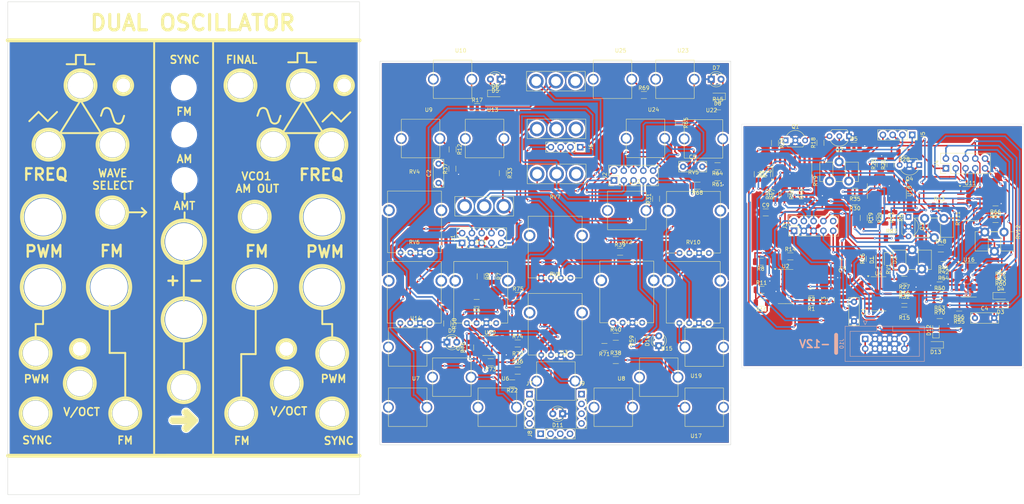
<source format=kicad_pcb>
(kicad_pcb (version 20241229) (generator "pcbnew") (generator_version "9.0")
  (layers (0 "F.Cu" signal) (2 "B.Cu" signal) (13 "F.Paste" user) (15 "B.Paste" user) (5 "F.SilkS" user "F.Silkscreen") (7 "B.SilkS" user "B.Silkscreen") (1 "F.Mask" user) (3 "B.Mask" user) (25 "Edge.Cuts" user))
  (net 0 "")
  (net 1 "GND")
  (net 2 "+12V")
  (net 3 "-12V")
  (net 4 "Net-(D1-K)")
  (net 5 "Net-(Q1-C)")
  (net 6 "Net-(Q1-E)")
  (net 7 "Net-(Q2-B)")
  (net 8 "Net-(R1-Pad2)")
  (net 9 "TRI1")
  (net 10 "VGND1")
  (net 11 "Net-(R11-Pad2)")
  (net 12 "SINE1")
  (net 13 "PWMO2")
  (net 14 "VGND2")
  (net 16 "PWM2")
  (net 17 "SYN2EXT")
  (net 18 "Net-(U11C--)")
  (net 19 "Net-(U1C-+)")
  (net 20 "Net-(R52-Pad2)")
  (net 21 "Net-(U16B-+)")
  (net 22 "Net-(R49-Pad1)")
  (net 23 "WAVSELECT")
  (net 24 "Net-(U11B--)")
  (net 25 "PWMO1")
  (net 26 "Net-(U2C--)")
  (net 28 "Net-(U2C-+)")
  (net 29 "Net-(U1A-+)")
  (net 30 "Net-(U2B--)")
  (net 31 "Net-(R15-Pad2)")
  (net 32 "Net-(R20-Pad2)")
  (net 33 "Net-(U11D-+)")
  (net 34 "Net-(U4D--)")
  (net 35 "Net-(R47-Pad1)")
  (net 36 "SINE2")
  (net 37 "Net-(Q3-C)")
  (net 38 "Net-(Q3-E)")
  (net 45 "Net-(Q4-E)")
  (net 46 "TO-SWITCHES")
  (net 47 "SYN1EXT")
  (net 48 "PWM1")
  (net 49 "Net-(Q4-C)")
  (net 50 "Net-(U18A-+)")
  (net 51 "FINAL")
  (net 52 "SYNCSW")
  (net 53 "Net-(U18C-+)")
  (net 54 "MOD_AMOUNT")
  (net 55 "Net-(R29-Pad1)")
  (net 56 "TOAM")
  (net 57 "Net-(R30-Pad1)")
  (net 58 "Net-(R53-Pad2)")
  (net 59 "Net-(R41-Pad1)")
  (net 60 "TRI2")
  (net 61 "Net-(D3-K)")
  (net 62 "Net-(R62-Pad2)")
  (net 63 "LED1")
  (net 64 "LED2")
  (net 66 "Net-(D12-K)")
  (net 67 "Net-(D13-A)")
  (net 68 "Net-(U2D--)")
  (net 69 "Net-(U11A--)")
  (net 70 "Net-(Q5-B)")
  (net 71 "Net-(Q5-E)")
  (net 72 "Net-(Q6-C)")
  (net 73 "Net-(D10-A)")
  (net 74 "Net-(D7-A)")
  (net 75 "Net-(D9-A)")
  (net 76 "Net-(C5-Pad2)")
  (net 77 "Net-(R73-Pad2)")
  (net 78 "TOFM2")
  (net 79 "Net-(R69-Pad1)")
  (net 80 "Net-(R40-Pad2)")
  (net 81 "Net-(R68-Pad1)")
  (net 82 "Net-(R65-Pad1)")
  (net 83 "Net-(R38-Pad2)")
  (net 84 "Net-(R64-Pad1)")
  (net 85 "Net-(R39-Pad2)")
  (net 86 "Net-(C2-Pad2)")
  (net 87 "Net-(RV2-Pad1)")
  (net 88 "Net-(U20B--)")
  (net 89 "Net-(R75-Pad2)")
  (net 90 "Net-(U20A--)")
  (net 91 "Net-(U20A-+)")
  (net 92 "Net-(R22-Pad2)")
  (net 93 "Net-(R7-Pad2)")
  (net 94 "Net-(R9-Pad2)")
  (net 95 "Net-(R31-Pad1)")
  (net 96 "Net-(R12-Pad1)")
  (net 97 "Net-(R33-Pad1)")
  (net 98 "Net-(R17-Pad1)")
  (net 99 "Net-(RV3-Pad1)")
  (net 100 "Net-(RV6-Pad1)")
  (net 101 "Net-(RV10-Pad1)")
  (net 102 "Net-(R72-Pad2)")
  (net 103 "Net-(D11-A)")
  (footprint "Resistor_SMD:R_1206_3216Metric" (layer "F.Cu") (at 212.305 77.751403 -90)
    (property "Reference" "R3")
    (property "Value" "100k")
  )
  (footprint "Resistor_SMD:R_1206_3216Metric" (layer "F.Cu") (at 175.475 120)
    (property "Reference" "R40")
    (property "Value" "100k")
  )
  (footprint "Resistor_SMD:R_1206_3216Metric" (layer "F.Cu") (at 237.5375 84.806403 180)
    (property "Reference" "R30")
    (property "Value" "10k")
  )
  (footprint "Resistor_SMD:R_1206_3216Metric" (layer "F.Cu") (at 246.77 75.181403 90)
    (property "Reference" "R21")
    (property "Value" "100k")
  )
  (footprint "Package_SO:SOIC-16_3.9x9.9mm_P1.27mm" (layer "F.Cu") (at 221.29 76.481403 90)
    (property "Reference" "U1")
    (property "Value" "LM13700")
  )
  (footprint "clipboard:8a7c8b36-f368-44f6-9871-751257f891b6" (layer "F.Cu") (at 99.275 88.893903)
    (property "Reference" "")
    (property "Value" "")
  )
  (footprint "clipboard:d6b1d540-2acd-48cb-859c-b6cadd5b8444" (layer "F.Cu") (at 36.575 54.693903)
    (property "Reference" "")
    (property "Value" "")
  )
  (footprint "Library:AlpsPot" (layer "F.Cu") (at 156.115 124.749)
    (property "Reference" "RV8")
    (property "Value" "100k")
  )
  (footprint "Resistor_SMD:R_1206_3216Metric" (layer "F.Cu") (at 143.363002 104.307998 -90)
    (property "Reference" "R7")
    (property "Value" "100k")
  )
  (footprint "clipboard:d6b1d540-2acd-48cb-859c-b6cadd5b8444" (layer "F.Cu") (at 86.625 70.043903)
    (property "Reference" "")
    (property "Value" "")
  )
  (footprint "Resistor_SMD:R_1206_3216Metric" (layer "F.Cu") (at 214.7375 77.756403 90)
    (property "Reference" "R4")
    (property "Value" "1k")
  )
  (footprint "Resistor_SMD:R_1206_3216Metric" (layer "F.Cu") (at 221.84 82.943903 -90)
    (property "Reference" "R49")
    (property "Value" "100R")
  )
  (footprint "clipboard:8a7c8b36-f368-44f6-9871-751257f891b6" (layer "F.Cu") (at 63.375 95.293903)
    (property "Reference" "")
    (property "Value" "")
  )
  (footprint "Capacitor_THT:C_Rect_L7.0mm_W2.5mm_P5.00mm" (layer "F.Cu") (at 192.925 75.8)
    (property "Reference" "C5")
    (property "Value" "1u")
  )
  (footprint "Resistor_SMD:R_1206_3216Metric" (layer "F.Cu") (at 185.925 84.15 90)
    (property "Reference" "R31")
    (property "Value" "1k")
  )
  (footprint "Diode_SMD:D_SOD-323_HandSoldering" (layer "F.Cu") (at 275.315 111.706403 180)
    (property "Reference" "D3")
    (property "Value" "D")
  )
  (footprint "clipboard:d6b1d540-2acd-48cb-859c-b6cadd5b8444" (layer "F.Cu") (at 101.875 124.290265)
    (property "Reference" "")
    (property "Value" "")
  )
  (footprint "Library:3mm5 Mono Aux" (layer "F.Cu") (at 121.475 122.65)
    (property "Reference" "U14")
    (property "Value" "Aux_flush")
  )
  (footprint "clipboard:8a7c8b36-f368-44f6-9871-751257f891b6" (layer "F.Cu") (at 43.975 107.093903)
    (property "Reference" "")
    (property "Value" "")
  )
  (footprint "Resistor_SMD:R_1206_3216Metric" (layer "F.Cu") (at 247.0375 94.393903)
    (property "Reference" "R83")
    (property "Value" "47k")
  )
  (footprint "Library:3mm5 Mono Aux" (layer "F.Cu") (at 174.825 138.30149)
    (property "Reference" "U8")
    (property "Value" "Aux_flush")
  )
  (footprint "LED_THT:LED_D3.0mm" (layer "F.Cu") (at 131.655 121.4)
    (property "Reference" "D9")
    (property "Value" "LED")
  )
  (footprint "clipboard:d6b1d540-2acd-48cb-859c-b6cadd5b8444" (layer "F.Cu") (at 24.925 139.893903)
    (property "Reference" "")
    (property "Value" "")
  )
  (footprint "Resistor_SMD:R_1206_3216Metric" (layer "F.Cu") (at 150.025 121.75)
    (property "Reference" "R74")
    (property "Value" "100k")
  )
  (footprint "Resistor_SMD:R_1206_3216Metric" (layer "F.Cu") (at 181.425 121.05 90)
    (property "Reference" "R59")
    (property "Value" "2k2")
  )
  (footprint "clipboard:d6b1d540-2acd-48cb-859c-b6cadd5b8444" (layer "F.Cu") (at 101.875 139.896883)
    (property "Reference" "")
    (property "Value" "")
  )
  (footprint "clipboard:d6b1d540-2acd-48cb-859c-b6cadd5b8444" (layer "F.Cu") (at 63.375 55.293903)
    (property "Reference" "")
    (property "Value" "")
  )
  (footprint "Resistor_SMD:R_1206_3216Metric" (layer "F.Cu") (at 247.67 89.081403 -90)
    (property "Reference" "R6")
    (property "Value" "100k")
  )
  (footprint "Resistor_SMD:R_1206_3216Metric" (layer "F.Cu") (at 250.36 107.756403 180)
    (property "Reference" "R32")
    (property "Value" "1k")
  )
  (footprint "Resistor_SMD:R_1206_3216Metric" (layer "F.Cu") (at 213.2875 107.806403)
    (property "Reference" "R11")
    (property "Value" "100k")
  )
  (footprint "Resistor_SMD:R_1206_3216Metric" (layer "F.Cu") (at 245.3375 89.081403 -90)
    (property "Reference" "R13")
    (property "Value" "1k")
  )
  (footprint "Resistor_SMD:R_1206_3216Metric" (layer "F.Cu") (at 131.725 116.55 -90)
    (property "Reference" "R58")
    (property "Value" "2k2")
  )
  (footprint "Library:AlpsPot" (layer "F.Cu") (at 119.615 98.149)
    (property "Reference" "RV4")
    (property "Value" "100k")
  )
  (footprint "Resistor_SMD:R_1206_3216Metric" (layer "F.Cu") (at 260.525 103.906403)
    (property "Reference" "R41")
    (property "Value" "100k")
  )
  (footprint "Capacitor_SMD:C_1206_3216Metric" (layer "F.Cu") (at 231.2875 110.516403 90)
    (property "Reference" "C3")
    (property "Value" "100n")
  )
  (footprint "clipboard:d6b1d540-2acd-48cb-859c-b6cadd5b8444" (layer "F.Cu") (at 81.775 88.793903)
    (property "Reference" "")
    (property "Value" "")
  )
  (footprint "clipboard:d6b1d540-2acd-48cb-859c-b6cadd5b8444" (layer "F.Cu") (at 24.925 124.243903)
    (property "Reference" "")
    (property "Value" "")
  )
  (footprint "Diode_SMD:D_SOD-323_HandSoldering" (layer "F.Cu") (at 275.36 109.356403)
    (property "Reference" "D4")
    (property "Value" "D")
  )
  (footprint "clipboard:d6b1d540-2acd-48cb-859c-b6cadd5b8444" (layer "F.Cu") (at 78.275 139.895393)
    (property "Reference" "")
    (property "Value" "")
  )
  (footprint "Library:AlpsPot" (layer "F.Cu") (at 119.565 116.449)
    (property "Reference" "RV6")
    (property "Value" "R_Potentiometer")
  )
  (footprint "LED_THT:LED_D3.0mm" (layer "F.Cu") (at 200.255 53.1)
    (property "Reference" "D7")
    (property "Value" "LED")
  )
  (footprint "Resistor_SMD:R_1206_3216Metric" (layer "F.Cu") (at 226.235 108.412403 180)
    (property "Reference" "R2")
    (property "Value" "47k")
  )
  (footprint "Potentiometer_THT:Potentiometer_ACP_CA9-H5_Horizontal" (layer "F.Cu") (at 249.88 102.406403 90)
    (property "Reference" "RV1")
    (property "Value" "4k7")
  )
  (footprint "clipboard:d6b1d540-2acd-48cb-859c-b6cadd5b8444" (layer "F.Cu") (at 28.275 70.093903)
    (property "Reference" "")
    (property "Value" "")
  )
  (footprint "clipboard:d6b1d540-2acd-48cb-859c-b6cadd5b8444" (layer "F.Cu") (at 94.275 54.693903)
    (property "Reference" "")
    (property "Value" "")
  )
  (footprint "Diode_SMD:D_SOD-323_HandSoldering" (layer "F.Cu") (at 258.505 122.101403 180)
    (property "Reference" "D13")
    (property "Value" "D_Schottky")
  )
  (footprint "Resistor_SMD:R_1206_3216Metric" (layer "F.Cu") (at 140.413002 104.307998 -90)
    (property "Reference" "R9")
    (property "Value" "100k")
  )
  (footprint "Connector_PinHeader_2.54mm:PinHeader_2x05_P2.54mm_Vertical" (layer "F.Cu") (at 175.005 79.39 90)
    (property "Reference" "J2")
    (property "Value" "Conn_02x05_Odd_Even")
  )
  (footprint "MountingHole:MountingHole_3.2mm_M3" (layer "F.Cu") (at 101.355 158.433903)
    (property "Reference" "REF**" (hide yes))
    (property "Value" "MountingHole_3.2mm_M3")
  )
  (footprint "Connector_PinSocket_2.54mm:PinSocket_1x04_P2.54mm_Vertical" (layer "F.Cu") (at 252.4075 67.556403 -90)
    (property "Reference" "J5")
    (property "Value" "Conn_01x04_Pin")
  )
  (footprint "Resistor_SMD:R_1206_3216Metric" (layer "F.Cu") (at 191.875 64.45 -90)
    (property "Reference" "R65")
    (property "Value" "1k")
  )
  (footprint "Resistor_SMD:R_1206_3216Metric" (layer "F.Cu") (at 275.3375 104.406403 180)
    (property "Reference" "R60")
    (property "Value" "10k")
  )
  (footprint "Resistor_SMD:R_1206_3216Metric" (layer "F.Cu") (at 214.375 82.956403 -90)
    (property "Reference" "R47")
    (property "Value" "100R")
  )
  (footprint "clipboard:d6b1d540-2acd-48cb-859c-b6cadd5b8444" (layer "F.Cu") (at 63.375 133.093903)
    (property "Reference" "")
    (property "Value" "")
  )
  (footprint "clipboard:d6b1d540-2acd-48cb-859c-b6cadd5b8444" (layer "F.Cu") (at 44.875 70.093903)
    (property "Reference" "")
    (property "Value" "")
  )
  (footprint "Resistor_SMD:R_1206_3216Metric" (layer "F.Cu") (at 259.425 86.056403)
    (property "Reference" "R43")
    (property "Value" "100k")
  )
  (footprint "Package_TO_SOT_THT:TO-92L_Inline_Wide" (layer "F.Cu") (at 236.015 67.893903 180)
    (property "Reference" "Q2")
    (property "Value" "BC557")
  )
  (footprint "MountingHole:MountingHole_3.2mm_M3" (layer "F.Cu") (at 89.956282 123.143903)
    (property "Reference" "REF**" (hide yes))
    (property "Value" "MountingHole_3.2mm_M3" (hide yes))
  )
  (footprint "Capacitor_SMD:C_1206_3216Metric" (layer "F.Cu") (at 139.375 111.2 180)
    (property "Reference" "C6")
    (property "Value" "100n")
  )
  (footprint "Diode_SMD:D_SOD-323_HandSoldering" (layer "F.Cu") (at 201.915 57.55 180)
    (property "Reference" "D8")
    (property "Value" "D")
  )
  (footprint "Resistor_SMD:R_1206_3216Metric" (layer "F.Cu") (at 259.535 106.664903)
    (property "Reference" "R54")
    (property "Value" "47k")
  )
  (footprint "Resistor_SMD:R_1206_3216Metric" (layer "F.Cu") (at 259.535 111.864903 180)
    (property "Reference" "R70")
    (property "Value" "100k")
  )
  (footprint "Resistor_SMD:R_1206_3216Metric" (layer "F.Cu") (at 146.175 77.5 -90)
    (property "Reference" "R33")
    (property "Value" "1k")
  )
  (footprint "Resistor_SMD:R_1206_3216Metric" (layer "F.Cu") (at 213.0875 100.506403 180)
    (property "Reference" "R8")
    (property "Value" "100k")
  )
  (footprint "Potentiometer_THT:Potentiometer_ACP_CA9-H5_Horizontal" (layer "F.Cu") (at 230.93 79.556403 90)
    (property "Reference" "RV9")
    (property "Value" "47k")
  )
  (footprint "Library:Switch" (layer "F.Cu") (at 160.075 63.455 180)
    (property "Reference" "SW2" (hide yes))
    (property "Value" "SW_SPDT")
  )
  (footprint "Resistor_SMD:R_1206_3216Metric" (layer "F.Cu") (at 237.5375 82.356403 180)
    (property "Reference" "R35")
    (property "Value" "47k")
  )
  (footprint "Library:3mm5 Mono Aux" (layer "F.Cu") (at 144.725 138.30149)
    (property "Reference" "U6")
    (property "Value" "Aux_flush")
  )
  (footprint "Capacitor_SMD:C_1206_3216Metric" (layer "F.Cu") (at 214.3875 87.691403)
    (property "Reference" "C9")
    (property "Value" "100n")
  )
  (footprint "Resistor_SMD:R_1206_3216Metric" (layer "F.Cu") (at 250.36 105.206403 180)
    (property "Reference" "R27")
    (property "Value" "10k")
  )
  (footprint "Connector_PinSocket_2.54mm:PinSocket_1x04_P2.54mm_Vertical" (layer "F.Cu") (at 166.245 70.75 -90)
    (property "Reference" "J6")
    (property "Value" "Conn_01x04_Pin")
  )
  (footprint "clipboard:d6b1d540-2acd-48cb-859c-b6cadd5b8444" (layer "F.Cu") (at 63.475 67.493903)
    (property "Reference" "")
    (property "Value" "")
  )
  (footprint "Resistor_SMD:R_1206_3216Metric" (layer "F.Cu") (at 150.025 126.25)
    (property "Reference" "R72")
    (property "Value" "100k")
  )
  (footprint "Resistor_SMD:R_1206_3216Metric" (layer "F.Cu") (at 175.475 126.05)
    (property "Reference" "R38")
    (property "Value" "100k")
  )
  (footprint "Resistor_SMD:R_1206_3216Metric" (layer "F.Cu") (at 172.525 122.65 180)
    (property "Reference" "R71")
    (property "Value" "100k")
  )
  (footprint "Library:AlpsPot" (layer "F.Cu") (at 192.015 98.249)
    (property "Reference" "RV5")
    (property "Value" "100k")
  )
  (footprint "Resistor_SMD:R_1206_3216Metric" (layer "F.Cu") (at 275.3375 101.906403 180)
    (property "Reference" "R62")
    (property "Value" "2k2")
  )
  (footprint "Library:3mm5 Mono Aux" (layer "F.Cu") (at 190.825 53.1)
    (property "Reference" "U23")
    (property "Value" "Aux_flush")
  )
  (footprint "Connector_PinSocket_2.54mm:PinSocket_1x04_P2.54mm_Vertical" (layer "F.Cu") (at 166.575 134.9)
    (property "Reference" "J9")
    (property "Value" "Conn_01x04_Pin")
  )
  (footprint "Library:Switch" (layer "F.Cu") (at 141.325 88.64)
    (property "Reference" "SW4" (hide yes))
    (property "Value" "SW_SPDT")
  )
  (footprint "Library:3mm5 Mono Aux" (layer "F.Cu") (at 132.925 130.498926)
    (property "Reference" "U5")
    (property "Value" "Aux_flush")
  )
  (footprint "clipboard:8a7c8b36-f368-44f6-9871-751257f891b6" (layer "F.Cu") (at 81.775 107.093903)
    (property "Reference" "")
    (property "Value" "")
  )
  (footprint "Library:AlpsPot" (layer "F.Cu") (at 174.715 116.349)
    (property "Reference" "RV2")
    (property "Value" "100k")
  )
  (footprint "LED_THT:LED_D3.0mm" (layer "F.Cu") (at 145.475 53.1 180)
    (property "Reference" "D5")
    (property "Value" "LED")
  )
  (footprint "MountingHole:MountingHole_3.2mm_M3" (layer "F.Cu") (at 25.175 35.993903)
    (property "Reference" "REF**" (hide yes))
    (property "Value" "MountingHole_3.2mm_M3")
  )
  (footprint "Resistor_SMD:R_1206_3216Metric" (layer "F.Cu") (at 264.5375 116.706403)
    (property "Reference" "R56")
    (property "Value" "1k")
  )
  (footprint "MountingHole:MountingHole_3.2mm_M3" (layer "F.Cu") (at 101.375 35.993903)
    (property "Reference" "REF**" (hide yes))
    (property "Value" "MountingHole_3.2mm_M3")
  )
  (footprint "Package_TO_SOT_THT:TO-92L_Inline_Wide" (layer "F.Cu") (at 254.215 75.393903 180)
    (property "Reference" "Q4")
    (property "Value" "BC557")
  )
  (footprint "Connector_PinSocket_2.54mm:PinSocket_1x04_P2.54mm_Vertical" (layer "F.Cu") (at 153.075 134.9)
    (property "Reference" "J7")
    (property "Value" "Conn_01x04_Pin")
  )
  (footprint "Resistor_SMD:R_1206_3216Metric" (layer "F.Cu") (at 250.32 72.081403 180)
    (property "Reference" "R28")
    (property "Value" "47k")
  )
  (footprint "Resistor_SMD:R_1206_3216Metric" (layer "F.Cu") (at 150.025 128.8)
    (property "Reference" "R36")
    (property "Value" "2k2")
  )
  (footprint "Package_SO:SOIC-14_3.9x8.7mm_P1.27mm" (layer "F.Cu") (at 243.675 108.833903)
    (property "Reference" "U4")
    (property "Value" "TL074")
  )
  (footprint "Resistor_SMD:R_1206_3216Metric" (layer "F.Cu") (at 259.825 97.056403)
    (property "Reference" "R48")
    (property "Value" "1k")
  )
  (footprint "clipboard:8a7c8b36-f368-44f6-9871-751257f891b6" (layer "F.Cu") (at 26.8 107.093903)
    (property "Reference" "")
    (property "Value" "")
  )
  (footprint "Resistor_SMD:R_1206_3216Metric" (layer "F.Cu") (at 244.22 75.181403 90)
    (property "Reference" "R25")
    (property "Value" "1k")
  )
  (footprint "Library:3mm5 Mono Aux" (layer "F.Cu") (at 183.175 68.45)
    (property "Reference" "U24")
    (property "Value" "Aux_flush")
  )
  (footprint "clipboard:d6b1d540-2acd-48cb-859c-b6cadd5b8444" (layer "F.Cu") (at 44.775 87.693903)
    (property "Reference" "")
    (property "Value" "")
  )
  (footprint "Resistor_SMD:R_1206_3216Metric" (layer "F.Cu") (at 260.525 101.356403 180)
    (property "Reference" "R42")
    (property "Value" "100k")
  )
  (footprint "Library:3mm5 Mono Aux" (layer "F.Cu") (at 174.625 53.1)
    (property "Reference" "U25")
    (property "Value" "Aux_flush")
  )
  (footprint "Resistor_SMD:R_1206_3216Metric" (layer "F.Cu") (at 216.7875 69.656403 -90)
    (property "Reference" "R20")
    (property "Value" "1k")
  )
  (footprint "Package_SO:SOIC-14_3.9x8.7mm_P1.27mm" (layer "F.Cu") (at 267.135 105.244903)
    (property "Reference" "U16")
    (property "Value" "TL074")
  )
  (footprint "Resistor_SMD:R_1206_3216Metric" (layer "F.Cu") (at 201.875 75.7 180)
    (property "Reference" "R64")
    (property "Value" "1k")
  )
  (footprint "Resistor_SMD:R_1206_3216Metric" (layer "F.Cu") (at 250.36 110.420403)
    (property "Reference" "R16")
    (property "Value" "2k2")
  )
  (footprint "Resistor_SMD:R_1206_3216Metric" (layer "F.Cu") (at 239.82 89.131403 -90)
    (property "Reference" "R19")
    (property "Value" "47k")
  )
  (footprint "Package_SO:SOIC-14_3.9x8.7mm_P1.27mm" (layer "F.Cu") (at 267.5 85.383903)
    (property "Reference" "U11")
    (property "Value" "TL074")
  )
  (footprint "Library:3mm5 Mono Aux" (layer "F.Cu") (at 121.475 138.3)
    (property "Reference" "U7")
    (property "Value" "Aux_flush")
  )
  (footprint "Diode_SMD:D_SOD-323_HandSoldering" (layer "F.Cu") (at 258.555 118.301403 90)
    (property "Reference" "D12")
    (property "Value" "D_Schottky")
  )
  (footprint "Capacitor_THT:C_Rect_L7.0mm_W2.5mm_P5.00mm" (layer "F.Cu") (at 268.685 115.134903)
    (property "Reference" "C4")
    (property "Value" "10n")
  )
  (footprint "Resistor_SMD:R_1206_3216Metric" (layer "F.Cu") (at 259.535 109.214903)
    (property "Reference" "R50")
    (property "Value" "100k")
  )
  (footprint "Resistor_SMD:R_1206_3216Metric" (layer "F.Cu") (at 275.3375 106.906403)
    (property "Reference" "R63")
    (property "Value" "2k2")
  )
  (footprint "Diode_SMD:D_SOD-323_HandSoldering" (layer "F.Cu") (at 246.0375 100.141403 -90)
    (property "Reference" "D2")
    (property "Value" "D")
  )
  (footprint "Resistor_SMD:R_1206_3216Metric" (layer "F.Cu") (at 250.36 113.220403 180)
    (property "Reference" "R15")
    (property "Value" "2k2")
  )
  (footprint "Library:3mm5 Mono Aux" (layer "F.Cu") (at 198.225 68.6)
    (property "Reference" "U22")
    (property "Value" "Aux_flush")
  )
  (footprint "Resistor_SMD:R_1206_3216Metric" (layer "F.Cu") (at 274.025 89.406403)
    (property "Reference" "R66")
    (property "Value" "10k")
  )
  (footprint "clipboard:d6b1d540-2acd-48cb-859c-b6cadd5b8444" (layer "F.Cu") (at 36.375 132.092829)
    (property "Reference" "")
    (property "Value" "")
  )
  (footprint "Library:Switch" (layer "F.Cu") (at 159.925 56.145)
    (property "Reference" "SW3" (hide yes))
    (property "Value" "SW_SPDT")
  )
  (footprint "Resistor_SMD:R_1206_3216Metric" (layer "F.Cu") (at 196.675 80.75 180)
    (property "Reference" "R68")
    (property "Value" "1k")
  )
  (footprint "Library:AlpsPot" (layer "F.Cu") (at 191.965 116.449)
    (property "Reference" "RV10")
    (property "Value" "100k")
  )
  (footprint "Resistor_SMD:R_1206_3216Metric" (layer "F.Cu") (at 274.025 86.906403 180)
    (property "Reference" "R67")
    (property "Value" "1k")
  )
  (footprint "Resistor_SMD:R_1206_3216Metric" (layer "F.Cu") (at 216.84 82.931403 90)
    (property "Reference" "R52")
    (property "Value" "1k")
  )
  (footprint "Resistor_SMD:R_1206_3216Metric" (layer "F.Cu") (at 139.525 60.35)
    (property "Reference" "R17")
    (property "Value" "1k")
  )
  (footprint "MountingHole:MountingHole_3.2mm_M3" (layer "F.Cu") (at 36.356282 123.143903)
    (property "Reference" "REF**" (hide yes))
    (property "Value" "MountingHole_3.2mm_M3" (hide yes))
  )
  (footprint "clipboard:d6b1d540-2acd-48cb-859c-b6cadd5b8444" (layer "F.Cu") (at 78.075 54.693903)
    (property "Reference" "")
    (property "Value" "")
  )
  (footprint "Connector_PinHeader_2.54mm:PinHeader_2x05_P2.54mm_Vertical" (layer "F.Cu") (at 135.595 95.625 90)
    (property "Reference" "J1")
    (property "Value" "Conn_02x05_Odd_Even")
  )
  (footprint "Capacitor_THT:C_Rect_L7.0mm_W2.5mm_P5.00mm" (layer "F.Cu") (at 129.475 80.05 90)
    (property "Reference" "C2")
    (property "Value" "1u")
  )
  (footprint "Package_SO:SOIC-8_3.9x4.9mm_P1.27mm" (layer "F.Cu") (at 142.875 122.3)
    (property "Reference" "U20")
    (property "Value" "TL072")
  )
  (footprint "Connector_PinHeader_2.54mm:PinHeader_2x05_P2.54mm_Vertical" (layer "F.Cu") (at 261.145 76.246403 90)
    (property "Reference" "J4")
    (property "Value" "Conn_02x05_Odd_Even")
  )
  (footprint "LED_THT:LED_D3.0mm" (layer "F.Cu") (at 186.625 122.32 90)
    (property "Reference" "D10")
    (property "Value" "LED")
  )
  (footprint "Resistor_SMD:R_1206_3216Metric" (layer "F.Cu") (at 133.075 76.3375 90)
    (property "Reference" "R37")
    (property "Value" "100k")
  )
  (footprint "Diode_SMD:D_SOD-323_HandSoldering" (layer "F.Cu") (at 243.7875 100.091403 90)
    (property "Reference" "D1")
    (property "Value" "D")
  )
  (footprint "clipboard:d6b1d540-2acd-48cb-859c-b6cadd5b8444" (layer "F.Cu") (at 101.675 70.093903)
    (property "Reference" "")
    (property "Value" "")
  )
  (footprint "Library:3mm5 Mono Aux" (layer "F.Cu") (at 178.325 87.2)
    (property "Reference" "U12")
    (property "Value" "Aux_flush")
  )
  (footprint "clipboard:8a7c8b36-f368-44f6-9871-751257f891b6" (layer "F.Cu") (at 63.375 115.493903)
    (property "Reference" "")
    (property "Value" "")
  )
  (footprint "clipboard:d6b1d540-2acd-48cb-859c-b6cadd5b8444" (layer "F.Cu") (at 48.175 139.895393)
    (property "Reference" "")
    (property "Value" "")
  )
  (footprint "Library:3mm5 Mono Aux" (layer "F.Cu") (at 124.825 68.5)
    (property "Reference" "U9")
    (property "Value" "Aux_flush")
  )
  (footprint "Resistor_SMD:R_1206_3216Metric" (layer "F.Cu") (at 219.24 82.931403 -90)
    (property "Reference" "R51")
    (property "Value" "10k")
  )
  (footprint "Library:3mm5 Mono Aux" (layer "F.Cu") (at 159.925 131.5)
    (property "Reference" "U3")
    (property "Value" "Aux_flush")
  )
  (footprint "Resistor_SMD:R_1206_3216Metric" (layer "F.Cu") (at 264.585 114.234903 180)
    (property "Reference" "R55")
    (property "Value" "100k")
  )
  (footprint "LED_THT:LED_D3.0mm" (layer "F.Cu") (at 161.675 140 180)
    (property "Reference" "D11")
    (property "Value" "LED")
  )
  (footprint "Resistor_SMD:R_1206_3216Metric" (layer "F.Cu") (at 133.125 71.3375 -90)
    (property "Reference" "R12")
    (property "Value" "1k")
  )
  (footprint "Library:AlpsPot" (layer "F.Cu") (at 136.815 116.449)
    (property "Reference" "RV3")
    (property "Value" "100k")
  )
  (footprint "MountingHole:MountingHole_3.2mm_M3" (layer "F.Cu") (at 104.975 54.693903)
    (property "Reference" "REF**" (hide yes))
    (property "Value" "MountingHole_3.2mm_M3" (hide yes))
  )
  (footprint "Capacitor_THT:C_Rect_L7.0mm_W2.5mm_P5.00mm" (layer "F.Cu") (at 237.3 110.933903 -90)
    (property "Reference" "C1")
    (property "Value" "10n")
  )
  (footprint "Package_SO:SOIC-14_3.9x8.7mm_P1.27mm" (layer "F.Cu") (at 219.5375 106.956403)
    (property "Reference" "U2")
    (property "Value" "TL074")
  )
  (footprint "clipboard:d6b1d540-2acd-48cb-859c-b6cadd5b8444" (layer "F.Cu") (at 63.575 79.293903)
    (property "Reference" "")
    (property "Value" "")
  )
  (footprint "Resistor_SMD:R_1206_3216Metric" (layer "F.Cu") (at 182.775 57.2)
    (property "Reference" "R69")
    (property "Value" "1k")
  )
  (footprint "Resistor_SMD:R_1206_3216Metric" (layer "F.Cu") (at 150.125 109.4)
    (property "Reference" "R75")
    (property "Value" "100k")
  )
  (footprint "Resistor_SMD:R_1206_3216Metric" (layer "F.Cu") (at 226.235 110.912403 180)
    (property "Reference" "R1")
    (property "Value" "47k")
  )
  (footprint "Package_TO_SOT_THT:TO-92L_Inline_Wide" (layer "F.Cu") (at 251.425 88.843903 -90)
    (property "Reference" "Q3")
    (property "Value" "BC557")
  )
  (footprint "clipboard:d6b1d540-2acd-48cb-859c-b6cadd5b8444" (layer "F.Cu") (at 90.075 132.095393)
    (property "Reference" "")
    (property "Value" "")
  )
  (footprint "Resistor_SMD:R_1206_3216Metric" (layer "F.Cu") (at 237.275 70.406403)
    (property "Reference" "R5")
    (property "Value" "1k")
  )
  (footprint "Resistor_SMD:R_1206_3216Metric" (layer "F.Cu") (at 228.5875 69.606403 90)
    (property "Reference" "R18")
    (property "Value" "10k")
  )
  (footprint "Resistor_SMD:R_1206_3216Metric" (layer "F.Cu") (at 259.535 114.364903)
    (property "Reference" "R53")
    (property "Value" "47k")
  )
  (footprint "Resistor_SMD:R_1206_3216Metric" (layer "F.Cu") (at 143.025 126.6 180)
    (property "Reference" "R73")
    (property "Value" "100k")
  )
  (footprint "Library:3mm5 Mono Aux" (layer "F.Cu") (at 186.625 130.50149)
    (property "Reference" "U15")
    (property "Value" "Aux_flush")
  )
  (footprint "Library:3mm5 Mono Aux" (layer "F.Cu") (at 141.425 68.5)
    (property "Reference" "U13")
    (property "Value" "Aux_flush")
  )
  (footprint "Package_SO:SOIC-16_3.9x9.9mm_P1.27mm" (layer "F.Cu") (at 245.825 82.156403 -90)
    (property "Reference" "U18")
    (property "Value" "LM13700")
  )
  (footprint "Resistor_SMD:R_1206_3216Metric" (layer "F.Cu") (at 137.675 122.8 90)
    (property "Reference" "R76")
    (property "Value" "100k")
  )
  (footprint "Connector_PinHeader_2.54mm:PinHeader_2x05_P2.54mm_Vertical" (layer "F.Cu") (at 221.735 92.481403 90)
    (property "Reference" "J3")
    (property "Value" "Conn_02x05_Odd_Even")
  )
  (footprint "Library:Switch" (layer "F.Cu") (at 160.125 75.16 180)
    (property "Reference" "SW1" (hide yes))
    (property "Value" "SW_SPDT")
  )
  (footprint "Library:AlpsPot" (layer "F.Cu") (at 156.115 104.7)
    (property "Reference" "RV7")
    (property "Value" "100k")
  )
  (footprint "Library:3mm5 Mono Aux" (layer "F.Cu") (at 198.425 122.696362 180)
    (property "Reference" "U19")
    (property "Value" "Aux_flush")
  )
  (footprint "Resistor_SMD:R_1206_3216Metric" (layer "F.Cu") (at 213.2875 111.156403 180)
    (property "Reference" "R10")
    (property "Value" "100k")
  )
  (footprint "Resistor_SMD:R_1206_3216Metric" (layer "F.Cu") (at 220.7875 99.106403)
    (property "Reference" "R14")
    (property "Value" "100k")
  )
  (footprint "Resistor_SMD:R_1206_3216Metric" (layer "F.Cu") (at 242.1875 89.131403 -90)
    (property "Reference" "R29")
    (property "Value" "10k")
  )
  (footprint "Resistor_SMD:R_1206_3216Metric" (layer "F.Cu") (at 148.585 132.1 180)
    (property "Reference" "R22")
    (property "Value" "100k")
  )
  (footprint "clipboard:8a7c8b36-f368-44f6-9871-751257f891b6" (layer "F.Cu") (at 26.875 88.893903)
    (property "Reference" "")
    (property "Value" "")
  )
  (footprint "Resistor_SMD:R_1206_3216Metric" (layer "F.Cu") (at 201.875 78.55 180)
    (property "Reference" "R61")
    (property "Value" "100k")
  )
  (footprint "Capacitor_SMD:C_1206_3216Metric" (layer "F.Cu") (at 234.2125 100.891403 180)
    (property "Reference" "C7")
    (property "Value" "100n")
  )
  (footprint "Potentiometer_THT:Potentiometer_ACP_CA9-H5_Horizontal" (layer "F.Cu") (at 276.2375 92.806403 -90)
    (property "Reference" "RV12")
    (property "Value" "4k7")
  )
  (footprint "Resistor_SMD:R_1206_3216Metric" (layer "F.Cu") (at 241.3875 99.741403 90)
    (property "Reference" "R26")
    (property "Value" "10k")
  )
  (footprint "Library:3mm5 Mono Aux" (layer "F.Cu") (at 133.125 53.1)
    (property "Reference" "U10")
    (property "Value" "Aux_flush")
  )
  (footprint "Diode_SMD:D_SOD-323_HandSoldering" (layer "F.Cu") (at 144.205 56.8)
    (property "Reference" "D6")
    (property "Value" "D")
  )
  (footprint "clipboard:8a7c8b36-f368-44f6-9871-751257f891b6" (layer "F.Cu") (at 99.25 107.093903)
    (property "Reference" "")
    (property "Value" "")
  )
  (footprint "Resistor_SMD:R_1206_3216Metric" (layer "F.Cu") (at 176.5875 97.9)
    (property "Reference" "R39")
    (property "Value" "100k")
  )
  (footprint "Connector_PinSocket_2.54mm:PinSocket_1x04_P2.54mm_Vertical" (layer "F.Cu") (at 155.975 145.2 90)
    (property "Reference" "J8")
    (property "Value" "Conn_01x04_Pin")
  )
  (footprint "Resistor_SMD:R_1206_3216Metric" (layer "F.Cu") (at 201.985 60.15)
    (property "Reference" "R45")
    (property "Value" "0R")
  )
  (footprint "Potentiometer_THT:Potentiometer_ACP_CA9-H5_Horizontal" (layer "F.Cu") (at 260.62 89.256403 -90)
    (property "Reference" "RV11")
    (property "Value" "47k")
  )
  (footprint "Library:3mm5 Mono Aux" (layer "F.Cu") (at 198.425 138.30298 180)
    (property "Reference" "U17")
    (property "Value" "Aux_flush")
  )
  (footprint "Package_TO_SOT_THT:TO-92L_Inline_Wide" (layer "F.Cu") (at 219.535 68.993903)
    (property "Reference" "Q1")
    (property "Value" "BC557")
  )
  (footprint "MountingHole:MountingHole_3.2mm_M3" (layer "F.Cu") (at 25.155 158.433903)
    (property "Reference" "REF**" (hide yes))
    (property "Value" "MountingHole_3.2mm_M3")
  )
  (footprint "MountingHole:MountingHole_3.2mm_M3" (layer "F.Cu") (at 47.655 54.693903)
    (property "Reference" "REF**" (hide yes))
    (property "Value" "MountingHole_3.2mm_M3" (hide yes))
  )
  (footprint "Capacitor_SMD:C_1206_3216Metric" (layer "B.Cu") (at 266.855 107.201403)
    (property "Reference" "C8")
    (property "Value" "100n")
  )
  (footprint "Connector_IDC:IDC-Header_2x05_P2.54mm_Vertical" (layer "B.Cu") (at 240.195 120.561403 -90)
    (property "Reference" "J10")
    (property "Value" "Conn_02x05_Odd_Even")
  )
  (gr_line (start 28.075 63.993903) (end 25.675 61.593903) (stroke (width 0.5)) (layer "F.SilkS"))
  (gr_line (start 44.125 124.197541) (end 48.175 124.197541) (stroke (width 0.5)) (layer "F.SilkS"))
  (gr_line (start 85.871747 63.781708) (end 85.475 62.593903) (stroke (width 0.5)) (layer "F.SilkS"))
  (gr_line (start 101.875 116.693903) (end 99.375 116.693903) (stroke (width 0.5)) (layer "F.SilkS"))
  (gr_line (start 63.575 84.218903) (end 63.575 79.293903) (stroke (width 0.5)) (layer "F.SilkS"))
  (gr_line (start 90.475 48.693903) (end 92.875 48.693903) (stroke (width 0.5)) (layer "F.SilkS"))
  (gr_line (start 32.975 49.193903) (end 35.375 49.193903) (stroke (width 0.5)) (layer "F.SilkS"))
  (gr_circle (center 48.175 139.895393) (end 52.075 139.795393) (stroke (width 1)) (fill no) (layer "F.SilkS"))
  (gr_line (start 104.175 64.093903) (end 101.775 61.693903) (stroke (width 0.5)) (layer "F.SilkS"))
  (gr_line (start 82.025 112.193695) (end 82.025 124.497333) (stroke (width 0.5)) (layer "F.SilkS"))
  (gr_line (start 48.175 135.994111) (end 48.175 124.197541) (stroke (width 0.5)) (layer "F.SilkS"))
  (gr_line (start 78.275 136.293903) (end 78.275 124.497333) (stroke (width 0.5)) (layer "F.SilkS"))
  (gr_line (start 99.375 64.093903) (end 101.775 61.693903) (stroke (width 0.5)) (layer "F.SilkS"))
  (gr_line (start 40.175 49.193903) (end 37.775 49.193903) (stroke (width 0.5)) (layer "F.SilkS"))
  (gr_circle (center 86.625 70.043903) (end 90.525 69.943903) (stroke (width 1)) (fill no) (layer "F.SilkS"))
  (gr_line (start 44.478253 61.412195) (end 44.875 62.6) (stroke (width 0.5)) (layer "F.SilkS"))
  (gr_circle (center 90.075 132.095393) (end 93.975 131.995393) (stroke (width 1)) (fill no) (layer "F.SilkS"))
  (gr_arc (start 47.475 63.8) (mid 46.368689 64.640158) (end 45.271747 63.787805) (stroke (width 0.5)) (layer "F.SilkS"))
  (gr_circle (center 89.975 123.143903) (end 92.276282 123.143903) (stroke (width 1)) (fill no) (layer "F.SilkS"))
  (gr_circle (center 44.875 70.093903) (end 48.775 69.993903) (stroke (width 1)) (fill no) (layer "F.SilkS"))
  (gr_circle (center 44.775 87.693903) (end 48.675 87.593903) (stroke (width 1)) (fill no) (layer "F.SilkS"))
  (gr_circle (center 36.375 132.092829) (end 40.275 131.992829) (stroke (width 1)) (fill no) (layer "F.SilkS"))
  (gr_line (start 44.125 111.893903) (end 44.125 124.197541) (stroke (width 0.5)) (layer "F.SilkS"))
  (gr_circle (center 26.875 88.893903) (end 32.375 88.893903) (stroke (width 1)) (fill no) (layer "F.SilkS"))
  (gr_circle (center 99.25 107.093903) (end 104.75 107.093903) (stroke (width 1)) (fill no) (layer "F.SilkS"))
  (gr_circle (center 43.975 107.093903) (end 49.475 107.093903) (stroke (width 1)) (fill no) (layer "F.SilkS"))
  (gr_line (start 108.975 150.893903) (end 17.745 150.903903) (stroke (width 1)) (layer "F.SilkS"))
  (gr_line (start 88.075 63.793903) (end 88.475 62.593903) (stroke (width 0.5)) (layer "F.SilkS"))
  (gr_line (start 95.275 48.693903) (end 95.275 46.293903) (stroke (width 0.5)) (layer "F.SilkS"))
  (gr_line (start 70.975 42.993903) (end 70.975 150.898068) (stroke (width 0.5)) (layer "F.SilkS"))
  (gr_circle (center 36.575 54.693903) (end 40.475 54.593903) (stroke (width 1)) (fill no) (layer "F.SilkS"))
  (gr_circle (center 63.375 95.293903) (end 68.875 95.293903) (stroke (width 1)) (fill no) (layer "F.SilkS"))
  (gr_arc (start 42.275 61.4) (mid 43.381311 60.559842) (end 44.478253 61.412195) (stroke (width 0.5)) (layer "F.SilkS"))
  (gr_line (start 47.475 63.8) (end 47.875 62.6) (stroke (width 0.5)) (layer "F.SilkS"))
  (gr_line (start 37.775 49.193903) (end 37.775 46.793903) (stroke (width 0.5)) (layer "F.SilkS"))
  (gr_poly (pts (xy 41.875 67.093903) (xy 31.275 67.093903) (xy 36.575 58.595185)) (stroke (width 0.5)) (fill no) (layer "F.SilkS"))
  (gr_line (start 52.475 88.793903) (end 53.6 87.668903) (stroke (width 0.5)) (layer "F.SilkS"))
  (gr_circle (center 81.775 107.093903) (end 87.275 107.093903) (stroke (width 1)) (fill no) (layer "F.SilkS"))
  (gr_circle (center 24.925 124.243903) (end 28.825 124.143903) (stroke (width 1)) (fill no) (layer "F.SilkS"))
  (gr_line (start 82.875 61.393903) (end 82.475 62.593903) (stroke (width 0.5)) (layer "F.SilkS"))
  (gr_line (start 95.275 46.293903) (end 92.875 46.293903) (stroke (width 0.5)) (layer "F.SilkS"))
  (gr_line (start 24.925 116.693903) (end 24.925 120.342621) (stroke (width 0.5)) (layer "F.SilkS"))
  (gr_line (start 92.875 46.293903) (end 92.875 48.693903) (stroke (width 0.5)) (layer "F.SilkS"))
  (gr_circle (center 101.875 139.896883) (end 105.775 139.796883) (stroke (width 1)) (fill no) (layer "F.SilkS"))
  (gr_circle (center 101.675 70.093903) (end 105.575 69.993903) (stroke (width 1)) (fill no) (layer "F.SilkS"))
  (gr_line (start 37.775 46.793903) (end 35.375 46.793903) (stroke (width 0.5)) (layer "F.SilkS"))
  (gr_line (start 99.3 116.693903) (end 99.3 113.093903) (stroke (width 0.5)) (layer "F.SilkS"))
  (gr_circle (center 81.775 88.793903) (end 85.675 88.693903) (stroke (width 1)) (fill no) (layer "F.SilkS"))
  (gr_line (start 35.375 46.793903) (end 35.375 49.193903) (stroke (width 0.5)) (layer "F.SilkS"))
  (gr_circle (center 24.925 139.893903) (end 28.825 139.793903) (stroke (width 1)) (fill no) (layer "F.SilkS"))
  (gr_line (start 60.58 141.691403) (end 66.07 141.693903) (stroke (width 2)) (layer "F.SilkS"))
  (gr_line (start 97.675 48.693903) (end 95.275 48.693903) (stroke (width 0.5)) (layer "F.SilkS"))
  (gr_line (start 63.375 128.191547) (end 63.375 120.993903) (stroke (width 0.5)) (layer "F.SilkS"))
  (gr_line (start 55.675 43.093903) (end 55.675 150.893903) (stroke (width 0.5)) (layer "F.SilkS"))
  (gr_circle (center 78.275 139.895393) (end 82.175 139.795393) (stroke (width 1)) (fill no) (layer "F.SilkS"))
  (gr_line (start 63.375 111.697541) (end 63.375 99.393903) (stroke (width 0.5)) (layer "F.SilkS"))
  (gr_line (start 63.575 87.693903) (end 63.575 89.693903) (stroke (width 0.5)) (layer "F.SilkS"))
  (gr_circle (center 78.075 54.693903) (end 81.975 54.593903) (stroke (width 1)) (fill no) (layer "F.SilkS"))
  (gr_line (start 26.85 116.693903) (end 26.85 113.093903) (stroke (width 0.5)) (layer "F.SilkS"))
  (gr_arc (start 88.075 63.793903) (mid 86.968689 64.634063) (end 85.871747 63.781708) (stroke (width 0.5)) (layer "F.SilkS"))
  (gr_circle (center 101.875 124.290265) (end 105.775 124.190265) (stroke (width 1)) (fill no) (layer "F.SilkS"))
  (gr_circle (center 63.375 115.493903) (end 68.875 115.493903) (stroke (width 1)) (fill no) (layer "F.SilkS"))
  (gr_line (start 66.07 141.693903) (end 63.954873 143.765073) (stroke (width 2)) (layer "F.SilkS"))
  (gr_line (start 53.6 87.668903) (end 48.8 87.668903) (stroke (width 0.5)) (layer "F.SilkS"))
  (gr_poly (pts (xy 99.575 67.093903) (xy 88.975 67.093903) (xy 94.275 58.595185)) (stroke (width 0.5)) (fill no) (layer "F.SilkS"))
  (gr_line (start 42.275 61.4) (end 41.875 62.6) (stroke (width 0.5)) (layer "F.SilkS"))
  (gr_line (start 23.275 63.993903) (end 25.675 61.593903) (stroke (width 0.5)) (layer "F.SilkS"))
  (gr_circle (center 28.275 70.093903) (end 32.175 69.993903) (stroke (width 1)) (fill no) (layer "F.SilkS"))
  (gr_line (start 85.078253 61.406098) (end 85.475 62.593903) (stroke (width 0.5)) (layer "F.SilkS"))
  (gr_line (start 45.271747 63.787805) (end 44.875 62.6) (stroke (width 0.5)) (layer "F.SilkS"))
  (gr_circle (center 47.673718 54.693903) (end 49.975 54.693903) (stroke (width 1)) (fill no) (layer "F.SilkS"))
  (gr_line (start 104.175 64.093903) (end 106.575 61.693903) (stroke (width 0.5)) (layer "F.SilkS"))
  (gr_circle (center 63.375 133.093903) (end 67.275 132.993903) (stroke (width 1)) (fill no) (layer "F.SilkS"))
  (gr_circle (center 26.8 107.093903) (end 32.3 107.093903) (stroke (width 1)) (fill no) (layer "F.SilkS"))
  (gr_circle (center 99.275 88.893903) (end 93.775 88.893903) (stroke (width 1)) (fill no) (layer "F.SilkS"))
  (gr_line (start 24.925 116.693903) (end 26.775 116.693903) (stroke (width 0.5)) (layer "F.SilkS"))
  (gr_line (start 66.07 141.693903) (end 63.949685 139.617653) (stroke (width 2)) (layer "F.SilkS"))
  (gr_line (start 28.075 63.993903) (end 30.475 61.593903) (stroke (width 0.5)) (layer "F.SilkS"))
  (gr_circle (center 36.375 123.143903) (end 38.676282 123.143903) (stroke (width 1)) (fill no) (layer "F.SilkS"))
  (gr_line (start 82.025 124.497333) (end 78.275 124.497333) (stroke (width 0.5)) (layer "F.SilkS"))
  (gr_line (start 17.675 42.993903) (end 108.975 42.993903) (stroke (width 1)) (layer "F.SilkS"))
  (gr_arc (start 82.875 61.393903) (mid 83.981311 60.553747) (end 85.078253 61.406098) (stroke (width 0.5)) (layer "F.SilkS"))
  (gr_circle (center 104.975 54.693903) (end 107.276282 54.693903) (stroke (width 1)) (fill no) (layer "F.SilkS"))
  (gr_line (start 53.6 87.668903) (end 52.475 86.543903) (stroke (width 0.5)) (layer "F.SilkS"))
  (gr_circle (center 94.275 54.693903) (end 98.175 54.593903) (stroke (width 1)) (fill no) (layer "F.SilkS"))
  (gr_line (start 101.875 116.693903) (end 101.875 120.388983) (stroke (width 0.5)) (layer "F.SilkS"))
  (gr_line (start 232.655 119.481403) (end 232.655 124.181403) (stroke (width 1)) (layer "B.SilkS"))
  (gr_arc (start 63.425666 140.142653) (mid 63.425167 139.093152) (end 64.474668 139.093616) (stroke (width 0.05)) (layer "Edge.Cuts"))
  (gr_line (start 60.58 142.442653) (end 64.059674 142.442559) (stroke (width 0.05)) (layer "Edge.Cuts"))
  (gr_arc (start 64.059687 142.442559) (mid 64.125062 142.486242) (end 64.109723 142.563357) (stroke (width 0.05)) (layer "Edge.Cuts"))
  (gr_arc (start 64.480376 144.289442) (mid 63.430372 144.290074) (end 63.430377 143.240072) (stroke (width 0.05)) (layer "Edge.Cuts"))
  (gr_line (start 66.5731 141.190753) (end 64.475 139.092653) (stroke (width 0.05)) (layer "Edge.Cuts"))
  (gr_line (start 60.574624 140.940073) (end 64.054298 140.940167) (stroke (width 0.05)) (layer "Edge.Cuts"))
  (gr_rect (start 17.675 32.993903) (end 108.975 160.993903) (stroke (width 0.1)) (fill no) (layer "Edge.Cuts"))
  (gr_arc (start 64.104347 140.819369) (mid 64.119686 140.896484) (end 64.054311 140.940167) (stroke (width 0.05)) (layer "Edge.Cuts"))
  (gr_rect (start 114.275 48.4) (end 205.325 148.05) (stroke (width 0.1)) (fill no) (layer "Edge.Cuts"))
  (gr_arc (start 66.575 141.192653) (mid 66.781531 141.693014) (end 66.576251 142.193889) (stroke (width 0.05)) (layer "Edge.Cuts"))
  (gr_arc (start 60.58 142.442653) (mid 59.828755 141.694091) (end 60.574624 140.940172) (stroke (width 0.05)) (layer "Edge.Cuts"))
  (gr_rect (start 208.105 64.791403) (end 281.385 128.091403) (stroke (width 0.05)) (fill no) (layer "Edge.Cuts"))
  (gr_line (start 64.480375 144.289442) (end 66.576251 142.191402) (stroke (width 0.05)) (layer "Edge.Cuts"))
  (gr_line (start 64.104848 142.567798) (end 63.431042 143.240073) (stroke (width 0.05)) (layer "Edge.Cuts"))
  (gr_line (start 64.099472 140.814928) (end 63.425666 140.142653) (stroke (width 0.05)) (layer "Edge.Cuts"))
  (gr_text "SYNC" (at 59.475 49.193903 0) (layer "F.SilkS") (effects (font (size 2 2) (thickness 0.4) (bold yes)) (justify left bottom)))
  (gr_text "PWM" (at 21.775 99.593903 0) (layer "F.SilkS") (effects (font (size 3 3) (thickness 0.6) (bold yes)) (justify left bottom)))
  (gr_text "+ -" (at 58.275 106.990265 0) (layer "F.SilkS") (effects (font (size 3 3) (thickness 0.6) (bold yes)) (justify left bottom)))
  (gr_text "FREQ" (at 21.375 79.618903 0) (layer "F.SilkS") (effects (font (size 3 3) (thickness 0.6) (bold yes)) (justify left bottom)))
  (gr_text "SYNC" (at 99.475 148.193903 0) (layer "F.SilkS") (effects (font (size 2 2) (thickness 0.4) (bold yes)) (justify left bottom)))
  (gr_text "FM" (at 45.875 148.093903 0) (layer "F.SilkS") (effects (font (size 2 2) (thickness 0.4) (bold yes)) (justify left bottom)))
  (gr_text "FM\n" (at 61.2 62.693903 0) (layer "F.SilkS") (effects (font (size 2 2) (thickness 0.4) (bold yes)) (justify left bottom)))
  (gr_text "AMT" (at 60.525 87.168903 0) (layer "F.SilkS") (effects (font (size 2 2) (thickness 0.4) (bold yes)) (justify left bottom)))
  (gr_text "PWM\n" (at 21.625 132.147541 0) (layer "F.SilkS") (effects (font (size 2 2) (thickness 0.4) (bold yes)) (justify left bottom)))
  (gr_text "FM" (at 76.175 148.193903 0) (layer "F.SilkS") (effects (font (size 2 2) (thickness 0.4) (bold yes)) (justify left bottom)))
  (gr_text " VCO1\nAM OUT" (at 76.575 82.693903 0) (layer "F.SilkS") (effects (font (size 2 2) (thickness 0.4) (bold yes)) (justify left bottom)))
  (gr_text "FINAL" (at 74.075 49.193903 0) (layer "F.SilkS") (effects (font (size 2 2) (thickness 0.4) (bold yes)) (justify left bottom)))
  (gr_text "FM" (at 41.275 99.518903 0) (layer "F.SilkS") (effects (font (size 3 3) (thickness 0.6) (bold yes)) (justify left bottom)))
  (gr_text "FM" (at 78.925 99.593903 0) (layer "F.SilkS") (effects (font (size 3 3) (thickness 0.6) (bold yes)) (justify left bottom)))
  (gr_text "DUAL OSCILLATOR" (at 38.675 40.793903 0) (layer "F.SilkS") (effects (font (size 4 4) (thickness 0.8) (bold yes)) (justify left bottom)))
  (gr_text "PWM\n" (at 98.675 132.093903 0) (layer "F.SilkS") (effects (font (size 2 2) (thickness 0.4) (bold yes)) (justify left bottom)))
  (gr_text "FREQ" (at 92.925 79.693903 0) (layer "F.SilkS") (effects (font (size 3 3) (thickness 0.6) (bold yes)) (justify left bottom)))
  (gr_text "SYNC" (at 21.225 148.047541 0) (layer "F.SilkS") (effects (font (size 2 2) (thickness 0.4) (bold yes)) (justify left bottom)))
  (gr_text "AM" (at 61.3 74.993903 0) (layer "F.SilkS") (effects (font (size 2 2) (thickness 0.4) (bold yes)) (justify left bottom)))
  (gr_text "V/OCT" (at 85.675 140.493903 0) (layer "F.SilkS") (effects (font (size 2 2) (thickness 0.4) (bold yes)) (justify left bottom)))
  (gr_text " WAVE\nSELECT" (at 39.375 81.893903 0) (layer "F.SilkS") (effects (font (size 2 2) (thickness 0.4) (bold yes)) (justify left bottom)))
  (gr_text "PWM" (at 94.7 99.668903 0) (layer "F.SilkS") (effects (font (size 3 3) (thickness 0.6) (bold yes)) (justify left bottom)))
  (gr_text "V/OCT" (at 31.875 140.693903 0) (layer "F.SilkS") (effects (font (size 2 2) (thickness 0.4) (bold yes)) (justify left bottom)))
  (gr_text "-12V" (at 231.355 123.051403 0) (layer "B.SilkS") (effects (font (size 2 2) (thickness 0.4) (bold yes)) (justify left bottom mirror)))
  (segment (start 245.3375 90.543903) (end 245.3375 89.641403) (width 0.4) (layer "F.Cu") (net 1))
  (segment (start 262.955 85.901403) (end 262.955 84.351403) (width 0.3) (layer "F.Cu") (net 1))
  (segment (start 145.455 56.8) (end 145.455 53.12) (width 0.4) (layer "F.Cu") (net 1))
  (segment (start 253.375 92.193903) (end 253.375 96.411403) (width 0.4) (layer "F.Cu") (net 1))
  (segment (start 253.375 96.411403) (end 252.38 97.406403) (width 0.4) (layer "F.Cu") (net 1))
  (segment (start 235.6025 84.806403) (end 234.5375 83.741403) (width 0.4) (layer "F.Cu") (net 1))
  (segment (start 245.9875 98.841403) (end 246.0375 98.891403) (width 0.4) (layer "F.Cu") (net 1))
  (segment (start 222.0125 105.686403) (end 227.375 105.686403) (width 0.4) (layer "F.Cu") (net 1))
  (segment (start 227.6975 106.008903) (end 227.6975 108.412403) (width 0.4) (layer "F.Cu") (net 1))
  (segment (start 244.47 73.468903) (end 244.22 73.718903) (width 0.4) (layer "F.Cu") (net 1))
  (segment (start 225.875 86.543903) (end 224.5875 85.256403) (width 0.4) (layer "F.Cu") (net 1))
  (segment (start 274.11 109.356403) (end 274.11 111.661403) (width 0.4) (layer "F.Cu") (net 1))
  (segment (start 266.285 86.653903) (end 266.4875 86.856403) (width 0.4) (layer "F.Cu") (net 1))
  (segment (start 263.7075 86.653903) (end 262.955 85.901403) (width 0.3) (layer "F.Cu") (net 1))
  (segment (start 145.455 53.12) (end 145.475 53.1) (width 0.4) (layer "F.Cu") (net 1))
  (segment (start 265.025 86.653903) (end 266.285 86.653903) (width 0.4) (layer "F.Cu") (net 1))
  (segment (start 203.3375 78.55) (end 203.3375 80.5375) (width 0.4) (layer "F.Cu") (net 1))
  (segment (start 214.6875 78.156403) (end 214.6875 79.168903) (width 0.4) (layer "F.Cu") (net 1))
  (segment (start 243.7875 98.841403) (end 245.9875 98.841403) (width 0.4) (layer "F.Cu") (net 1))
  (segment (start 251.425 91.383903) (end 252.565 91.383903) (width 0.4) (layer "F.Cu") (net 1))
  (segment (start 229.075 83.368903) (end 229.0875 83.356403) (width 0.4) (layer "F.Cu") (net 1))
  (segment (start 217.0625 105.686403) (end 215.6175 105.686403) (width 0.4) (layer "F.Cu") (net 1))
  (segment (start 273.7375 95.306403) (end 271.2375 92.806403) (width 0.4) (layer "F.Cu") (net 1))
  (segment (start 266.7375 92.806403) (end 262.4875 97.056403) (width 0.4) (layer "F.Cu") (net 1))
  (segment (start 229.106403 104.6) (end 227.6975 106.008903) (width 0.4) (layer "F.Cu") (net 1))
  (segment (start 245.3375 90.543903) (end 242.2375 90.543903) (width 0.4) (layer "F.Cu") (net 1))
  (segment (start 273.685 115.134903) (end 273.685 112.086403) (width 0.4) (layer "F.Cu") (net 1))
  (segment (start 249.4375 89.141403) (end 249.67 89.373903) (width 0.4) (layer "F.Cu") (net 1))
  (segment (start 266.4875 86.856403) (end 266.4875 91.856403) (width 0.4) (layer "F.Cu") (net 1))
  (segment (start 273.685 112.086403) (end 274.065 111.706403) (width 0.4) (layer "F.Cu") (net 1))
  (segment (start 229.075 86.543903) (end 229.075 83.368903) (width 0.4) (layer "F.Cu") (net 1))
  (segment (start 265.025 86.653903) (end 263.7075 86.653903) (width 0.3) (layer "F.Cu") (net 1))
  (segment (start 249.2375 97.406403) (end 252.38 97.406403) (width 0.4) (layer "F.Cu") (net 1))
  (segment (start 220.655 77.656403) (end 220.655 74.006403) (width 0.4) (layer "F.Cu") (net 1))
  (segment (start 245.8375 89.141403) (end 249.4375 89.141403) (width 0.4) (layer "F.Cu") (net 1))
  (segment (start 133.075 77.8) (end 134.675 77.8) (width 0.4) (layer "F.Cu") (net 1))
  (segment (start 273.875 106.906403) (end 273.875 109.121403) (width 0.4) (layer "F.Cu") (net 1))
  (segment (start 261.7375 116.706403) (end 263.075 116.706403) (width 0.4) (layer "F.Cu") (net 1))
  (segment (start 246.4875 84.603903) (end 246.46 84.631403) (width 0.4) (layer "F.Cu") (net 1))
  (segment (start 233.055 104.651403) (end 233.003597 104.6) (width 0.4) (layer "F.Cu") (net 1))
  (segment (start 249.67 90.288903) (end 250.765 91.383903) (width 0.4) (layer "F.Cu") (net 1))
  (segment (start 267.4375 92.806403) (end 271.2375 92.806403) (width 0.4) (layer "F.Cu") (net 1))
  (segment (start 252.565 91.383903) (end 253.375 92.193903) (width 0.4) (layer "F.Cu") (net 1))
  (segment (start 249.67 89.373903) (end 249.67 90.288903) (width 0.4) (layer "F.Cu") (net 1))
  (segment (start 273.7375 97.806403) (end 273.7375 95.306403) (width 0.4) (layer "F.Cu") (net 1))
  (segment (start 246.505 83.873903) (end 246.4875 83.891403) (width 0.4) (layer "F.Cu") (net 1))
  (segment (start 242.2375 90.543903) (end 242.1875 90.593903) (width 0.4) (layer "F.Cu") (net 1))
  (segment (start 223.99 83.718903) (end 223.99 84.658903) (width 0.4) (layer "F.Cu") (net 1))
  (segment (start 200.695 53.54) (end 200.695 57.52) (width 0.4) (layer "F.Cu") (net 1))
  (segment (start 263.1925 84.113903) (end 265.025 84.113903) (width 0.3) (layer "F.Cu") (net 1))
  (segment (start 262.955 84.351403) (end 263.1925 84.113903) (width 0.3) (layer "F.Cu") (net 1))
  (segment (start 261.2875 97.056403) (end 262.4875 97.056403) (width 0.4) (layer "F.Cu") (net 1))
  (segment (start 233.003597 104.6) (end 229.106403 104.6) (width 0.4) (layer "F.Cu") (net 1))
  (segment (start 214.6875 79.168903) (end 214.7375 79.218903) (width 0.4) (layer "F.Cu") (net 1))
  (segment (start 267.4375 92.806403) (end 266.7375 92.806403) (width 0.4) (layer "F.Cu") (net 1))
  (segment (start 200.695 57.52) (end 200.665 57.55) (width 0.4) (layer "F.Cu") (net 1))
  (segment (start 246.505 83.451403) (end 246.505 83.873903) (width 0.4) (layer "F.Cu") (net 1))
  (segment (start 244.47 73.006403) (end 244.47 73.468903) (width 0.4) (layer "F.Cu") (net 1))
  (segment (start 275.4875 86.906403) (end 275.4875 85.406403) (width 0.4) (layer "F.Cu") (net 1))
  (segment (start 223.99 84.658903) (end 224.5875 85.256403) (width 0.4) (layer "F.Cu") (net 1))
  (segment (start 146.58 124.205) (end 147.075 124.7) (width 0.4) (layer "F.Cu") (net 1))
  (segment (start 220.655 78.956403) (end 220.655 77.656403) (width 0.4) (layer "F.Cu") (net 1))
  (segment (start 266.4875 91.856403) (end 267.4375 92.806403) (width 0.4) (layer "F.Cu") (net 1))
  (segment (start 247.7525 98.891403) (end 249.2375 97.406403) (width 0.4) (layer "F.Cu") (net 1))
  (segment (start 200.255 53.1) (end 200.695 53.54) (width 0.4) (layer "F.Cu") (net 1))
  (segment (start 203.3375 80.5375) (end 203.325 80.55) (width 0.4) (layer "F.Cu") (net 1))
  (segment (start 245.3375 89.641403) (end 245.8375 89.141403) (width 0.4) (layer "F.Cu") (net 1))
  (segment (start 273.875 109.121403) (end 274.11 109.356403) (width 0.4) (layer "F.Cu") (net 1))
  (segment (start 227.375 105.686403) (end 227.6975 106.008903) (width 0.4) (layer "F.Cu") (net 1))
  (segment (start 242.1875 90.593903) (end 242.1875 89.541403) (width 0.4) (layer "F.Cu") (net 1))
  (segment (start 253.4 107.1) (end 252.743597 107.756403) (width 0.4) (layer "F.Cu") (net 1))
  (segment (start 250.765 91.383903) (end 251.425 91.383903) (width 0.4) (layer "F.Cu") (net 1))
  (segment (start 215.6175 105.686403) (end 215.4375 105.506403) (width 0.4) (layer "F.Cu") (net 1))
  (segment (start 246.46 80.763903) (end 246.46 79.681403) (width 0.4) (layer "F.Cu") (net 1))
  (segment (start 246.4875 83.891403) (end 246.4875 84.603903) (width 0.4) (layer "F.Cu") (net 1))
  (segment (start 257.1875 106.664903) (end 258.0725 106.664903) (width 0.4) (layer "F.Cu") (net 1))
  (segment (start 222.0125 105.686403) (end 221.9925 105.706403) (width 0.4) (layer "F.Cu") (net 1))
  (segment (start 252.743597 107.756403) (end 251.5615 107.756403) (width 0.4) (layer "F.Cu") (net 1))
  (segment (start 145.35 124.205) (end 146.58 124.205) (width 0.4) (layer "F.Cu") (net 1))
  (segment (start 274.11 111.661403) (end 274.065 111.706403) (width 0.4) (layer "F.Cu") (net 1))
  (segment (start 229.075 86.543903) (end 225.875 86.543903) (width 0.4) (layer "F.Cu") (net 1))
  (segment (start 240.0875 70.406403) (end 238.7375 70.406403) (width 0.4) (layer "F.Cu") (net 1))
  (segment (start 264.66 103.974903) (end 265.7875 103.974903) (width 0.4) (layer "F.Cu") (net 1))
  (segment (start 251.5615 107.756403) (end 248.8975 110.420403) (width 0.4) (layer "F.Cu") (net 1))
  (segment (start 246.0375 98.891403) (end 247.7525 98.891403) (width 0.4) (layer "F.Cu") (net 1))
  (segment (start 236.075 84.806403) (end 235.6025 84.806403) (width 0.4) (layer "F.Cu") (net 1))
  (via (at 262.4875 97.056403) (size 0.6) (drill 0.3) (layers "F.Cu" "B.Cu") (net 1))
  (via (at 257.1875 106.664903) (size 0.6) (drill 0.3) (layers "F.Cu" "B.Cu") (net 1))
  (via (at 246.505 83.451403) (size 0.6) (drill 0.3) (layers "F.Cu" "B.Cu") (net 1))
  (via (at 242.1875 89.541403) (size 0.6) (drill 0.3) (layers "F.Cu" "B.Cu") (net 1))
  (via (at 229.0875 83.356403) (size 0.6) (drill 0.3) (layers "F.Cu" "B.Cu") (net 1))
  (via (at 265.7875 103.974903) (size 0.6) (drill 0.3) (layers "F.Cu" "B.Cu") (net 1))
  (via (at 214.6875 78.156403) (size 0.6) (drill 0.3) (layers "F.Cu" "B.Cu") (net 1))
  (via (at 244.47 73.006403) (size 0.6) (drill 0.3) (layers "F.Cu" "B.Cu") (net 1))
  (via (at 234.5375 83.741403) (size 0.6) (drill 0.3) (layers "F.Cu" "B.Cu") (net 1))
  (via (at 147.075 124.7) (size 0.6) (drill 0.3) (layers "F.Cu" "B.Cu") (net 1))
  (via (at 217.0625 108.226403) (size 0.6) (drill 0.3) (layers "F.Cu" "B.Cu") (net 1))
  (via (at 220.655 77.656403) (size 0.6) (drill 0.3) (layers "F.Cu" "B.Cu") (net 1))
  (via (at 224.5875 85.256403) (size 0.6) (drill 0.3) (layers "F.Cu" "B.Cu") (net 1))
  (via (at 233.055 104.651403) (size 0.6) (drill 0.3) (layers "F.Cu" "B.Cu") (net 1))
  (via (at 261.7375 116.706403) (size 0.6) (drill 0.3) (layers "F.Cu" "B.Cu") (net 1))
  (via (at 253.4 107.1) (size 0.6) (drill 0.3) (layers "F.Cu" "B.Cu") (net 1))
  (via (at 215.4375 105.506403) (size 0.6) (drill 0.3) (layers "F.Cu" "B.Cu") (net 1))
  (via (at 203.325 80.55) (size 0.6) (drill 0.3) (layers "F.Cu" "B.Cu") (net 1))
  (via (at 246.46 80.763903) (size 0.6) (drill 0.3) (layers "F.Cu" "B.Cu") (net 1))
  (via (at 275.4875 85.406403) (size 0.6) (drill 0.3) (layers "F.Cu" "B.Cu") (net 1))
  (via (at 134.675 77.8) (size 0.6) (drill 0.3) (layers "F.Cu" "B.Cu") (net 1))
  (via (at 240.0875 70.406403) (size 0.6) (drill 0.3) (layers "F.Cu" "B.Cu") (net 1))
  (segment (start 246.46 80.763903) (end 246.8375 81.141403) (width 0.4) (layer "B.Cu") (net 1))
  (segment (start 215.9375 108.206403) (end 215.4375 107.706403) (width 0.4) (layer "B.Cu") (net 1))
  (segment (start 215.4375 107.706403) (end 215.4375 105.506403) (width 0.4) (layer "B.Cu") (net 1))
  (segment (start 246.8375 83.118903) (end 246.505 83.451403) (width 0.4) (layer "B.Cu") (net 1))
  (segment (start 217.0625 108.226403) (end 217.0425 108.206403) (width 0.4) (layer "B.Cu") (net 1))
  (segment (start 217.0425 108.206403) (end 215.9375 108.206403) (width 0.4) (layer "B.Cu") (net 1))
  (segment (start 246.8375 81.141403) (end 246.8375 83.118903) (width 0.4) (layer "B.Cu") (net 1))
  (segment (start 264.6635 105.241403) (end 264.66 105.244903) (width 0.4) (layer "F.Cu") (net 2))
  (segment (start 266.0875 105.241403) (end 264.6635 105.241403) (width 0.4) (layer "F.Cu") (net 2))
  (segment (start 266.4875 104.841403) (end 266.0875 105.241403) (width 0.4) (layer "F.Cu") (net 2))
  (via (at 266.4875 104.841403) (size 0.6) (drill 0.3) (layers "F.Cu" "B.Cu") (net 2))
  (segment (start 265.38 107.201403) (end 265.38 105.948903) (width 0.3) (layer "B.Cu") (net 2))
  (segment (start 265.38 105.948903) (end 265.4875 105.841403) (width 0.3) (layer "B.Cu") (net 2))
  (segment (start 265.4875 105.841403) (end 266.4875 104.841403) (width 0.4) (layer "B.Cu") (net 2))
  (segment (start 268.1375 105.244903) (end 269.61 105.244903) (width 0.4) (layer "F.Cu") (net 3))
  (segment (start 243.92 81.001403) (end 243.92 79.681403) (width 0.4) (layer "F.Cu") (net 3))
  (segment (start 188.626 98.249) (end 192.015 98.249) (width 0.4) (layer "F.Cu") (net 3))
  (segment (start 232.7525 108.391403) (end 231.3175 106.956403) (width 0.4) (layer "F.Cu") (net 3))
  (segment (start 267.1425 86.306403) (end 268.065 85.383903) (width 0.4) (layer "F.Cu") (net 3))
  (segment (start 131.075 127.55) (end 129.425 127.55) (width 0.4) (layer "F.Cu") (net 3))
  (segment (start 231.2875 106.956403) (end 231.2875 109.041403) (width 0.4) (layer "F.Cu") (net 3))
  (segment (start 222.2375 87.506403) (end 219.3875 87.506403) (width 0.4) (layer "F.Cu") (net 3))
  (segment (start 223.195 86.548903) (end 222.2375 87.506403) (width 0.4) (layer "F.Cu") (net 3))
  (segment (start 254.455 117.051403) (end 254.155 116.751403) (width 0.4) (layer "F.Cu") (net 3))
  (segment (start 219.9625 92.481403) (end 221.735 92.481403) (width 0.4) (layer "F.Cu") (net 3))
  (segment (start 138.575 127.55) (end 135.575 127.55) (width 0.4) (layer "F.Cu") (net 3))
  (segment (start 161.195 104.7) (end 161.195 102.27) (width 0.4) (layer "F.Cu") (net 3))
  (segment (start 161.195 102.27) (end 159.575 100.65) (width 0.4) (layer "F.Cu") (net 3))
  (segment (start 231.4375 100.891403) (end 231.2875 101.041403) (width 0.4) (layer "F.Cu") (net 3))
  (segment (start 139.525 126.6) (end 138.575 127.55) (width 0.4) (layer "F.Cu") (net 3))
  (segment (start 135.595 97.27) (end 135.595 95.625) (width 0.4) (layer "F.Cu") (net 3))
  (segment (start 129.325 108.75) (end 119.615 99.04) (width 0.4) (layer "F.Cu") (net 3))
  (segment (start 239.82 92.488903) (end 239.8375 92.506403) (width 0.4) (layer "F.Cu") (net 3))
  (segment (start 129.425 127.55) (end 129.325 127.45) (width 0.4) (layer "F.Cu") (net 3))
  (segment (start 226 106.956403) (end 222.0125 106.956403) (width 0.4) (layer "F.Cu") (net 3))
  (segment (start 137.9 111.2) (end 129.325 111.2) (width 0.4) (layer "F.Cu") (net 3))
  (segment (start 235.26 108.391403) (end 232.7525 108.391403) (width 0.4) (layer "F.Cu") (net 3))
  (segment (start 239.82 90.593903) (end 239.82 92.488903) (width 0.4) (layer "F.Cu") (net 3))
  (segment (start 223.195 78.956403) (end 223.195 86.548903) (width 0.4) (layer "F.Cu") (net 3))
  (segment (start 219.3875 91.906403) (end 219.9625 92.481403) (width 0.4) (layer "F.Cu") (net 3))
  (segment (start 268.065 85.383903) (end 269.975 85.383903) (width 0.4) (layer "F.Cu") (net 3))
  (segment (start 254.155 116.751403) (end 254.155 115.701403) (width 0.4) (layer "F.Cu") (net 3))
  (segment (start 140.4 124.205) (end 139.525 125.08) (width 0.4) (layer "F.Cu") (net 3))
  (segment (start 129.325 127.45) (end 129.325 111.2) (width 0.4) (layer "F.Cu") (net 3))
  (segment (start 232.7375 100.891403) (end 231.4375 100.891403) (width 0.4) (layer "F.Cu") (net 3))
  (segment (start 258.555 117.051403) (end 254.455 117.051403) (width 0.4) (layer "F.Cu") (net 3))
  (segment (start 238.9 104.751403) (end 235.26 108.391403) (width 0.4) (layer "F.Cu") (net 3))
  (segment (start 234.4375 82.341403) (end 236.06 82.341403) (width 0.4) (layer "F.Cu") (net 3))
  (segment (start 139.525 125.08) (end 139.525 126.6) (width 0.4) (layer "F.Cu") (net 3))
  (segment (start 267.0875 86.306403) (end 267.1425 86.306403) (width 0.4) (layer "F.Cu") (net 3))
  (segment (start 219.2025 87.691403) (end 215.8625 87.691403) (width 0.4) (layer "F.Cu") (net 3))
  (segment (start 219.3875 87.506403) (end 219.3875 91.906403) (width 0.4) (layer "F.Cu") (net 3))
  (segment (start 246.15 108.833903) (end 244.7375 108.833903) (width 0.4) (layer "F.Cu") (net 3))
  (segment (start 156.375 100.65) (end 138.975 100.65) (width 0.4) (layer "F.Cu") (net 3))
  (segment (start 219.3875 87.506403) (end 219.2025 87.691403) (width 0.4) (layer "F.Cu") (net 3))
  (segment (start 186.275 100.6) (end 188.626 98.249) (width 0.4) (layer "F.Cu") (net 3))
  (segment (start 119.615 99.04) (end 119.615 98.149) (width 0.4) (layer "F.Cu") (net 3))
  (segment (start 138.975 100.65) (end 135.595 97.27) (width 0.4) (layer "F.Cu") (net 3))
  (segment (start 129.325 111.2) (end 129.325 108.75) (width 0.4) (layer "F.Cu") (net 3))
  (segment (start 179.975 100.6) (end 186.275 100.6) (width 0.4) (layer "F.Cu") (net 3))
  (segment (start 236.06 82.341403) (end 236.075 82.356403) (width 0.4) (layer "F.Cu") (net 3))
  (segment (start 231.3175 106.956403) (end 231.2875 106.956403) (width 0.4) (layer "F.Cu") (net 3))
  (segment (start 159.575 100.65) (end 159.525 100.65) (width 0.4) (layer "F.Cu") (net 3))
  (segment (start 243.9375 92.491403) (end 243.9375 97.791403) (width 0.4) (layer "F.Cu") (net 3))
  (via (at 156.375 100.65) (size 0.6) (drill 0.3) (layers "F.Cu" "B.Cu") (net 3))
  (via (at 135.575 127.55) (size 0.6) (drill 0.3) (layers "F.Cu" "B.Cu") (net 3))
  (via (at 231.2875 106.956403) (size 0.6) (drill 0.3) (layers "F.Cu" "B.Cu") (net 3))
  (via (at 159.525 100.65) (size 0.6) (drill 0.3) (layers "F.Cu" "B.Cu") (net 3))
  (via (at 267.0875 86.306403) (size 0.6) (drill 0.3) (layers "F.Cu" "B.Cu") (net 3))
  (via (at 254.155 115.701403) (size 0.6) (drill 0.3) (layers "F.Cu" "B.Cu") (net 3))
  (via (at 243.9375 97.791403) (size 0.6) (drill 0.3) (layers "F.Cu" "B.Cu") (net 3))
  (via (at 238.9 104.751403) (size 0.6) (drill 0.3) (layers "F.Cu" "B.Cu") (net 3))
  (via (at 243.92 81.001403) (size 0.6) (drill 0.3) (layers "F.Cu" "B.Cu") (net 3))
  (via (at 268.1375 105.244903) (size 0.6) (drill 0.3) (layers "F.Cu" "B.Cu") (net 3))
  (via (at 244.7375 108.833903) (size 0.6) (drill 0.3) (layers "F.Cu" "B.Cu") (net 3))
  (via (at 239.8375 92.506403) (size 0.6) (drill 0.3) (layers "F.Cu" "B.Cu") (net 3))
  (via (at 231.2875 101.041403) (size 0.6) (drill 0.3) (layers "F.Cu" "B.Cu") (net 3))
  (via (at 179.975 100.6) (size 0.6) (drill 0.3) (layers "F.Cu" "B.Cu") (net 3))
  (via (at 243.9375 92.491403) (size 0.6) (drill 0.3) (layers "F.Cu" "B.Cu") (net 3))
  (via (at 226 106.956403) (size 0.6) (drill 0.3) (layers "F.Cu" "B.Cu") (net 3))
  (via (at 131.075 127.55) (size 0.6) (drill 0.3) (layers "F.Cu" "B.Cu") (net 3))
  (via (at 234.4375 82.341403) (size 0.6) (drill 0.3) (layers "F.Cu" "B.Cu") (net 3))
  (segment (start 245.155 89.823903) (end 245.155 85.551403) (width 0.4) (layer "B.Cu") (net 3))
  (segment (start 245.155 85.551403) (end 245.1725 85.568903) (width 0.4) (layer "B.Cu") (net 3))
  (segment (start 243.9375 92.491403) (end 239.8525 92.491403) (width 0.4) (layer "B.Cu") (net 3))
  (segment (start 121.075 95.1) (end 119.615 96.56) (width 0.4) (layer "B.Cu") (net 3))
  (segment (start 221.735 96.153903) (end 221.735 92.481403) (width 0.4) (layer "B.Cu") (net 3))
  (segment (start 254.155 108.833903) (end 254.155 115.701403) (width 0.4) (layer "B.Cu") (net 3))
  (segment (start 135.07 95.1) (end 121.075 95.1) (width 0.4) (layer "B.Cu") (net 3))
  (segment (start 244.2225 81.691403) (end 245.155 81.691403) (width 0.4) (layer "B.Cu") (net 3))
  (segment (start 266.8875 106.494903) (end 268.1375 105.244903) (width 0.4) (layer "B.Cu") (net 3))
  (segment (start 243.9375 91.041403) (end 245.155 89.823903) (width 0.4) (layer "B.Cu") (net 3))
  (segment (start 268.33 107.201403) (end 266.8875 107.201403) (width 0.3) (layer "B.Cu") (net 3))
  (segment (start 243.92 81.388903) (end 244.2225 81.691403) (width 0.4) (layer "B.Cu") (net 3))
  (segment (start 267.0875 86.306403) (end 266.3325 85.551403) (width 0.4) (layer "B.Cu") (net 3))
  (segment (start 239.8525 92.491403) (end 239.8375 92.506403) (width 0.4) (layer "B.Cu") (net 3))
  (segment (start 243.9375 97.791403) (end 243.9375 108.806403) (width 0.4) (layer "B.Cu") (net 3))
  (segment (start 247.7875 85.568903) (end 247.805 85.551403) (width 0.4) (layer "B.Cu") (net 3))
  (segment (start 237.4725 82.341403) (end 234.4375 82.341403) (width 0.4) (layer "B.Cu") (net 3))
  (segment (start 231.2875 101.056403) (end 230.8875 100.656403) (width 0.4) (layer "B.Cu") (net 3))
  (segment (start 161.195 102.23) (end 161.195 104.7) (width 0.4) (layer "B.Cu") (net 3))
  (segment (start 266.8875 107.201403) (end 266.8875 106.494903) (width 0.4) (layer "B.Cu") (net 3))
  (segment (start 240.5725 82.356403) (end 237.4875 82.356403) (width 0.4) (layer "B.Cu") (net 3))
  (segment (start 230.8875 100.656403) (end 226.2375 100.656403) (width 0.4) (layer "B.Cu") (net 3))
  (segment (start 245.155 81.691403) (end 245.155 85.551403) (width 0.4) (layer "B.Cu") (net 3))
  (segment (start 119.615 96.56) (end 119.615 98.149) (width 0.4) (layer "B.Cu") (net 3))
  (segment (start 226.2375 100.656403) (end 221.735 96.153903) (width 0.4) (layer "B.Cu") (net 3))
  (segment (start 245.155 85.551403) (end 247.805 85.551403) (width 0.4) (layer "B.Cu") (net 3))
  (segment (start 162.825 100.6) (end 161.195 102.23) (width 0.4) (layer "B.Cu") (net 3))
  (segment (start 239.0325 104.751403) (end 243.115 108.833903) (width 0.4) (layer "B.Cu") (net 3))
  (segment (start 231.2875 106.956403) (end 231.2875 101.056403) (width 0.4) (layer "B.Cu") (net 3))
  (segment (start 135.575 127.55) (end 131.075 127.55) (width 0.4) (layer "B.Cu") (net 3))
  (segment (start 243.9375 92.491403) (end 243.9375 91.041403) (width 0.4) (layer "B.Cu") (net 3))
  (segment (start 238.9 104.751403) (end 239.0325 104.751403) (width 0.4) (layer "B.Cu") (net 3))
  (segment (start 243.92 81.001403) (end 243.515 81.406403) (width 0.4) (layer "B.Cu") (net 3))
  (segment (start 245.1725 85.568903) (end 247.7875 85.568903) (width 0.4) (layer "B.Cu") (net 3))
  (segment (start 241.5225 81.406403) (end 240.5725 82.356403) (width 0.4) (layer "B.Cu") (net 3))
  (segment (start 266.8875 108.833903) (end 266.8875 107.201403) (width 0.4) (layer "B.Cu") (net 3))
  (segment (start 243.515 81.406403) (end 241.5225 81.406403) (width 0.4) (layer "B.Cu") (net 3))
  (segment (start 266.3325 85.551403) (end 247.805 85.551403) (width 0.4) (layer "B.Cu") (net 3))
  (segment (start 243.92 81.001403) (end 243.92 81.388903) (width 0.4) (layer "B.Cu") (net 3))
  (segment (start 179.975 100.6) (end 162.825 100.6) (width 0.4) (layer "B.Cu") (net 3))
  (segment (start 237.4875 82.356403) (end 237.4725 82.341403) (width 0.4) (layer "B.Cu") (net 3))
  (segment (start 135.595 95.625) (end 135.07 95.1) (width 0.4) (layer "B.Cu") (net 3))
  (segment (start 159.525 100.65) (end 156.375 100.65) (width 0.4) (layer "B.Cu") (net 3))
  (segment (start 243.115 108.833903) (end 254.155 108.833903) (width 0.4) (layer "B.Cu") (net 3))
  (segment (start 254.155 108.833903) (end 266.8875 108.833903) (width 0.4) (layer "B.Cu") (net 3))
  (segment (start 226 106.956403) (end 231.2875 106.956403) (width 0.4) (layer "B.Cu") (net 3))
  (segment (start 246.15 107.563903) (end 244.345 107.563903) (width 0.4) (layer "F.Cu") (net 4))
  (segment (start 241.5775 101.203903) (end 241.765 101.391403) (width 0.4) (layer "F.Cu") (net 4))
  (segment (start 244.345 107.563903) (end 244.1875 107.406403) (width 0.4) (layer "F.Cu") (net 4))
  (segment (start 244.1875 101.741403) (end 243.7875 101.341403) (width 0.4) (layer "F.Cu") (net 4))
  (segment (start 249.7025 102.583903) (end 249.88 102.406403) (width 0.4) (layer "F.Cu") (net 4))
  (segment (start 246.0375 101.391403) (end 243.8375 101.391403) (width 0.4) (layer "F.Cu") (net 4))
  (segment (start 244.1875 107.406403) (end 244.1875 101.741403) (width 0.4) (layer "F.Cu") (net 4))
  (segment (start 241.3875 101.203903) (end 241.5775 101.203903) (width 0.4) (layer "F.Cu") (net 4))
  (segment (start 247.23 102.583903) (end 249.7025 102.583903) (width 0.4) (layer "F.Cu") (net 4))
  (segment (start 243.7775 101.391403) (end 243.7875 101.401403) (width 0.4) (layer "F.Cu") (net 4))
  (segment (start 241.765 101.391403) (end 243.7775 101.391403) (width 0.4) (layer "F.Cu") (net 4))
  (segment (start 246.0375 101.391403) (end 247.23 102.583903) (width 0.4) (layer "F.Cu") (net 4))
  (segment (start 216.845 68.251403) (end 216.7875 68.193903) (width 0.4) (layer "F.Cu") (net 5))
  (segment (start 216.7875 68.193903) (end 218.735 68.193903) (width 0.3) (layer "F.Cu") (net 5))
  (segment (start 218.735 68.193903) (end 219.535 68.993903) (width 0.3) (layer "F.Cu") (net 5))
  (segment (start 228.5875 68.143903) (end 230.685 68.143903) (width 0.3) (layer "F.Cu") (net 6))
  (segment (start 230.685 68.143903) (end 230.935 67.893903) (width 0.3) (layer "F.Cu") (net 6))
  (segment (start 228.5875 68.143903) (end 225.465 68.143903) (width 0.3) (layer "F.Cu") (net 6))
  (segment (start 225.465 68.143903) (end 224.615 68.993903) (width 0.3) (layer "F.Cu") (net 6))
  (segment (start 235.93 79.556403) (end 235.93 77.056403) (width 0.4) (layer "F.Cu") (net 7))
  (segment (start 235.8125 70.406403) (end 233.475 70.406403) (width 0.4) (layer "F.Cu") (net 7))
  (segment (start 233.43 70.923903) (end 233.43 74.556403) (width 0.4) (layer "F.Cu") (net 7))
  (segment (start 235.93 77.056403) (end 233.43 74.556403) (width 0.4) (layer "F.Cu") (net 7))
  (segment (start 233.475 70.406403) (end 233.475 70.878903) (width 0.4) (layer "F.Cu") (net 7))
  (segment (start 233.475 67.893903) (end 233.475 70.406403) (width 0.4) (layer "F.Cu") (net 7))
  (segment (start 233.475 70.878903) (end 233.43 70.923903) (width 0.4) (layer "F.Cu") (net 7))
  (segment (start 224.6465 110.786403) (end 224.7725 110.912403) (width 0.4) (layer "F.Cu") (net 8))
  (segment (start 212.3875 79.318903) (end 211.1375 80.568903) (width 0.4) (layer "F.Cu") (net 8))
  (segment (start 211.1375 80.568903) (end 211.1375 81.956403) (width 0.4) (layer "F.Cu") (net 8))
  (segment (start 222.0325 110.786403) (end 224.6465 110.786403) (width 0.4) (layer "F.Cu") (net 8))
  (segment (start 222.0125 110.766403) (end 222.0325 110.786403) (width 0.4) (layer "F.Cu") (net 8))
  (segment (start 222.0125 110.766403) (end 222.0125 117.131403) (width 0.4) (layer "F.Cu") (net 8))
  (segment (start 222.0125 117.131403) (end 221.6875 117.456403) (width 0.4) (layer "F.Cu") (net 8))
  (via (at 221.6875 117.456403) (size 0.6) (drill 0.3) (layers "F.Cu" "B.Cu") (net 8))
  (via (at 211.1375 81.956403) (size 0.6) (drill 0.3) (layers "F.Cu" "B.Cu") (net 8))
  (segment (start 210.305 85.073903) (end 210.305 110.523903) (width 0.4) (layer "B.Cu") (net 8))
  (segment (start 210.005 83.088903) (end 210.005 84.773903) (width 0.4) (layer "B.Cu") (net 8))
  (segment (start 211.1375 81.956403) (end 210.005 83.088903) (width 0.4) (layer "B.Cu") (net 8))
  (segment (start 217.2375 117.456403) (end 221.6875 117.456403) (width 0.4) (layer "B.Cu") (net 8))
  (segment (start 210.305 110.523903) (end 217.2375 117.456403) (width 0.4) (layer "B.Cu") (net 8))
  (segment (start 210.005 84.773903) (end 210.305 85.073903) (width 0.4) (layer "B.Cu") (net 8))
  (segment (start 241.21 98.456403) (end 241.3875 98.278903) (width 0.4) (layer "F.Cu") (net 9))
  (segment (start 241.2 113.993903) (end 241.1875 114.006403) (width 0.4) (layer "F.Cu") (net 9))
  (segment (start 241.2 112.643903) (end 241.2 111.373903) (width 0.4) (layer "F.Cu") (net 9))
  (segment (start 241.2 113.906403) (end 241.2 113.993903) (width 0.4) (layer "F.Cu") (net 9))
  (segment (start 235.7375 88.006403) (end 234.3375 88.006403) (width 0.4) (layer "F.Cu") (net 9))
  (segment (start 133.075 89.9) (end 133.075 83.65) (width 0.4) (layer "F.Cu") (net 9))
  (segment (start 143.215 91.14) (end 141.975 89.9) (width 0.4) (layer "F.Cu") (net 9))
  (segment (start 133.075 83.65) (end 129.475 80.05) (width 0.4) (layer "F.Cu") (net 9))
  (segment (start 243.67 111.373903) (end 241.2 111.373903) (width 0.4) (layer "F.Cu") (net 9))
  (segment (start 240.55 98.456403) (end 241.21 98.456403) (width 0.4) (layer "F.Cu") (net 9))
  (segment (start 141.975 89.9) (end 133.075 89.9) (width 0.4) (layer "F.Cu") (net 9))
  (segment (start 143.215 93.085) (end 143.215 91.14) (width 0.4) (layer "F.Cu") (net 9))
  (segment (start 235.7375 94.241403) (end 235.7375 88.006403) (width 0.4) (layer "F.Cu") (net 9))
  (segment (start 239.355 99.651403) (end 240.55 98.456403) (width 0.4) (layer "F.Cu") (net 9))
  (segment (start 241.2 112.643903) (end 241.2 113.906403) (width 0.4) (layer "F.Cu") (net 9))
  (segment (start 244.94 110.103903) (end 243.67 111.373903) (width 0.4) (layer "F.Cu") (net 9))
  (segment (start 239.355 99.651403) (end 238.855 99.151403) (width 0.4) (layer "F.Cu") (net 9))
  (segment (start 238.855 97.358903) (end 235.7375 94.241403) (width 0.4) (layer "F.Cu") (net 9))
  (segment (start 246.15 110.103903) (end 244.94 110.103903) (width 0.4) (layer "F.Cu") (net 9))
  (segment (start 238.855 99.151403) (end 238.855 97.358903) (width 0.4) (layer "F.Cu") (net 9))
  (segment (start 231.29 88.006403) (end 229.355 89.941403) (width 0.4) (layer "F.Cu") (net 9))
  (via (at 241.2 113.906403) (size 0.6) (drill 0.3) (layers "F.Cu" "B.Cu") (net 9))
  (via (at 234.3375 88.006403) (size 0.6) (drill 0.3) (layers "F.Cu" "B.Cu") (net 9))
  (via (at 231.29 88.006403) (size 0.6) (drill 0.3) (layers "F.Cu" "B.Cu") (net 9))
  (via (at 239.355 99.651403) (size 0.6) (drill 0.3) (layers "F.Cu" "B.Cu") (net 9))
  (segment (start 238.5925 99.651403) (end 237.3375 100.906403) (width 0.4) (layer "B.Cu") (net 9))
  (segment (start 234.3375 88.006403) (end 231.29 88.006403) (width 0.4) (layer "B.Cu") (net 9))
  (segment (start 241.2 109.118903) (end 241.2 113.906403) (width 0.4) (layer "B.Cu") (net 9))
  (segment (start 239.355 99.651403) (end 238.5925 99.651403) (width 0.4) (layer "B.Cu") (net 9))
  (segment (start 237.3375 100.906403) (end 237.3375 105.256403) (width 0.4) (layer "B.Cu") (net 9))
  (segment (start 237.3375 105.256403) (end 241.2 109.118903) (width 0.4) (layer "B.Cu") (net 9))
  (segment (start 140.413002 101.811998) (end 140.425 101.8) (width 0.4) (layer "F.Cu") (net 10))
  (segment (start 217.0425 104.436403) (end 217.0625 104.416403) (width 0.4) (layer "F.Cu") (net 10))
  (segment (start 132.99 93.085) (end 132.525 93.55) (width 0.4) (layer "F.Cu") (net 10))
  (segment (start 132.525 93.55) (end 132.525 100.05) (width 0.4) (layer "F.Cu") (net 10))
  (segment (start 215.9575 104.436403) (end 217.0425 104.436403) (width 0.4) (layer "F.Cu") (net 10))
  (segment (start 215.2875 103.856403) (end 215.3775 103.856403) (width 0.4) (layer "F.Cu") (net 10))
  (segment (start 143.325 102.807496) (end 142.317504 101.8) (width 0.4) (layer "F.Cu") (net 10))
  (segment (start 211.6 100.281403) (end 211.625 100.306403) (width 0.4) (layer "F.Cu") (net 10))
  (segment (start 134.275 101.8) (end 140.425 101.8) (width 0.4) (layer "F.Cu") (net 10))
  (segment (start 211.6 98.206403) (end 211.6 100.281403) (width 0.4) (layer "F.Cu") (net 10))
  (segment (start 148.925 112.4) (end 150.0475 113.5225) (width 0.4) (layer "F.Cu") (net 10))
  (segment (start 142.317504 101.8) (end 140.425 101.8) (width 0.4) (layer "F.Cu") (net 10))
  (segment (start 135.595 93.085) (end 132.99 93.085) (width 0.4) (layer "F.Cu") (net 10))
  (segment (start 215.3775 103.856403) (end 215.9575 104.436403) (width 0.4) (layer "F.Cu") (net 10))
  (segment (start 147.075 112.4) (end 148.925 112.4) (width 0.4) (layer "F.Cu") (net 10))
  (segment (start 213.5375 98.206403) (end 211.6 98.206403) (width 0.4) (layer "F.Cu") (net 10))
  (segment (start 143.325 104.05) (end 143.325 102.807496) (width 0.4) (layer "F.Cu") (net 10))
  (segment (start 132.525 100.05) (end 134.275 101.8) (width 0.4) (layer "F.Cu") (net 10))
  (segment (start 150.0475 113.5225) (end 150.0475 132.1) (width 0.4) (layer "F.Cu") (net 10))
  (segment (start 140.413002 102.845498) (end 140.413002 101.811998) (width 0.4) (layer "F.Cu") (net 10))
  (segment (start 211.625 100.306403) (end 211.625 100.506403) (width 0.4) (layer "F.Cu") (net 10))
  (via (at 213.5375 98.206403) (size 0.6) (drill 0.3) (layers "F.Cu" "B.Cu") (net 10))
  (via (at 215.2875 103.856403) (size 0.6) (drill 0.3) (layers "F.Cu" "B.Cu") (net 10))
  (via (at 143.325 104.05) (size 0.6) (drill 0.3) (layers "F.Cu" "B.Cu") (net 10))
  (via (at 147.075 112.4) (size 0.6) (drill 0.3) (layers "F.Cu" "B.Cu") (net 10))
  (segment (start 147.075 112.4) (end 147.075 110.55) (width 0.4) (layer "B.Cu") (net 10))
  (segment (start 143.325 106.8) (end 143.325 104.05) (width 0.4) (layer "B.Cu") (net 10))
  (segment (start 213.5375 98.206403) (end 214.1375 98.206403) (width 0.4) (layer "B.Cu") (net 10))
  (segment (start 219.0525 89.941403) (end 221.735 89.941403) (width 0.4) (layer "B.Cu") (net 10))
  (segment (start 215.2875 99.356403) (end 215.2875 103.856403) (width 0.4) (layer "B.Cu") (net 10))
  (segment (start 214.1375 98.206403) (end 215.2875 99.356403) (width 0.4) (layer "B.Cu") (net 10))
  (segment (start 216.7375 92.256403) (end 219.0525 89.941403) (width 0.4) (layer "B.Cu") (net 10))
  (segment (start 215.2875 98.206403) (end 216.7375 96.756403) (width 0.4) (layer "B.Cu") (net 10))
  (segment (start 216.7375 96.756403) (end 216.7375 92.256403) (width 0.4) (layer "B.Cu") (net 10))
  (segment (start 147.075 110.55) (end 143.325 106.8) (width 0.4) (layer "B.Cu") (net 10))
  (segment (start 213.5375 98.206403) (end 215.2875 98.206403) (width 0.4) (layer "B.Cu") (net 10))
  (segment (start 214.3375 107.393903) (end 214.3375 100.718903) (width 0.4) (layer "F.Cu") (net 11))
  (segment (start 214.3375 100.718903) (end 214.55 100.506403) (width 0.4) (layer "F.Cu") (net 11))
  (segment (start 214.55 100.506403) (end 214.55 100.656403) (width 0.4) (layer "F.Cu") (net 11))
  (segment (start 217.04 103.146403) (end 217.0625 103.146403) (width 0.4) (layer "F.Cu") (net 11))
  (segment (start 214.75 107.806403) (end 214.3375 107.393903) (width 0.4) (layer "F.Cu") (net 11))
  (segment (start 214.55 100.656403) (end 217.04 103.146403) (width 0.4) (layer "F.Cu") (net 11))
  (segment (start 146.175 85.865683) (end 146.393113 86.083796) (width 0.4) (layer "F.Cu") (net 12))
  (segment (start 143.215 95.625) (end 143.215 97.51) (width 0.4) (layer "F.Cu") (net 12))
  (segment (start 146.175 78.9625) (end 146.175 85.865683) (width 0.4) (layer "F.Cu") (net 12))
  (segment (start 248.715 105.023903) (end 248.8975 105.206403) (width 0.4) (layer "F.Cu") (net 12))
  (segment (start 148.775 88.465683) (end 146.393113 86.083796) (width 0.4) (layer "F.Cu") (net 12))
  (segment (start 148.775 97.7) (end 148.775 88.465683) (width 0.4) (layer "F.Cu") (net 12))
  (segment (start 143.405 97.7) (end 148.775 97.7) (width 0.4) (layer "F.Cu") (net 12))
  (segment (start 143.215 97.51) (end 143.405 97.7) (width 0.4) (layer "F.Cu") (net 12))
  (segment (start 246.15 105.023903) (end 248.715 105.023903) (width 0.4) (layer "F.Cu") (net 12))
  (via (at 247.7375 105.006403) (size 0.6) (drill 0.3) (layers "F.Cu" "B.Cu") (net 12))
  (segment (start 247.5375 98.656403) (end 247.5375 104.006403) (width 0.4) (layer "B.Cu") (net 12))
  (segment (start 247.7375 104.206403) (end 247.7375 105.006403) (width 0.4) (layer "B.Cu") (net 12))
  (segment (start 229.355 94.823903) (end 231.131097 96.6) (width 0.4) (layer "B.Cu") (net 12))
  (segment (start 231.131097 96.6) (end 234.680267 96.6) (width 0.4) (layer "B.Cu") (net 12))
  (segment (start 245.481097 96.6) (end 247.5375 98.656403) (width 0.4) (layer "B.Cu") (net 12))
  (segment (start 229.355 92.481403) (end 229.355 94.823903) (width 0.4) (layer "B.Cu") (net 12))
  (segment (start 234.680267 96.6) (end 245.481097 96.6) (width 0.4) (layer "B.Cu") (net 12))
  (segment (start 247.7375 105.006403) (end 247.7375 105.056403) (width 0.4) (layer "B.Cu") (net 12))
  (segment (start 247.5375 104.006403) (end 247.7375 104.206403) (width 0.4) (layer "B.Cu") (net 12))
  (segment (start 279.2375 101.206403) (end 279.2375 81.638903) (width 0.4) (layer "F.Cu") (net 13))
  (segment (start 276.8 101.906403) (end 278.4375 101.906403) (width 0.4) (layer "F.Cu") (net 13))
  (segment (start 191.875 66.7) (end 191.875 65.9125) (width 0.4) (layer "F.Cu") (net 13))
  (segment (start 194.76 65.9125) (end 191.875 65.9125) (width 0.4) (layer "F.Cu") (net 13))
  (segment (start 274.18875 76.590153) (end 271.305 73.706403) (width 0.4) (layer "F.Cu") (net 13))
  (segment (start 278.4875 106.356403) (end 277.9375 106.906403) (width 0.4) (layer "F.Cu") (net 13))
  (segment (start 190.825 71.9) (end 190.825 67.75) (width 0.4) (layer "F.Cu") (net 13))
  (segment (start 278.4875 101.956403) (end 279.2375 101.206403) (width 0.4) (layer "F.Cu") (net 13))
  (segment (start 278.4875 101.956403) (end 278.4875 106.356403) (width 0.4) (layer "F.Cu") (net 13))
  (segment (start 279.2375 81.638903) (end 276.43875 78.840153) (width 0.4) (layer "F.Cu") (net 13))
  (segment (start 200.5225 60.15) (end 194.76 65.9125) (width 0.4) (layer "F.Cu") (net 13))
  (segment (start 190.825 67.75) (end 191.875 66.7) (width 0.4) (layer "F.Cu") (net 13))
  (segment (start 191.625 72.7) (end 190.825 71.9) (width 0.4) (layer "F.Cu") (net 13))
  (segment (start 278.4375 101.906403) (end 278.4875 101.956403) (width 0.4) (layer "F.Cu") (net 13))
  (segment (start 277.9375 106.906403) (end 276.8 106.906403) (width 0.4) (layer "F.Cu") (net 13))
  (via (at 191.625 72.7) (size 0.6) (drill 0.3) (layers "F.Cu" "B.Cu") (net 13))
  (via (at 274.18875 76.590153) (size 0.6) (drill 0.3) (layers "F.Cu" "B.Cu") (net 13))
  (via (at 276.43875 78.840153) (size 0.6) (drill 0.3) (layers "F.Cu" "B.Cu") (net 13))
  (segment (start 276.43875 78.840153) (end 274.18875 76.590153) (width 0.4) (layer "B.Cu") (net 13))
  (segment (start 191.625 72.7) (end 189.315 72.7) (width 0.4) (layer "B.Cu") (net 13))
  (segment (start 189.315 72.7) (end 185.165 76.85) (width 0.4) (layer "B.Cu") (net 13))
  (segment (start 174.0125 120) (end 174.0125 121.6875) (width 0.4) (layer "F.Cu") (net 14))
  (segment (start 172.325 119.15) (end 172.325 110.75) (width 0.4) (layer "F.Cu") (net 14))
  (segment (start 174.1125 121.7875) (end 174.1125 122.95) (width 0.4) (layer "F.Cu") (net 14))
  (segment (start 170.225 81.63) (end 175.005 76.85) (width 0.4) (layer "F.Cu") (net 14))
  (segment (start 174.0125 126.05) (end 174.0125 123.05) (width 0.4) (layer "F.Cu") (net 14))
  (segment (start 175.126 107.949) (end 175.126 94.501) (width 0.4) (layer "F.Cu") (net 14))
  (segment (start 170.225 89.6) (end 170.225 81.63) (width 0.4) (layer "F.Cu") (net 14))
  (segment (start 174.025 121.7) (end 174.1125 121.7875) (width 0.4) (layer "F.Cu") (net 14))
  (segment (start 172.325 110.75) (end 175.126 107.949) (width 0.4) (layer "F.Cu") (net 14))
  (segment (start 263.189 102.704903) (end 261.9875 103.906403) (width 0.4) (layer "F.Cu") (net 14))
  (segment (start 175.126 94.501) (end 170.225 89.6) (width 0.4) (layer "F.Cu") (net 14))
  (segment (start 265.9375 102.704903) (end 264.66 102.704903) (width 0.4) (layer "F.Cu") (net 14))
  (segment (start 173.175 120) (end 172.325 119.15) (width 0.4) (layer "F.Cu") (net 14))
  (segment (start 264.66 102.704903) (end 263.189 102.704903) (width 0.4) (layer "F.Cu") (net 14))
  (segment (start 174.0125 123.05) (end 174.1125 122.95) (width 0.4) (layer "F.Cu") (net 14))
  (segment (start 174.0125 120) (end 173.175 120) (width 0.4) (layer "F.Cu") (net 14))
  (segment (start 174.0125 121.6875) (end 174.025 121.7) (width 0.4) (layer "F.Cu") (net 14))
  (via (at 265.9375 102.704903) (size 0.6) (drill 0.3) (layers "F.Cu" "B.Cu") (net 14))
  (segment (start 261.145 70.948903) (end 261.145 73.706403) (width 0.4) (layer "B.Cu") (net 14))
  (segment (start 261.7375 70.356403) (end 261.145 70.948903) (width 0.4) (layer "B.Cu") (net 14))
  (segment (start 278.4875 74.006403) (end 274.8375 70.356403) (width 0.4) (layer "B.Cu") (net 14))
  (segment (start 266.3375 102.304903) (end 266.3375 99.106403) (width 0.4) (layer "B.Cu") (net 14))
  (segment (start 274.8375 70.356403) (end 261.7375 70.356403) (width 0.4) (layer "B.Cu") (net 14))
  (segment (start 266.3375 99.106403) (end 270.1875 95.256403) (width 0.4) (layer "B.Cu") (net 14))
  (segment (start 270.1875 95.256403) (end 278.4875 95.256403) (width 0.4) (layer "B.Cu") (net 14))
  (segment (start 265.9375 102.704903) (end 266.3375 102.304903) (width 0.4) (layer "B.Cu") (net 14))
  (segment (start 278.4875 95.256403) (end 278.4875 74.006403) (width 0.4) (layer "B.Cu") (net 14))
  (segment (start 278.0875 90.806403) (end 277.3875 90.106403) (width 0.4) (layer "F.Cu") (net 16))
  (segment (start 180.085 74.09) (end 180.925 73.25) (width 0.4) (layer "F.Cu") (net 16))
  (segment (start 180.925 73.25) (end 184.625 73.25) (width 0.4) (layer "F.Cu") (net 16))
  (segment (start 191.225 79.85) (end 191.225 81.15) (width 0.4) (layer "F.Cu") (net 16))
  (segment (start 268.154 103.974903) (end 269.61 103.974903) (width 0.4) (layer "F.Cu") (net 16))
  (segment (start 180.085 76.85) (end 180.085 74.09) (width 0.4) (layer "F.Cu") (net 16))
  (segment (start 189.875 91.75) (end 192.425 89.2) (width 0.4) (layer "F.Cu") (net 16))
  (segment (start 278.0875 98.556403) (end 278.0875 90.806403) (width 0.4) (layer "F.Cu") (net 16))
  (segment (start 192.425 89.2) (end 192.425 82.35) (width 0.4) (layer "F.Cu") (net 16))
  (segment (start 184.625 73.25) (end 191.225 79.85) (width 0.4) (layer "F.Cu") (net 16))
  (segment (start 192.425 82.35) (end 191.225 81.15) (width 0.4) (layer "F.Cu") (net 16))
  (via (at 189.875 91.75) (size 0.6) (drill 0.3) (layers "F.Cu" "B.Cu") (net 16))
  (via (at 278.0875 98.556403) (size 0.6) (drill 0.3) (layers "F.Cu" "B.Cu") (net 16))
  (via (at 277.3875 90.106403) (size 0.6) (drill 0.3) (layers "F.Cu" "B.Cu") (net 16))
  (via (at 268.154 103.974903) (size 0.6) (drill 0.3) (layers "F.Cu" "B.Cu") (net 16))
  (segment (start 266.7375 71.456403) (end 274.4875 71.456403) (width 0.4) (layer "B.Cu") (net 16))
  (segment (start 266.225 71.968903) (end 266.7375 71.456403) (width 0.4) (layer "B.Cu") (net 16))
  (segment (start 277.5875 74.556403) (end 277.5875 76.456403) (width 0.4) (layer "B.Cu") (net 16))
  (segment (start 188.525 99.9) (end 188.525 93.1) (width 0.4) (layer "B.Cu") (net 16))
  (segment (start 276.3525 100.291403) (end 278.0875 98.556403) (width 0.4) (layer "B.Cu") (net 16))
  (segment (start 266.225 73.706403) (end 266.225 71.968903) (width 0.4) (layer "B.Cu") (net 16))
  (segment (start 268.154 103.974903) (end 271.8375 100.291403) (width 0.4) (layer "B.Cu") (net 16))
  (segment (start 276.9875 73.956403) (end 277.5875 74.556403) (width 0.4) (layer "B.Cu") (net 16))
  (segment (start 188.525 93.1) (end 189.875 91.75) (width 0.4) (layer "B.Cu") (net 16))
  (segment (start 274.4875 71.456403) (end 276.9875 73.956403) (width 0.4) (layer "B.Cu") (net 16))
  (segment (start 277.5875 76.456403) (end 277.5875 89.906403) (width 0.4) (layer "B.Cu") (net 16))
  (segment (start 271.8375 100.291403) (end 276.3525 100.291403) (width 0.4) (layer "B.Cu") (net 16))
  (segment (start 194.505 105.88) (end 188.525 99.9) (width 0.4) (layer "B.Cu") (net 16))
  (segment (start 277.5875 89.906403) (end 277.3875 90.106403) (width 0.4) (layer "B.Cu") (net 16))
  (segment (start 194.505 116.449) (end 194.505 105.88) (width 0.4) (layer "B.Cu") (net 16))
  (segment (start 257.305 100.751403) (end 256.005 99.451403) (width 0.4) (layer "F.Cu") (net 17))
  (segment (start 192.125 103.95) (end 193.425 102.65) (width 0.4) (layer "F.Cu") (net 17))
  (segment (start 193.425 102.65) (end 200.025 102.65) (width 0.4) (layer "F.Cu") (net 17))
  (segment (start 262.055 80.651403) (end 266.4875 80.651403) (width 0.4) (layer "F.Cu") (net 17))
  (segment (start 193.775 80.35) (end 185.475 72.05) (width 0.4) (layer "F.Cu") (net 17))
  (segment (start 189.525 124.05) (end 189.525 109.25) (width 0.4) (layer "F.Cu") (net 17))
  (segment (start 193.09702 137.975) (end 193.425 138.30298) (width 0.4) (layer "F.Cu") (net 17))
  (segment (start 190.175 137.975) (end 193.09702 137.975) (width 0.4) (layer "F.Cu") (net 17))
  (segment (start 202.425 97.15) (end 193.775 88.5) (width 0.4) (layer "F.Cu") (net 17))
  (segment (start 192.125 106.65) (end 192.125 103.95) (width 0.4) (layer "F.Cu") (net 17))
  (segment (start 260.9975 109.214903) (end 259.661 110.551403) (width 0.4) (layer "F.Cu") (net 17))
  (segment (start 256.005 99.451403) (end 256.005 92.701403) (width 0.4) (layer "F.Cu") (net 17))
  (segment (start 193.775 88.5) (end 193.775 80.35) (width 0.4) (layer "F.Cu") (net 17))
  (segment (start 202.425 100.25) (end 202.425 97.15) (width 0.4) (layer "F.Cu") (net 17))
  (segment (start 190.175 137.975) (end 188.95 137.975) (width 0.4) (layer "F.Cu") (net 17))
  (segment (start 258.105 88.451403) (end 259.405 87.151403) (width 0.4) (layer "F.Cu") (net 17))
  (segment (start 189.525 109.25) (end 192.125 106.65) (width 0.4) (layer "F.Cu") (net 17))
  (segment (start 259.661 110.551403) (end 259.655 110.551403) (width 0.4) (layer "F.Cu") (net 17))
  (segment (start 264.9875 77.956403) (end 264.9875 75.008903) (width 0.3) (layer "F.Cu") (net 17))
  (segment (start 256.105 110.901403) (end 256.105 105.901403) (width 0.4) (layer "F.Cu") (net 17))
  (segment (start 200.025 102.65) (end 202.425 100.25) (width 0.4) (layer "F.Cu") (net 17))
  (segment (start 188.375 137.4) (end 188.375 125.2) (width 0.4) (layer "F.Cu") (net 17))
  (segment (start 266.4875 79.456403) (end 264.9875 77.956403) (width 0.4) (layer "F.Cu") (net 17))
  (segment (start 256.005 92.701403) (end 258.105 90.601403) (width 0.4) (layer "F.Cu") (net 17))
  (segment (start 185.475 72.05) (end 178.175 72.05) (width 0.4) (layer "F.Cu") (net 17))
  (segment (start 266.4875 80.651403) (end 266.4875 79.456403) (width 0.4) (layer "F.Cu") (net 17))
  (segment (start 258.105 90.601403) (end 258.105 88.451403) (width 0.4) (layer "F.Cu") (net 17))
  (segment (start 256.105 105.901403) (end 257.305 104.701403) (width 0.4) (layer "F.Cu") (net 17))
  (segment (start 264.9875 75.008903) (end 263.685 73.706403) (width 0.3) (layer "F.Cu") (net 17))
  (segment (start 257.305 104.701403) (end 257.305 100.751403) (width 0.4) (layer "F.Cu") (net 17))
  (segment (start 188.95 137.975) (end 188.375 137.4) (width 0.4) (layer "F.Cu") (net 17))
  (segment (start 259.405 83.301403) (end 262.055 80.651403) (width 0.4) (layer "F.Cu") (net 17))
  (segment (start 259.405 87.151403) (end 259.405 83.301403) (width 0.4) (layer "F.Cu") (net 17))
  (segment (start 188.375 125.2) (end 189.525 124.05) (width 0.4) (layer "F.Cu") (net 17))
  (segment (start 178.175 72.05) (end 178.125 72.05) (width 0.4) (layer "F.Cu") (net 17))
  (via (at 178.175 72.05) (size 0.6) (drill 0.3) (layers "F.Cu" "B.Cu") (net 17))
  (via (at 259.655 110.551403) (size 0.6) (drill 0.3) (layers "F.Cu" "B.Cu") (net 17))
  (via (at 256.105 110.901403) (size 0.6) (drill 0.3) (layers "F.Cu" "B.Cu") (net 17))
  (segment (start 177.545 72.63) (end 178.125 72.05) (width 0.4) (layer "B.Cu") (net 17))
  (segment (start 177.545 76.85) (end 177.545 72.63) (width 0.4) (layer "B.Cu") (net 17))
  (segment (start 256.455 110.551403) (end 256.105 110.901403) (width 0.4) (layer "B.Cu") (net 17))
  (segment (start 259.655 110.551403) (end 256.455 110.551403) (width 0.4) (layer "B.Cu") (net 17))
  (segment (start 272.5625 87.856403) (end 272.5625 89.406403) (width 0.4) (layer "F.Cu") (net 18))
  (segment (start 272.495 87.923903) (end 272.5625 87.856403) (width 0.4) (layer "F.Cu") (net 18))
  (segment (start 269.975 87.923903) (end 272.495 87.923903) (width 0.4) (layer "F.Cu") (net 18))
  (segment (start 272.5625 86.906403) (end 272.5625 87.856403) (width 0.4) (layer "F.Cu") (net 18))
  (segment (start 266 116.706403) (end 266.0475 116.658903) (width 0.4) (layer "F.Cu") (net 19))
  (segment (start 219.231097 77.4) (end 219.385 77.553903) (width 0.4) (layer "F.Cu") (net 19))
  (segment (start 266.0475 116.658903) (end 266.0475 114.234903) (width 0.4) (layer "F.Cu") (net 19))
  (segment (start 234.4375 115.756403) (end 228.8375 115.756403) (width 0.4) (layer "F.Cu") (net 19))
  (segment (start 219.385 77.553903) (end 219.385 78.956403) (width 0.4) (layer "F.Cu") (net 19))
  (segment (start 218.2 77.4) (end 219.231097 77.4) (width 0.4) (layer "F.Cu") (net 19))
  (segment (start 243.9375 117.606403) (end 236.2875 117.606403) (width 0.4) (layer "F.Cu") (net 19))
  (segment (start 266 116.943903) (end 264.6375 118.306403) (width 0.4) (layer "F.Cu") (net 19))
  (segment (start 236.2875 117.606403) (end 234.4375 115.756403) (width 0.4) (layer "F.Cu") (net 19))
  (segment (start 266 116.706403) (end 266 116.943903) (width 0.4) (layer "F.Cu") (net 19))
  (via (at 228.8375 115.756403) (size 0.6) (drill 0.3) (layers "F.Cu" "B.Cu") (net 19))
  (via (at 243.9375 117.606403) (size 0.6) (drill 0.3) (layers "F.Cu" "B.Cu") (net 19))
  (via (at 264.6375 118.306403) (size 0.6) (drill 0.3) (layers "F.Cu" "B.Cu") (net 19))
  (via (at 218.2 77.4) (size 0.6) (drill 0.3) (layers "F.Cu" "B.Cu") (net 19))
  (segment (start 218.2 77.4) (end 218.2 78.143903) (width 0.4) (layer "B.Cu") (net 19))
  (segment (start 218.2 78.143903) (end 212.1875 84.156403) (width 0.4) (layer "B.Cu") (net 19))
  (segment (start 212.1875 84.156403) (end 212.1875 108.556403) (width 0.4) (layer "B.Cu") (net 19))
  (segment (start 243.9375 117.606403) (end 244.6375 118.306403) (width 0.4) (layer "B.Cu") (net 19))
  (segment (start 212.1875 108.556403) (end 219.3875 115.756403) (width 0.4) (layer "B.Cu") (net 19))
  (segment (start 219.3875 115.756403) (end 228.8375 115.756403) (width 0.4) (layer "B.Cu") (net 19))
  (segment (start 244.6375 118.306403) (end 264.6375 118.306403) (width 0.4) (layer "B.Cu") (net 19))
  (segment (start 216.84 78.961403) (end 216.845 78.956403) (width 0.4) (layer "F.Cu") (net 20))
  (segment (start 216.84 81.468903) (end 216.84 78.961403) (width 0.4) (layer "F.Cu") (net 20))
  (segment (start 258.0725 114.364903) (end 258.0725 111.864903) (width 0.4) (layer "F.Cu") (net 21))
  (segment (start 258.4475 109.214903) (end 260.9975 106.664903) (width 0.4) (layer "F.Cu") (net 21))
  (segment (start 261.1475 106.514903) (end 260.9975 106.664903) (width 0.4) (layer "F.Cu") (net 21))
  (segment (start 258.0725 109.214903) (end 258.4475 109.214903) (width 0.4) (layer "F.Cu") (net 21))
  (segment (start 264.66 106.514903) (end 261.1475 106.514903) (width 0.4) (layer "F.Cu") (net 21))
  (segment (start 258.0725 109.214903) (end 258.0725 111.864903) (width 0.4) (layer "F.Cu") (net 21))
  (segment (start 221.84 79.041403) (end 221.925 78.956403) (width 0.4) (layer "F.Cu") (net 22))
  (segment (start 221.84 81.481403) (end 221.84 79.041403) (width 0.4) (layer "F.Cu") (net 22))
  (segment (start 253.155 86.101403) (end 253.605 86.551403) (width 0.4) (layer "F.Cu") (net 23))
  (segment (start 247.0375 92.041403) (end 247.0375 91.176403) (width 0.4) (layer "F.Cu") (net 23))
  (segment (start 179.075 89.85) (end 179.075 80.4) (width 0.4) (layer "F.Cu") (net 23))
  (segment (start 247.0375 91.176403) (end 247.67 90.543903) (width 0.4) (layer "F.Cu") (net 23))
  (segment (start 253.2375 78.456403) (end 253.155 78.538903) (width 0.4) (layer "F.Cu") (net 23))
  (segment (start 262.0925 78.451403) (end 262.0875 78.456403) (width 0.4) (layer "F.Cu") (net 23))
  (segment (start 264.905 79.401403) (end 263.955 78.451403) (width 0.4) (layer "F.Cu") (net 23))
  (segment (start 253.155 78.538903) (end 253.155 86.101403) (width 0.4) (layer "F.Cu") (net 23))
  (segment (start 180.085 79.39) (end 179.075 80.4) (width 0.4) (layer "F.Cu") (net 23))
  (segment (start 263.955 78.451403) (end 262.0925 78.451403) (width 0.4) (layer "F.Cu") (net 23))
  (segment (start 262.0875 78.456403) (end 253.2375 78.456403) (width 0.4) (layer "F.Cu") (net 23))
  (via (at 264.905 79.401403) (size 0.6) (drill 0.3) (layers "F.Cu" "B.Cu") (net 23))
  (via (at 247.0375 92.041403) (size 0.6) (drill 0.3) (layers "F.Cu" "B.Cu") (net 23))
  (via (at 179.075 89.85) (size 0.6) (drill 0.3) (layers "F.Cu" "B.Cu") (net 23))
  (via (at 253.605 86.551403) (size 0.6) (drill 0.3) (layers "F.Cu" "B.Cu") (net 23))
  (segment (start 264.905 79.401403) (end 266.0925 79.401403) (width 0.4) (layer "B.Cu") (net 23))
  (segment (start 142.925 82.65) (end 158.275 82.65) (width 0.4) (layer "B.Cu") (net 23))
  (segment (start 165.475 89.85) (end 179.075 89.85) (width 0.4) (layer "B.Cu") (net 23))
  (segment (start 266.0925 79.401403) (end 266.225 79.268903) (width 0.4) (layer "B.Cu") (net 23))
  (segment (start 141.325 86.1) (end 141.325 84.25) (width 0.4) (layer "B.Cu") (net 23))
  (segment (start 246.975 86.551403) (end 246.975 91.978903) (width 0.4) (layer "B.Cu") (net 23))
  (segment (start 158.275 82.65) (end 165.475 89.85) (width 0.4) (layer "B.Cu") (net 23))
  (segment (start 266.225 79.268903) (end 266.225 76.246403) (width 0.4) (layer "B.Cu") (net 23))
  (segment (start 246.975 91.978903) (end 247.0375 92.041403) (width 0.4) (layer "B.Cu") (net 23))
  (segment (start 253.605 86.551403) (end 246.975 86.551403) (width 0.4) (layer "B.Cu") (net 23))
  (segment (start 141.325 84.25) (end 142.925 82.65) (width 0.4) (layer "B.Cu") (net 23))
  (segment (start 263.555 87.923903) (end 261.6875 86.056403) (width 0.4) (layer "F.Cu") (net 24))
  (segment (start 261.9875 101.356403) (end 260.9875 101.356403) (width 0.4) (layer "F.Cu") (net 24))
  (segment (start 265.025 87.923903) (end 263.555 87.923903) (width 0.4) (layer "F.Cu") (net 24))
  (segment (start 261.6875 86.056403) (end 260.8875 86.056403) (width 0.4) (layer "F.Cu") (net 24))
  (via (at 263.2875 87.656403) (size 0.6) (drill 0.3) (layers "F.Cu" "B.Cu") (net 24))
  (via (at 260.9875 101.356403) (size 0.6) (drill 0.3) (layers "F.Cu" "B.Cu") (net 24))
  (segment (start 263.4375 98.906403) (end 263.4375 87.806403) (width 0.4) (layer "B.Cu") (net 24))
  (segment (start 260.9875 101.356403) (end 263.4375 98.906403) (width 0.4) (layer "B.Cu") (net 24))
  (segment (start 263.4375 87.806403) (end 263.2875 87.656403) (width 0.4) (layer "B.Cu") (net 24))
  (segment (start 149.825 77.45) (end 149.825 60.35) (width 0.4) (layer "F.Cu") (net 25))
  (segment (start 238.5875 112.941403) (end 238.2375 112.591403) (width 0.4) (layer "F.Cu") (net 25))
  (segment (start 231.9375 98.041403) (end 231.9375 97.191403) (width 0.4) (layer "F.Cu") (net 25))
  (segment (start 142.955 53.12) (end 142.935 53.1) (width 0.4) (layer "F.Cu") (net 25))
  (segment (start 140.9875 60.35) (end 140.9875 58.7675) (width 0.4) (layer "F.Cu") (net 25))
  (segment (start 140.9875 60.35) (end 149.825 60.35) (width 0.4) (layer "F.Cu") (net 25))
  (segment (start 142.955 56.8) (end 142.955 53.12) (width 0.4) (layer "F.Cu") (net 25))
  (segment (start 251.2875 114.791403) (end 240.4375 114.791403) (width 0.4) (layer "F.Cu") (net 25))
  (segment (start 231.9375 97.191403) (end 231.895 97.148903) (width 0.4) (layer "F.Cu") (net 25))
  (segment (start 251.8225 113.220403) (end 251.8225 110.420403) (width 0.4) (layer "F.Cu") (net 25))
  (segment (start 231.895 97.148903) (end 231.895 92.481403) (width 0.4) (layer "F.Cu") (net 25))
  (segment (start 149.825 60.35) (end 153.18 60.35) (width 0.4) (layer "F.Cu") (net 25))
  (segment (start 251.8225 114.256403) (end 251.2875 114.791403) (width 0.4) (layer "F.Cu") (net 25))
  (segment (start 140.875 77.35) (end 149.725 77.35) (width 0.4) (layer "F.Cu") (net 25))
  (segment (start 240.4375 114.791403) (end 238.5875 112.941403) (width 0.4) (layer "F.Cu") (net 25))
  (segment (start 153.18 60.35) (end 159.925 53.605) (width 0.4) (layer "F.Cu") (net 25))
  (segment (start 140.9875 58.7675) (end 142.955 56.8) (width 0.4) (layer "F.Cu") (net 25))
  (segment (start 149.725 77.35) (end 149.825 77.45) (width 0.4) (layer "F.Cu") (net 25))
  (segment (start 251.8225 113.220403) (end 251.8225 114.256403) (width 0.4) (layer "F.Cu") (net 25))
  (segment (start 149.825 89.025) (end 149.825 77.45) (width 0.4) (layer "F.Cu") (net 25))
  (segment (start 238.2375 112.591403) (end 235.0875 112.591403) (width 0.4) (layer "F.Cu") (net 25))
  (segment (start 150.9 90.1) (end 149.825 89.025) (width 0.4) (layer "F.Cu") (net 25))
  (segment (start 136.245 81.98) (end 140.875 77.35) (width 0.4) (layer "F.Cu") (net 25))
  (segment (start 136.245 86.1) (end 136.245 81.98) (width 0.4) (layer "F.Cu") (net 25))
  (via (at 235.0875 112.591403) (size 0.6) (drill 0.3) (layers "F.Cu" "B.Cu") (net 25))
  (via (at 150.9 90.1) (size 0.6) (drill 0.3) (layers "F.Cu" "B.Cu") (net 25))
  (via (at 231.9375 98.041403) (size 0.6) (drill 0.3) (layers "F.Cu" "B.Cu") (net 25))
  (segment (start 149.825 91.175) (end 149.825 94.05) (width 0.4) (layer "B.Cu") (net 25))
  (segment (start 150.9 90.1) (end 149.825 91.175) (width 0.4) (layer "B.Cu") (net 25))
  (segment (start 149.825 94.05) (end 148.25 95.625) (width 0.4) (layer "B.Cu") (net 25))
  (segment (start 234.4875 99.741403) (end 234.4875 111.991403) (width 0.4) (layer "B.Cu") (net 25))
  (segment (start 234.4875 111.991403) (end 235.0875 112.591403) (width 0.4) (layer "B.Cu") (net 25))
  (segment (start 231.9375 98.041403) (end 232.7875 98.041403) (width 0.4) (layer "B.Cu") (net 25))
  (segment (start 148.25 95.625) (end 145.755 95.625) (width 0.4) (layer "B.Cu") (net 25))
  (segment (start 232.7875 98.041403) (end 234.4875 99.741403) (width 0.4) (layer "B.Cu") (net 25))
  (segment (start 237.3 110.933903) (end 238.13 110.103903) (width 0.4) (layer "F.Cu") (net 26))
  (segment (start 217.7375 97.641403) (end 217.0875 97.641403) (width 0.4) (layer "F.Cu") (net 26))
  (segment (start 221.9925 109.516403) (end 220.4775 109.516403) (width 0.4) (layer "F.Cu") (net 26))
  (segment (start 214.375 94.928903) (end 214.375 84.418903) (width 0.4) (layer "F.Cu") (net 26))
  (segment (start 235.6375 110.933903) (end 231.83 110.933903) (width 0.4) (layer "F.Cu") (net 26))
  (segment (start 238.13 110.103903) (end 241.2 110.103903) (width 0.4) (layer "F.Cu") (net 26))
  (segment (start 217.0875 97.641403) (end 214.375 94.928903) (width 0.4) (layer "F.Cu") (net 26))
  (segment (start 231.83 110.933903) (end 231.3375 110.441403) (width 0.4) (layer "F.Cu") (net 26))
  (segment (start 222.0125 109.496403) (end 221.9925 109.516403) (width 0.4) (layer "F.Cu") (net 26))
  (segment (start 220.4775 109.516403) (end 220.4375 109.556403) (width 0.4) (layer "F.Cu") (net 26))
  (via (at 235.6375 110.933903) (size 0.6) (drill 0.3) (layers "F.Cu" "B.Cu") (net 26))
  (via (at 231.3375 110.441403) (size 0.6) (drill 0.3) (layers "F.Cu" "B.Cu") (net 26))
  (via (at 217.7375 97.641403) (size 0.6) (drill 0.3) (layers "F.Cu" "B.Cu") (net 26))
  (via (at 220.4375 109.556403) (size 0.6) (drill 0.3) (layers "F.Cu" "B.Cu") (net 26))
  (segment (start 218.7875 102.406403) (end 218.7875 107.856403) (width 0.4) (layer "B.Cu") (net 26))
  (segment (start 221.815 110.933903) (end 220.4375 109.556403) (width 0.4) (layer "B.Cu") (net 26))
  (segment (start 220.4375 109.506403) (end 220.4375 109.556403) (width 0.4) (layer "B.Cu") (net 26))
  (segment (start 218.7875 107.856403) (end 220.4375 109.506403) (width 0.4) (layer "B.Cu") (net 26))
  (segment (start 231.3375 110.441403) (end 230.845 110.933903) (width 0.4) (layer "B.Cu") (net 26))
  (segment (start 217.7375 97.641403) (end 217.7375 101.356403) (width 0.4) (layer "B.Cu") (net 26))
  (segment (start 230.845 110.933903) (end 221.815 110.933903) (width 0.4) (layer "B.Cu") (net 26))
  (segment (start 237.3 110.933903) (end 235.6375 110.933903) (width 0.4) (layer "B.Cu") (net 26))
  (segment (start 217.7375 101.356403) (end 218.7875 102.406403) (width 0.4) (layer "B.Cu") (net 26))
  (segment (start 222.0325 108.246403) (end 224.6065 108.246403) (width 0.4) (layer "F.Cu") (net 28))
  (segment (start 226.2375 110.406403) (end 226.2375 108.656403) (width 0.4) (layer "F.Cu") (net 28))
  (segment (start 219.6 99.381403) (end 219.6 100.906403) (width 0.4) (layer "F.Cu") (net 28))
  (segment (start 220.4275 108.246403) (end 221.9925 108.246403) (width 0.4) (layer "F.Cu") (net 28))
  (segment (start 227.6975 110.912403) (end 226.7435 110.912403) (width 0.4) (layer "F.Cu") (net 28))
  (segment (start 224.6065 108.246403) (end 224.7725 108.412403) (width 0.4) (layer "F.Cu") (net 28))
  (segment (start 225.9935 108.412403) (end 224.7725 108.412403) (width 0.4) (layer "F.Cu") (net 28))
  (segment (start 219.325 99.106403) (end 219.6 99.381403) (width 0.4) (layer "F.Cu") (net 28))
  (segment (start 220.2 108.018903) (end 220.4275 108.246403) (width 0.4) (layer "F.Cu") (net 28))
  (segment (start 222.0125 108.226403) (end 222.0325 108.246403) (width 0.4) (layer "F.Cu") (net 28))
  (segment (start 226.2375 108.656403) (end 225.9935 108.412403) (width 0.4) (layer "F.Cu") (net 28))
  (segment (start 220.2 101.506403) (end 220.2 108.018903) (width 0.4) (layer "F.Cu") (net 28))
  (segment (start 221.9925 108.246403) (end 222.0125 108.226403) (width 0.4) (layer "F.Cu") (net 28))
  (segment (start 226.7435 110.912403) (end 226.2375 110.406403) (width 0.4) (layer "F.Cu") (net 28))
  (segment (start 219.6 100.906403) (end 220.2 101.506403) (width 0.4) (layer "F.Cu") (net 28))
  (segment (start 219.385 74.006403) (end 219.385 76.058903) (width 0.4) (layer "F.Cu") (net 29))
  (segment (start 219.15 76.293903) (end 214.7375 76.293903) (width 0.4) (layer "F.Cu") (net 29))
  (segment (start 212.4425 76.338903) (end 212.3875 76.393903) (width 0.4) (layer "F.Cu") (net 29))
  (segment (start 212.4875 76.293903) (end 212.3875 76.393903) (width 0.4) (layer "F.Cu") (net 29))
  (segment (start 214.7375 76.293903) (end 212.4875 76.293903) (width 0.4) (layer "F.Cu") (net 29))
  (segment (start 219.385 76.058903) (end 219.15 76.293903) (width 0.4) (layer "F.Cu") (net 29))
  (segment (start 212.7285 109.506403) (end 211.625 110.609903) (width 0.4) (layer "F.Cu") (net 30))
  (segment (start 211.825 107.806403) (end 211.8 107.831403) (width 0.4) (layer "F.Cu") (net 30))
  (segment (start 211.825 110.664903) (end 211.825 111.156403) (width 0.4) (layer "F.Cu") (net 30))
  (segment (start 211.8 110.639903) (end 211.825 110.664903) (width 0.4) (layer "F.Cu") (net 30))
  (segment (start 211.625 110.609903) (end 211.625 110.956403) (width 0.4) (layer "F.Cu") (net 30))
  (segment (start 211.625 110.956403) (end 211.825 111.156403) (width 0.4) (layer "F.Cu") (net 30))
  (segment (start 217.0625 109.496403) (end 217.0525 109.506403) (width 0.4) (layer "F.Cu") (net 30))
  (segment (start 217.0525 109.506403) (end 212.7285 109.506403) (width 0.4) (layer "F.Cu") (net 30))
  (segment (start 211.8 107.831403) (end 211.8 110.639903) (width 0.4) (layer "F.Cu") (net 30))
  (segment (start 248.321 112.643903) (end 248.8975 113.220403) (width 0.4) (layer "F.Cu") (net 31))
  (segment (start 246.15 112.643903) (end 248.321 112.643903) (width 0.4) (layer "F.Cu") (net 31))
  (segment (start 216.7875 71.906403) (end 216.845 71.963903) (width 0.4) (layer "F.Cu") (net 32))
  (segment (start 216.845 71.963903) (end 216.845 74.006403) (width 0.4) (layer "F.Cu") (net 32))
  (segment (start 216.7875 71.118903) (end 216.7875 71.906403) (width 0.4) (layer "F.Cu") (net 32))
  (segment (start 268.685 115.134903) (end 268.6875 115.132403) (width 0.4) (layer "F.Cu") (net 33))
  (segment (start 266.5375 108.556403) (end 265.766 107.784903) (width 0.4) (layer "F.Cu") (net 33))
  (segment (start 221.84 83.353903) (end 221.84 84.406403) (width 0.4) (layer "F.Cu") (net 33))
  (segment (start 265.766 107.784903) (end 264.66 107.784903) (width 0.4) (layer "F.Cu") (net 33))
  (segment (start 262.809 107.784903) (end 262.6875 107.906403) (width 0.4) (layer "F.Cu") (net 33))
  (segment (start 268.345 84.113903) (end 268.2875 84.056403) (width 0.4) (layer "F.Cu") (net 33))
  (segment (start 268.6875 114.306403) (end 266.5375 112.156403) (width 0.4) (layer "F.Cu") (net 33))
  (segment (start 269.975 84.113903) (end 268.345 84.113903) (width 0.4) (layer "F.Cu") (net 33))
  (segment (start 264.66 107.784903) (end 262.809 107.784903) (width 0.4) (layer "F.Cu") (net 33))
  (segment (start 222.0125 83.181403) (end 221.84 83.353903) (width 0.4) (layer "F.Cu") (net 33))
  (segment (start 266.5375 112.156403) (end 266.5375 108.556403) (width 0.4) (layer "F.Cu") (net 33))
  (segment (start 268.6875 115.132403) (end 268.6875 114.306403) (width 0.4) (layer "F.Cu") (net 33))
  (via (at 268.2875 84.056403) (size 0.6) (drill 0.3) (layers "F.Cu" "B.Cu") (net 33))
  (via (at 222.0125 83.181403) (size 0.6) (drill 0.3) (layers "F.Cu" "B.Cu") (net 33))
  (via (at 262.6875 107.906403) (size 0.6) (drill 0.3) (layers "F.Cu" "B.Cu") (net 33))
  (segment (start 265.3875 90.756403) (end 269.9875 86.156403) (width 0.4) (layer "B.Cu") (net 33))
  (segment (start 222.0375 83.206403) (end 227.0375 83.206403) (width 0.4) (layer "B.Cu") (net 33))
  (segment (start 268.2875 84.056403) (end 268.1375 84.056403) (width 0.4) (layer "B.Cu") (net 33))
  (segment (start 262.6875 102.906403) (end 265.3875 100.206403) (width 0.4) (layer "B.Cu") (net 33))
  (segment (start 247.5525 77.456403) (end 254.1525 84.056403) (width 0.4) (layer "B.Cu") (net 33))
  (segment (start 265.3875 100.206403) (end 265.3875 90.756403) (width 0.4) (layer "B.Cu") (net 33))
  (segment (start 227.0375 77.456403) (end 247.5525 77.456403) (width 0.4) (layer "B.Cu") (net 33))
  (segment (start 254.1525 84.056403) (end 268.2875 84.056403) (width 0.4) (layer "B.Cu") (net 33))
  (segment (start 268.3375 84.106403) (end 268.2875 84.056403) (width 0.4) (layer "B.Cu") (net 33))
  (segment (start 222.0125 83.181403) (end 222.0375 83.206403) (width 0.4) (layer "B.Cu") (net 33))
  (segment (start 262.6875 107.906403) (end 262.6875 102.906403) (width 0.4) (layer "B.Cu") (net 33))
  (segment (start 269.9875 84.106403) (end 268.3375 84.106403) (width 0.4) (layer "B.Cu") (net 33))
  (segment (start 227.0375 83.206403) (end 227.0375 77.456403) (width 0.4) (layer "B.Cu") (net 33))
  (segment (start 269.9875 86.156403) (end 269.9875 84.106403) (width 0.4) (layer "B.Cu") (net 33))
  (segment (start 251.4475 105.206403) (end 248.8975 107.756403) (width 0.4) (layer "F.Cu") (net 34))
  (segment (start 247.435 106.293903) (end 248.8975 107.756403) (width 0.4) (layer "F.Cu") (net 34))
  (segment (start 246.15 106.293903) (end 247.435 106.293903) (width 0.4) (layer "F.Cu") (net 34))
  (segment (start 251.8225 105.206403) (end 251.4475 105.206403) (width 0.4) (layer "F.Cu") (net 34))
  (segment (start 221.925 76.293903) (end 222.0875 76.456403) (width 0.4) (layer "F.Cu") (net 35))
  (segment (start 221.925 74.006403) (end 221.925 76.293903) (width 0.4) (layer "F.Cu") (net 35))
  (segment (start 214.375 81.493903) (end 212.5 81.493903) (width 0.4) (layer "F.Cu") (net 35))
  (segment (start 212.5 81.493903) (end 212.4875 81.506403) (width 0.4) (layer "F.Cu") (net 35))
  (via (at 222.0875 76.456403) (size 0.6) (drill 0.3) (layers "F.Cu" "B.Cu") (net 35))
  (via (at 212.4875 81.506403) (size 0.6) (drill 0.3) (layers "F.Cu" "B.Cu") (net 35))
  (segment (start 213.2875 78.006403) (end 212.4875 78.806403) (width 0.4) (layer "B.Cu") (net 35))
  (segment (start 222.0875 76.456403) (end 221.2375 76.456403) (width 0.4) (layer "B.Cu") (net 35))
  (segment (start 220.2375 75.456403) (end 219.2375 74.456403) (width 0.4) (layer "B.Cu") (net 35))
  (segment (start 218.4875 74.456403) (end 216.8375 74.456403) (width 0.4) (layer "B.Cu") (net 35))
  (segment (start 221.2375 76.456403) (end 220.2375 75.456403) (width 0.4) (layer "B.Cu") (net 35))
  (segment (start 216.8375 74.456403) (end 213.2875 78.006403) (width 0.4) (layer "B.Cu") (net 35))
  (segment (start 212.4875 78.806403) (end 212.4875 81.506403) (width 0.4) (layer "B.Cu") (net 35))
  (segment (start 219.2375 74.456403) (end 218.4875 74.456403) (width 0.4) (layer "B.Cu") (net 35))
  (segment (start 275.4875 90.656403) (end 275.4875 89.406403) (width 0.4) (layer "F.Cu") (net 36))
  (segment (start 269.975 89.193903) (end 269.975 90.593903) (width 0.4) (layer "F.Cu") (net 36))
  (segment (start 275.0375 91.106403) (end 275.4875 90.656403) (width 0.4) (layer "F.Cu") (net 36))
  (segment (start 195.2125 82.7875) (end 195.2125 80.75) (width 0.4) (layer "F.Cu") (net 36))
  (segment (start 273.06875 78.010153) (end 271.305 76.246403) (width 0.4) (layer "F.Cu") (net 36))
  (segment (start 277.5375 82.478903) (end 275.39375 80.335153) (width 0.4) (layer "F.Cu") (net 36))
  (segment (start 275.4875 89.406403) (end 276.3375 89.406403) (width 0.4) (layer "F.Cu") (net 36))
  (segment (start 195.325 82.9) (end 195.2125 82.7875) (width 0.4) (layer "F.Cu") (net 36))
  (segment (start 269.975 90.593903) (end 270.4875 91.106403) (width 0.4) (layer "F.Cu") (net 36))
  (segment (start 270.4875 91.106403) (end 275.0375 91.106403) (width 0.4) (layer "F.Cu") (net 36))
  (segment (start 276.3375 89.406403) (end 277.5375 88.206403) (width 0.4) (layer "F.Cu") (net 36))
  (segment (start 277.5375 88.206403) (end 277.5375 82.478903) (width 0.4) (layer "F.Cu") (net 36))
  (via (at 195.325 82.9) (size 0.6) (drill 0.3) (layers "F.Cu" "B.Cu") (net 36))
  (via (at 273.06875 78.010153) (size 0.6) (drill 0.3) (layers "F.Cu" "B.Cu") (net 36))
  (via (at 275.39375 80.335153) (size 0.6) (drill 0.3) (layers "F.Cu" "B.Cu") (net 36))
  (segment (start 195.175 80.18) (end 194.385 79.39) (width 0.4) (layer "B.Cu") (net 36))
  (segment (start 194.385 79.39) (end 185.165 79.39) (width 0.4) (layer "B.Cu") (net 36))
  (segment (start 195.325 82.9) (end 195.175 82.75) (width 0.4) (layer "B.Cu") (net 36))
  (segment (start 195.175 82.75) (end 195.175 80.18) (width 0.4) (layer "B.Cu") (net 36))
  (segment (start 275.39375 80.335153) (end 273.06875 78.010153) (width 0.4) (layer "B.Cu") (net 36))
  (segment (start 250.325 87.743903) (end 250.27 87.743903) (width 0.4) (layer "F.Cu") (net 37))
  (segment (start 250.27 84.631403) (end 250.27 87.743903) (width 0.4) (layer "F.Cu") (net 37))
  (segment (start 251.425 88.843903) (end 250.325 87.743903) (width 0.4) (layer "F.Cu") (net 37))
  (segment (start 251.425 93.923903) (end 248.97 93.923903) (width 0.4) (layer "F.Cu") (net 38))
  (segment (start 248.97 93.923903) (end 248.5 94.393903) (width 0.4) (layer "F.Cu") (net 38))
  (segment (start 249.135 75.393903) (end 249.135 72.358903) (width 0.4) (layer "F.Cu") (net 45))
  (segment (start 249.135 72.358903) (end 248.8575 72.081403) (width 0.4) (layer "F.Cu") (net 45))
  (segment (start 238.775 87.668903) (end 239.82 87.668903) (width 0.4) (layer "F.Cu") (net 46))
  (segment (start 237.5375 88.906403) (end 238.775 87.668903) (width 0.4) (layer "F.Cu") (net 46))
  (segment (start 254.2375 85.383903) (end 254.2375 82.806403) (width 0.4) (layer "F.Cu") (net 46))
  (segment (start 254.2375 82.806403) (end 254.3875 82.656403) (width 0.4) (layer "F.Cu") (net 46))
  (segment (start 237.5375 91.941403) (end 237.5375 88.906403) (width 0.4) (layer "F.Cu") (net 46))
  (segment (start 255.955 87.101403) (end 254.2375 85.383903) (width 0.4) (layer "F.Cu") (net 46))
  (segment (start 240.0375 86.856403) (end 239.82 87.073903) (width 0.4) (layer "F.Cu") (net 46))
  (segment (start 241.38 84.631403) (end 240.0375 85.973903) (width 0.4) (layer "F.Cu") (net 46))
  (segment (start 240.0375 85.973903) (end 240.0375 86.856403) (width 0.4) (layer "F.Cu") (net 46))
  (segment (start 239.82 87.073903) (end 239.82 87.668903) (width 0.4) (layer "F.Cu") (net 46))
  (segment (start 182.625 82.6875) (end 182.625 79.39) (width 0.4) (layer "F.Cu") (net 46))
  (segment (start 185.925 82.6875) (end 182.625 82.6875) (width 0.4) (layer "F.Cu") (net 46))
  (via (at 237.5375 91.941403) (size 0.6) (drill 0.3) (layers "F.Cu" "B.Cu") (net 46))
  (via (at 255.955 87.101403) (size 0.6) (drill 0.3) (layers "F.Cu" "B.Cu") (net 46))
  (via (at 254.3875 82.656403) (size 0.6) (drill 0.3) (layers "F.Cu" "B.Cu") (net 46))
  (segment (start 160.125 81.25) (end 160.125 77.7) (width 0.4) (layer "B.Cu") (net 46))
  (segment (start 254.1 87.593903) (end 254.5925 87.101403) (width 0.4) (layer "B.Cu") (net 46))
  (segment (start 182.225 84.2) (end 163.075 84.2) (width 0.4) (layer "B.Cu") (net 46))
  (segment (start 249.375 87.593903) (end 254.1 87.593903) (width 0.4) (layer "B.Cu") (net 46))
  (segment (start 151.525 74.65) (end 151.125 74.25) (width 0.4) (layer "B.Cu") (net 46))
  (segment (start 182.625 83.8) (end 182.225 84.2) (width 0.4) (layer "B.Cu") (net 46))
  (segment (start 268.765 76.246403) (end 268.765 81.028903) (width 0.4) (layer "B.Cu") (net 46))
  (segment (start 159.975 74.65) (end 151.525 74.65) (width 0.4) (layer "B.Cu") (net 46))
  (segment (start 248.3025 93.391403) (end 238.9875 93.391403) (width 0.4) (layer "B.Cu") (net 46))
  (segment (start 268.765 81.028903) (end 267.9875 81.806403) (width 0.4) (layer "B.Cu") (net 46))
  (segment (start 151.125 62.7) (end 156.78 62.7) (width 0.4) (layer "B.Cu") (net 46))
  (segment (start 160.125 77.7) (end 160.125 74.8) (width 0.4) (layer "B.Cu") (net 46))
  (segment (start 151.125 74.25) (end 151.125 62.7) (width 0.4) (layer "B.Cu") (net 46))
  (segment (start 248.3025 88.666403) (end 249.375 87.593903) (width 0.4) (layer "B.Cu") (net 46))
  (segment (start 163.075 84.2) (end 160.125 81.25) (width 0.4) (layer "B.Cu") (net 46))
  (segment (start 156.78 62.7) (end 160.075 65.995) (width 0.4) (layer "B.Cu") (net 46))
  (segment (start 160.075 77.65) (end 160.125 77.7) (width 0.4) (layer "B.Cu") (net 46))
  (segment (start 238.9875 93.391403) (end 237.5375 91.941403) (width 0.4) (layer "B.Cu") (net 46))
  (segment (start 248.3025 93.391403) (end 248.3025 88.666403) (width 0.4) (layer "B.Cu") (net 46))
  (segment (start 255.955 87.101403) (end 254.5925 87.101403) (width 0.4) (layer "B.Cu") (net 46))
  (segment (start 267.9875 81.806403) (end 267.1375 82.656403) (width 0.4) (layer "B.Cu") (net 46))
  (segment (start 160.125 74.8) (end 159.975 74.65) (width 0.4) (layer "B.Cu") (net 46))
  (segment (start 267.1375 82.656403) (end 254.3875 82.656403) (width 0.4) (layer "B.Cu") (net 46))
  (segment (start 182.625 79.39) (end 182.625 83.8) (width 0.4) (layer "B.Cu") (net 46))
  (segment (start 222.205 99.061403) (end 222.25 99.106403) (width 0.4) (layer "F.Cu") (net 47))
  (segment (start 117.125 96.4) (end 117.125 101.45) (width 0.4) (layer "F.Cu") (net 47))
  (segment (start 126.225 91.95) (end 121.575 91.95) (width 0.4) (layer "F.Cu") (net 47))
  (segment (start 218.1375 88.741403) (end 218.1375 93.783903) (width 0.4) (layer "F.Cu") (net 47))
  (segment (start 120.275 104.6) (end 120.275 110.1) (width 0.4) (layer "F.Cu") (net 47))
  (segment (start 121.575 91.95) (end 117.125 96.4) (width 0.4) (layer "F.Cu") (net 47))
  (segment (start 222.205 97.851403) (end 222.205 99.061403) (width 0.4) (layer "F.Cu") (net 47))
  (segment (start 117.125 101.45) (end 120.275 104.6) (width 0.4) (layer "F.Cu") (net 47))
  (segment (start 218.1375 93.783903) (end 222.205 97.851403) (width 0.4) (layer "F.Cu") (net 47))
  (via (at 126.225 91.95) (size 0.6) (drill 0.3) (layers "F.Cu" "B.Cu") (net 47))
  (via (at 218.1375 88.741403) (size 0.6) (drill 0.3) (layers "F.Cu" "B.Cu") (net 47))
  (via (at 120.275 110.1) (size 0.6) (drill 0.3) (layers "F.Cu" "B.Cu") (net 47))
  (segment (start 131.175 91.95) (end 132.175 90.95) (width 0.4) (layer "B.Cu") (net 47))
  (segment (start 223.6875 87.606403) (end 224.275 88.193903) (width 0.4) (layer "B.Cu") (net 47))
  (segment (start 116.975 113.4) (end 116.975 118) (width 0.4) (layer "B.Cu") (net 47))
  (segment (start 218.1375 88.741403) (end 219.2725 87.606403) (width 0.4) (layer "B.Cu") (net 47))
  (segment (start 132.175 90.95) (end 137.325 90.95) (width 0.4) (layer "B.Cu") (net 47))
  (segment (start 123.025 124.05) (end 123.025 135.2) (width 0.4) (layer "B.Cu") (net 47))
  (segment (start 123.375 135.2) (end 126.475 138.3) (width 0.4) (layer "B.Cu") (net 47))
  (segment (start 219.2725 87.606403) (end 223.6875 87.606403) (width 0.4) (layer "B.Cu") (net 47))
  (segment (start 137.325 90.95) (end 138.135 91.76) (width 0.4) (layer "B.Cu") (net 47))
  (segment (start 120.275 110.1) (end 116.975 113.4) (width 0.4) (layer "B.Cu") (net 47))
  (segment (start 138.135 91.76) (end 138.135 93.085) (width 0.4) (layer "B.Cu") (net 47))
  (segment (start 126.225 91.95) (end 131.175 91.95) (width 0.4) (layer "B.Cu") (net 47))
  (segment (start 224.275 88.193903) (end 224.275 89.941403) (width 0.4) (layer "B.Cu") (net 47))
  (segment (start 116.975 118) (end 123.025 124.05) (width 0.4) (layer "B.Cu") (net 47))
  (segment (start 130.275 93.05) (end 132.125 91.2) (width 0.4) (layer "F.Cu") (net 48))
  (segment (start 245.22 111.373903) (end 244.3875 112.206403) (width 0.4) (layer "F.Cu") (net 48))
  (segment (start 140.125 91.2) (end 140.675 91.75) (width 0.4) (layer "F.Cu") (net 48))
  (segment (start 234.1875 102.006403) (end 236.2875 104.106403) (width 0.4) (layer "F.Cu") (net 48))
  (segment (start 124.375 105.35) (end 122.105 107.62) (width 0.4) (layer "F.Cu") (net 48))
  (segment (start 244.3875 112.206403) (end 244.2875 112.306403) (width 0.4) (layer "F.Cu") (net 48))
  (segment (start 140.675 91.75) (end 140.675 93.085) (width 0.4) (layer "F.Cu") (net 48))
  (segment (start 244.2875 112.306403) (end 244.2875 113.406403) (width 0.4) (layer "F.Cu") (net 48))
  (segment (start 234.1875 95.106403) (end 234.1875 102.006403) (width 0.4) (layer "F.Cu") (net 48))
  (segment (start 130.275 96.45) (end 130.275 93.05) (width 0.4) (layer "F.Cu") (net 48))
  (segment (start 122.105 107.62) (end 122.105 116.449) (width 0.4) (layer "F.Cu") (net 48))
  (segment (start 132.125 91.2) (end 140.125 91.2) (width 0.4) (layer "F.Cu") (net 48))
  (segment (start 246.15 111.373903) (end 245.22 111.373903) (width 0.4) (layer "F.Cu") (net 48))
  (via (at 130.275 96.45) (size 0.6) (drill 0.3) (layers "F.Cu" "B.Cu") (net 48))
  (via (at 234.1875 95.106403) (size 0.6) (drill 0.3) (layers "F.Cu" "B.Cu") (net 48))
  (via (at 244.2875 113.406403) (size 0.6) (drill 0.3) (layers "F.Cu" "B.Cu") (net 48))
  (via (at 124.375 105.35) (size 0.6) (drill 0.3) (layers "F.Cu" "B.Cu") (net 48))
  (via (at 236.2875 104.106403) (size 0.6) (drill 0.3) (layers "F.Cu" "B.Cu") (net 48))
  (segment (start 124.375 105.35) (end 129.975 99.75) (width 0.4) (layer "B.Cu") (net 48))
  (segment (start 235.1875 94.106403) (end 235.1875 87.706403) (width 0.4) (layer "B.Cu") (net 48))
  (segment (start 235.1875 87.706403) (end 234.1875 86.706403) (width 0.4) (layer "B.Cu") (net 48))
  (segment (start 240.0875 109.656403) (end 236.2875 105.856403) (width 0.4) (layer "B.Cu") (net 48))
  (segment (start 242.5875 115.106403) (end 240.4875 115.106403) (width 0.4) (layer "B.Cu") (net 48))
  (segment (start 236.2875 105.856403) (end 236.2875 104.106403) (width 0.4) (layer "B.Cu") (net 48))
  (segment (start 226.815 87.528903) (end 226.815 89.941403) (width 0.4) (layer "B.Cu") (net 48))
  (segment (start 244.2875 113.406403) (end 242.5875 115.106403) (width 0.4) (layer "B.Cu") (net 48))
  (segment (start 234.1875 95.106403) (end 235.1875 94.106403) (width 0.4) (layer "B.Cu") (net 48))
  (segment (start 234.1875 86.706403) (end 227.6375 86.706403) (width 0.4) (layer "B.Cu") (net 48))
  (segment (start 240.4875 115.106403) (end 240.0875 114.706403) (width 0.4) (layer "B.Cu") (net 48))
  (segment (start 227.6375 86.706403) (end 226.815 87.528903) (width 0.4) (layer "B.Cu") (net 48))
  (segment (start 129.975 99.75) (end 129.975 96.75) (width 0.4) (layer "B.Cu") (net 48))
  (segment (start 129.975 96.75) (end 130.275 96.45) (width 0.4) (layer "B.Cu") (net 48))
  (segment (start 240.0875 114.706403) (end 240.0875 109.656403) (width 0.4) (layer "B.Cu") (net 48))
  (segment (start 250.27 79.681403) (end 250.27 77.998903) (width 0.4) (layer "F.Cu") (net 49))
  (segment (start 250.27 77.998903) (end 250.275 77.993903) (width 0.4) (layer "F.Cu") (net 49))
  (segment (start 251.575 77.993903) (end 254.175 75.393903) (width 0.4) (layer "F.Cu") (net 49))
  (segment (start 254.175 75.393903) (end 254.215 75.393903) (width 0.4) (layer "F.Cu") (net 49))
  (segment (start 250.275 77.993903) (end 251.575 77.993903) (width 0.4) (layer "F.Cu") (net 49))
  (segment (start 245.3375 87.618903) (end 247.67 87.618903) (width 0.4) (layer "F.Cu") (net 50))
  (segment (start 247.73 87.558903) (end 247.67 87.618903) (width 0.4) (layer "F.Cu") (net 50))
  (segment (start 247.73 84.631403) (end 247.73 87.558903) (width 0.4) (layer "F.Cu") (net 50))
  (segment (start 178.9375 62.5) (end 184.2375 57.2) (width 0.4) (layer "F.Cu") (net 51))
  (segment (start 239 82.356403) (end 239 82.061403) (width 0.4) (layer "F.Cu") (net 51))
  (segment (start 239 82.061403) (end 241.38 79.681403) (width 0.4) (layer "F.Cu") (net 51))
  (segment (start 176.125 62.5) (end 178.9375 62.5) (width 0.4) (layer "F.Cu") (net 51))
  (segment (start 241.38 74.698903) (end 241.38 79.681403) (width 0.4) (layer "F.Cu") (net 51))
  (segment (start 166.245 70.75) (end 167.875 70.75) (width 0.4) (layer "F.Cu") (net 51))
  (segment (start 241.3375 74.656403) (end 241.38 74.698903) (width 0.4) (layer "F.Cu") (net 51))
  (segment (start 167.875 70.75) (end 176.125 62.5) (width 0.4) (layer "F.Cu") (net 51))
  (via (at 241.3375 74.656403) (size 0.6) (drill 0.3) (layers "F.Cu" "B.Cu") (net 51))
  (segment (start 247.9375 74.156403) (end 241.8375 74.156403) (width 0.4) (layer "B.Cu") (net 51))
  (segment (start 241.8375 74.156403) (end 241.3375 74.656403) (width 0.4) (layer "B.Cu") (net 51))
  (segment (start 252.4075 67.556403) (end 252.4075 69.686403) (width 0.4) (layer "B.Cu") (net 51))
  (segment (start 252.4075 69.686403) (end 247.9375 74.156403) (width 0.4) (layer "B.Cu") (net 51))
  (segment (start 167.925 81.8) (end 167.925 79.95) (width 0.4) (layer "F.Cu") (net 52))
  (segment (start 262.1875 111.806403) (end 261.056 111.806403) (width 0.4) (layer "F.Cu") (net 52))
  (segment (start 261.056 111.806403) (end 260.9975 111.864903) (width 0.4) (layer "F.Cu") (net 52))
  (segment (start 168 82.4) (end 168 81.875) (width 0.4) (layer "F.Cu") (net 52))
  (segment (start 168 81.875) (end 167.925 81.8) (width 0.4) (layer "F.Cu") (net 52))
  (segment (start 167.925 79.95) (end 170.175 77.7) (width 0.4) (layer "F.Cu") (net 52))
  (via (at 262.1875 111.806403) (size 0.6) (drill 0.3) (layers "F.Cu" "B.Cu") (net 52))
  (via (at 168 82.4) (size 0.6) (drill 0.3) (layers "F.Cu" "B.Cu") (net 52))
  (via (at 170.175 77.7) (size 0.6) (drill 0.3) (layers "F.Cu" "B.Cu") (net 52))
  (segment (start 280.2875 109.256403) (end 280.2875 71.706403) (width 0.4) (layer "B.Cu") (net 52))
  (segment (start 168 82.4) (end 177.025 82.4) (width 0.4) (layer "B.Cu") (net 52))
  (segment (start 263.685 78.858903) (end 263.685 76.246403) (width 0.4) (layer "B.Cu") (net 52))
  (segment (start 177.025 82.4) (end 177.545 81.88) (width 0.4) (layer "B.Cu") (net 52))
  (segment (start 276.4875 67.906403) (end 261.1375 67.906403) (width 0.4) (layer "B.Cu") (net 52))
  (segment (start 177.545 81.88) (end 177.545 79.39) (width 0.4) (layer "B.Cu") (net 52))
  (segment (start 171.525 58.45) (end 171.525 76.35) (width 0.4) (layer "B.Cu") (net 52))
  (segment (start 261.1375 67.906403) (end 258.2875 70.756403) (width 0.4) (layer "B.Cu") (net 52))
  (segment (start 159.69 58.45) (end 171.525 58.45) (width 0.4) (layer "B.Cu") (net 52))
  (segment (start 263.6025 78.941403) (end 263.685 78.858903) (width 0.4) (layer "B.Cu") (net 52))
  (segment (start 262.1875 111.806403) (end 277.7375 111.806403) (width 0.4) (layer "B.Cu") (net 52))
  (segment (start 280.2875 71.706403) (end 276.4875 67.906403) (width 0.4) (layer "B.Cu") (net 52))
  (segment (start 258.2875 77.606403) (end 259.6225 78.941403) (width 0.4) (layer "B.Cu") (net 52))
  (segment (start 154.845 53.605) (end 159.69 58.45) (width 0.4) (layer "B.Cu") (net 52))
  (segment (start 259.6225 78.941403) (end 263.6025 78.941403) (width 0.4) (layer "B.Cu") (net 52))
  (segment (start 258.2875 70.756403) (end 258.2875 77.606403) (width 0.4) (layer "B.Cu") (net 52))
  (segment (start 277.7375 111.806403) (end 280.2875 109.256403) (width 0.4) (layer "B.Cu") (net 52))
  (segment (start 171.525 76.35) (end 170.175 77.7) (width 0.4) (layer "B.Cu") (net 52))
  (segment (start 244.22 76.643903) (end 246.77 76.643903) (width 0.4) (layer "F.Cu") (net 53))
  (segment (start 247.73 77.603903) (end 246.77 76.643903) (width 0.4) (layer "F.Cu") (net 53))
  (segment (start 247.73 79.681403) (end 247.73 77.603903) (width 0.4) (layer "F.Cu") (net 53))
  (segment (start 143.275 122.55) (end 144.16 121.665) (width 0.4) (layer "F.Cu") (net 54))
  (segment (start 152.025 83.85) (end 152.825 84.65) (width 0.4) (layer "F.Cu") (net 54))
  (segment (start 237.4875 81.6125) (end 237.4875 87.591403) (width 0.4) (layer "F.Cu") (net 54))
  (segment (start 247.0375 94.391403) (end 247.0375 94.381403) (width 0.4) (layer "F.Cu") (net 54))
  (segment (start 236.5375 88.541403) (end 236.5375 93.391403) (width 0.4) (layer "F.Cu") (net 54))
  (segment (start 143.275 128.25) (end 143.275 122.55) (width 0.4) (layer "F.Cu") (net 54))
  (segment (start 143.825 128.8) (end 143.275 128.25) (width 0.4) (layer "F.Cu") (net 54))
  (segment (start 152.925 71.25) (end 152.025 72.15) (width 0.4) (layer "F.Cu") (net 54))
  (segment (start 237.5375 94.391403) (end 242.5875 94.391403) (width 0.4) (layer "F.Cu") (net 54))
  (segment (start 247.0375 94.391403) (end 245.5775 94.391403) (width 0.4) (layer "F.Cu") (net 54))
  (segment (start 148.5625 113.9875) (end 148.525 113.95) (width 0.4) (layer "F.Cu") (net 54))
  (segment (start 244.7875 69.3125) (end 239 75.1) (width 0.4) (layer "F.Cu") (net 54))
  (segment (start 244.7875 67.556403) (end 244.7875 69.3125) (width 0.4) (layer "F.Cu") (net 54))
  (segment (start 239 80.1) (end 237.4875 81.6125) (width 0.4) (layer "F.Cu") (net 54))
  (segment (start 148.5625 121.75) (end 148.5625 113.9875) (width 0.4) (layer "F.Cu") (net 54))
  (segment (start 236.5375 93.391403) (end 237.5375 94.391403) (width 0.4) (layer "F.Cu") (net 54))
  (segment (start 148.5625 128.8) (end 143.825 128.8) (width 0.4) (layer "F.Cu") (net 54))
  (segment (start 239 75.1) (end 239 80.1) (width 0.4) (layer "F.Cu") (net 54))
  (segment (start 148.4775 121.665) (end 148.5625 121.75) (width 0.4) (layer "F.Cu") (net 54))
  (segment (start 152.025 72.15) (end 152.025 83.85) (width 0.4) (layer "F.Cu") (net 54))
  (segment (start 144.16 121.665) (end 145.35 121.665) (width 0.4) (layer "F.Cu") (net 54))
  (segment (start 245.5775 94.391403) (end 245.575 94.393903) (width 0.4) (layer "F.Cu") (net 54))
  (segment (start 145.35 121.665) (end 148.4775 121.665) (width 0.4) (layer "F.Cu") (net 54))
  (segment (start 237.4875 87.591403) (end 236.5375 88.541403) (width 0.4) (layer "F.Cu") (net 54))
  (via (at 242.6875 94.391403) (size 0.6) (drill 0.3) (layers "F.Cu" "B.Cu") (net 54))
  (via (at 247.0375 94.391403) (size 0.6) (drill 0.3) (layers "F.Cu" "B.Cu") (net 54))
  (via (at 148.525 113.95) (size 0.6) (drill 0.3) (layers "F.Cu" "B.Cu") (net 54))
  (via (at 152.825 84.65) (size 0.6) (drill 0.3) (layers "F.Cu" "B.Cu") (net 54))
  (via (at 152.925 71.25) (size 0.6) (drill 0.3) (layers "F.Cu" "B.Cu") (net 54))
  (segment (start 153.275 98.65) (end 156.725 98.65) (width 0.4) (layer "B.Cu") (net 54))
  (segment (start 155.575 84.65) (end 152.825 84.65) (width 0.4) (layer "B.Cu") (net 54))
  (segment (start 247.0375 94.391403) (end 242.6875 94.391403) (width 0.4) (layer "B.Cu") (net 54))
  (segment (start 153.375 70.75) (end 152.925 71.2) (width 0.4) (layer "B.Cu") (net 54))
  (segment (start 148.525 113.95) (end 148.525 111.5) (width 0.4) (layer "B.Cu") (net 54))
  (segment (start 152.775 99.15) (end 153.275 98.65) (width 0.4) (layer "B.Cu") (net 54))
  (segment (start 158.775 96.6) (end 158.775 87.85) (width 0.4) (layer "B.Cu") (net 54))
  (segment (start 156.725 98.65) (end 158.775 96.6) (width 0.4) (layer "B.Cu") (net 54))
  (segment (start 152.775 107.25) (end 152.775 99.15) (width 0.4) (layer "B.Cu") (net 54))
  (segment (start 148.525 111.5) (end 152.775 107.25) (width 0.4) (layer "B.Cu") (net 54))
  (segment (start 158.775 87.85) (end 155.575 84.65) (width 0.4) (layer "B.Cu") (net 54))
  (segment (start 158.625 70.75) (end 153.375 70.75) (width 0.4) (layer "B.Cu") (net 54))
  (segment (start 245.19 86.541403) (end 245.19 84.631403) (width 0.4) (layer "F.Cu") (net 55))
  (segment (start 242.65 86.241403) (end 242.95 86.541403) (width 0.4) (layer "F.Cu") (net 55))
  (segment (start 242.65 86.241403) (end 242.65 86.641403) (width 0.4) (layer "F.Cu") (net 55))
  (segment (start 242.5 87.668903) (end 242.1875 87.668903) (width 0.4) (layer "F.Cu") (net 55))
  (segment (start 242.65 87.518903) (end 242.5 87.668903) (width 0.4) (layer "F.Cu") (net 55))
  (segment (start 242.95 86.541403) (end 245.19 86.541403) (width 0.4) (layer "F.Cu") (net 55))
  (segment (start 242.65 86.641403) (end 242.65 87.518903) (width 0.4) (layer "F.Cu") (net 55))
  (segment (start 242.65 84.631403) (end 242.65 86.241403) (width 0.4) (layer "F.Cu") (net 55))
  (segment (start 165.6 82.1) (end 155.9 82.1) (width 0.3) (layer "F.Cu") (net 56))
  (segment (start 155.056887 81.256887) (end 155.056887 77.716204) (width 0.3) (layer "F.Cu") (net 56))
  (segment (start 251.7825 72.081403) (end 254.1625 72.081403) (width 0.4) (layer "F.Cu") (net 56))
  (segment (start 155.9 82.1) (end 155.056887 81.256887) (width 0.3) (layer "F.Cu") (net 56))
  (segment (start 254.1625 72.081403) (end 258.3275 76.246403) (width 0.4) (layer "F.Cu") (net 56))
  (segment (start 258.3275 76.246403) (end 261.145 76.246403) (width 0.4) (layer "F.Cu") (net 56))
  (via (at 165.6 82.1) (size 0.6) (drill 0.3) (layers "F.Cu" "B.Cu") (net 56))
  (segment (start 175.005 79.39) (end 168.31 79.39) (width 0.4) (layer "B.Cu") (net 56))
  (segment (start 168.31 79.39) (end 165.6 82.1) (width 0.4) (layer "B.Cu") (net 56))
  (segment (start 242.65 81.543903) (end 242.6375 81.556403) (width 0.4) (layer "F.Cu") (net 57))
  (segment (start 242.7875 77.941403) (end 242.65 78.078903) (width 0.4) (layer "F.Cu") (net 57))
  (segment (start 241.9875 81.556403) (end 239 84.543903) (width 0.4) (layer "F.Cu") (net 57))
  (segment (start 245.19 79.681403) (end 245.19 77.993903) (width 0.4) (layer "F.Cu") (net 57))
  (segment (start 242.65 78.078903) (end 242.65 79.681403) (width 0.4) (layer "F.Cu") (net 57))
  (segment (start 242.6375 81.556403) (end 241.9875 81.556403) (width 0.4) (layer "F.Cu") (net 57))
  (segment (start 242.65 79.681403) (end 242.65 81.543903) (width 0.4) (layer "F.Cu") (net 57))
  (segment (start 245.19 77.993903) (end 245.1375 77.941403) (width 0.4) (layer "F.Cu") (net 57))
  (segment (start 245.1375 77.941403) (end 242.7875 77.941403) (width 0.4) (layer "F.Cu") (net 57))
  (segment (start 239 84.543903) (end 239 84.806403) (width 0.4) (layer "F.Cu") (net 57))
  (segment (start 264.009 114.234903) (end 263.1225 114.234903) (width 0.4) (layer "F.Cu") (net 58))
  (segment (start 263.1225 114.234903) (end 261.1275 114.234903) (width 0.4) (layer "F.Cu") (net 58))
  (segment (start 264.66 109.054903) (end 264.66 113.583903) (width 0.4) (layer "F.Cu") (net 58))
  (segment (start 264.66 113.583903) (end 264.009 114.234903) (width 0.4) (layer "F.Cu") (net 58))
  (segment (start 261.1275 114.234903) (end 260.9975 114.364903) (width 0.4) (layer "F.Cu") (net 58))
  (segment (start 259.0625 103.906403) (end 259.0625 101.356403) (width 0.4) (layer "F.Cu") (net 59))
  (segment (start 264.66 101.378903) (end 264.66 101.434903) (width 0.4) (layer "F.Cu") (net 59))
  (segment (start 262.9375 99.656403) (end 264.66 101.378903) (width 0.4) (layer "F.Cu") (net 59))
  (segment (start 260.7625 99.656403) (end 262.9375 99.656403) (width 0.4) (layer "F.Cu") (net 59))
  (segment (start 259.0625 101.356403) (end 260.7625 99.656403) (width 0.4) (layer "F.Cu") (net 59))
  (segment (start 247.4875 70.356403) (end 267.6375 70.356403) (width 0.4) (layer "F.Cu") (net 60))
  (segment (start 269.975 74.916403) (end 268.765 73.706403) (width 0.3) (layer "F.Cu") (net 60))
  (segment (start 268.765 69.228903) (end 268.765 73.706403) (width 0.4) (layer "F.Cu") (net 60))
  (segment (start 273.0875 104.406403) (end 271.386 102.704903) (width 0.4) (layer "F.Cu") (net 60))
  (segment (start 267.6375 70.356403) (end 268.7875 69.206403) (width 0.4) (layer "F.Cu") (net 60))
  (segment (start 269.975 81.573903) (end 269.975 80.641403) (width 0.3) (layer "F.Cu") (net 60))
  (segment (start 268.7875 69.206403) (end 268.765 69.228903) (width 0.4) (layer "F.Cu") (net 60))
  (segment (start 274.6875 104.406403) (end 273.0875 104.406403) (width 0.4) (layer "F.Cu") (net 60))
  (segment (start 271.386 102.704903) (end 269.61 102.704903) (width 0.4) (layer "F.Cu") (net 60))
  (segment (start 247.02 70.823903) (end 247.4875 70.356403) (width 0.4) (layer "F.Cu") (net 60))
  (segment (start 269.975 82.843903) (end 269.975 81.573903) (width 0.4) (layer "F.Cu") (net 60))
  (segment (start 269.975 77.841403) (end 269.975 74.916403) (width 0.3) (layer "F.Cu") (net 60))
  (segment (start 246.77 73.718903) (end 247.02 73.468903) (width 0.4) (layer "F.Cu") (net 60))
  (segment (start 247.02 73.468903) (end 247.02 70.823903) (width 0.4) (layer "F.Cu") (net 60))
  (via (at 268.7875 69.206403) (size 0.6) (drill 0.3) (layers "F.Cu" "B.Cu") (net 60))
  (via (at 274.6875 104.406403) (size 0.6) (drill 0.3) (layers "F.Cu" "B.Cu") (net 60))
  (via (at 269.975 80.641403) (size 0.6) (drill 0.3) (layers "F.Cu" "B.Cu") (net 60))
  (via (at 269.975 77.841403) (size 0.6) (drill 0.3) (layers "F.Cu" "B.Cu") (net 60))
  (segment (start 269.975 80.641403) (end 269.975 77.841403) (width 0.3) (layer "B.Cu") (net 60))
  (segment (start 198.225 66.9) (end 198.225 71.85) (width 0.4) (layer "B.Cu") (net 60))
  (segment (start 194.275 75.8) (end 192.925 75.8) (width 0.4) (layer "B.Cu") (net 60))
  (segment (start 274.6875 104.206403) (end 279.4875 99.406403) (width 0.4) (layer "B.Cu") (net 60))
  (segment (start 198.225 71.85) (end 194.275 75.8) (width 0.4) (layer "B.Cu") (net 60))
  (segment (start 275.1875 69.206403) (end 268.7875 69.206403) (width 0.4) (layer "B.Cu") (net 60))
  (segment (start 274.6875 104.406403) (end 274.6875 104.206403) (width 0.4) (layer "B.Cu") (net 60))
  (segment (start 279.4875 99.406403) (end 279.4875 73.506403) (width 0.4) (layer "B.Cu") (net 60))
  (segment (start 183.175 64.4) (end 195.725 64.4) (width 0.4) (layer "B.Cu") (net 60))
  (segment (start 268.7875 69.206403) (end 268.7375 69.256403) (width 0.4) (layer "B.Cu") (net 60))
  (segment (start 182.625 76.85) (end 182.625 64.95) (width 0.4) (layer "B.Cu") (net 60))
  (segment (start 195.725 64.4) (end 198.225 66.9) (width 0.4) (layer "B.Cu") (net 60))
  (segment (start 279.4875 73.506403) (end 275.1875 69.206403) (width 0.4) (layer "B.Cu") (net 60))
  (segment (start 182.625 64.95) (end 183.175 64.4) (width 0.4) (layer "B.Cu") (net 60))
  (segment (start 268.6875 90.791403) (end 268.3875 90.491403) (width 0.4) (layer "F.Cu") (net 61))
  (segment (start 276.565 109.401403) (end 276.61 109.356403) (width 0.4) (layer "F.Cu") (net 61))
  (segment (start 275.6375 99.706403) (end 276.2375 99.106403) (width 0.4) (layer "F.Cu") (net 61))
  (segment (start 276.565 111.706403) (end 276.565 109.401403) (width 0.4) (layer "F.Cu") (net 61))
  (segment (start 275.7875 109.356403) (end 276.61 109.356403) (width 0.4) (layer "F.Cu") (net 61))
  (segment (start 268.3875 86.656403) (end 268.39 86.653903) (width 0.4) (layer "F.Cu") (net 61))
  (segment (start 276.22 99.088903) (end 276.22 92.823903) (width 0.4) (layer "F.Cu") (net 61))
  (segment (start 276.2375 99.106403) (end 276.22 99.088903) (width 0.4) (layer "F.Cu") (net 61))
  (segment (start 276.8 104.406403) (end 275.6375 104.406403) (width 0.4) (layer "F.Cu") (net 61))
  (segment (start 275.6375 104.406403) (end 275.6375 109.206403) (width 0.4) (layer "F.Cu") (net 61))
  (segment (start 275.6375 109.206403) (end 275.7875 109.356403) (width 0.4) (layer "F.Cu") (net 61))
  (segment (start 276.22 92.823903) (end 276.2375 92.806403) (width 0.4) (layer "F.Cu") (net 61))
  (segment (start 275.6375 104.406403) (end 275.6375 99.706403) (width 0.4) (layer "F.Cu") (net 61))
  (segment (start 268.39 86.653903) (end 269.975 86.653903) (width 0.4) (layer "F.Cu") (net 61))
  (segment (start 268.3875 90.491403) (end 268.3875 86.656403) (width 0.4) (layer "F.Cu") (net 61))
  (via (at 268.6875 90.791403) (size 0.6) (drill 0.3) (layers "F.Cu" "B.Cu") (net 61))
  (segment (start 276.22 88.488903) (end 276.22 92.788903) (width 0.4) (layer "B.Cu") (net 61))
  (segment (start 269.508597 90.791403) (end 271.893597 88.406403) (width 0.4) (layer "B.Cu") (net 61))
  (segment (start 276.1375 88.406403) (end 276.22 88.488903) (width 0.4) (layer "B.Cu") (net 61))
  (segment (start 271.893597 88.406403) (end 276.1375 88.406403) (width 0.4) (layer "B.Cu") (net 61))
  (segment (start 268.6875 90.791403) (end 269.508597 90.791403) (width 0.4) (layer "B.Cu") (net 61))
  (segment (start 276.22 92.788903) (end 276.2375 92.806403) (width 0.4) (layer "B.Cu") (net 61))
  (segment (start 269.8815 101.706403) (end 273.675 101.706403) (width 0.4) (layer "F.Cu") (net 62))
  (segment (start 273.675 101.706403) (end 273.875 101.906403) (width 0.4) (layer "F.Cu") (net 62))
  (segment (start 269.61 101.434903) (end 269.8815 101.706403) (width 0.4) (layer "F.Cu") (net 62))
  (segment (start 217.001 110.612403) (end 217.0625 110.673903) (width 0.4) (layer "F.Cu") (net 63))
  (segment (start 210.0375 113.606403) (end 210.005 113.573903) (width 0.4) (layer "F.Cu") (net 63))
  (segment (start 210.005 73.988903) (end 212.5875 71.406403) (width 0.4) (layer "F.Cu") (net 63))
  (segment (start 214.75 111.156403) (end 214.75 110.906403) (width 0.4) (layer "F.Cu") (net 63))
  (segment (start 229.596951 76.596951) (end 229.596951 74.096951) (width 0.4) (layer "F.Cu") (net 63))
  (segment (start 230.93 77.93) (end 229.596951 76.596951) (width 0.4) (layer "F.Cu") (net 63))
  (segment (start 214.75 110.906403) (end 215.044 110.612403) (width 0.4) (layer "F.Cu") (net 63))
  (segment (start 215.044 110.612403) (end 217.001 110.612403) (width 0.4) (layer "F.Cu") (net 63))
  (segment (start 214.75 113.193903) (end 214.3375 113.606403) (width 0.4) (layer "F.Cu") (net 63))
  (segment (start 217.0625 110.673903) (end 217.0625 110.766403) (width 0.4) (layer "F.Cu") (net 63))
  (segment (start 210.005 113.573903) (end 210.005 73.988903) (width 0.4) (layer "F.Cu") (net 63))
  (segment (start 214.75 111.156403) (end 214.75 113.193903) (width 0.4) (layer "F.Cu") (net 63))
  (segment (start 230.93 79.556403) (end 230.93 77.93) (width 0.4) (layer "F.Cu") (net 63))
  (segment (start 214.3375 113.606403) (end 210.0375 113.606403) (width 0.4) (layer "F.Cu") (net 63))
  (segment (start 131.725 115.0875) (end 131.725 113.55) (width 0.4) (layer "F.Cu") (net 63))
  (via (at 131.725 113.55) (size 0.6) (drill 0.3) (layers "F.Cu" "B.Cu") (net 63))
  (via (at 212.5875 71.406403) (size 0.6) (drill 0.3) (layers "F.Cu" "B.Cu") (net 63))
  (via (at 229.596951 74.096951) (size 0.6) (drill 0.3) (layers "F.Cu" "B.Cu") (net 63))
  (segment (start 121.225 107.05) (end 121.225 102.95) (width 0.4) (layer "B.Cu") (net 63))
  (segment (start 121.225 102.95) (end 117.625 99.35) (width 0.4) (layer "B.Cu") (net 63))
  (segment (start 126.875 85.5) (end 126.875 65.7) (width 0.4) (layer "B.Cu") (net 63))
  (segment (start 229.596951 74.096951) (end 229.4875 74.206403) (width 0.4) (layer "B.Cu") (net 63))
  (segment (start 248.5375 71.356403) (end 249.8675 70.026403) (width 0.4) (layer "B.Cu") (net 63))
  (segment (start 164.625 72.85) (end 163.705 71.93) (width 0.4) (layer "B.Cu") (net 63))
  (segment (start 131.725 113.55) (end 127.825 109.65) (width 0.4) (layer "B.Cu") (net 63))
  (segment (start 232.3375 71.356403) (end 248.5375 71.356403) (width 0.4) (layer "B.Cu") (net 63))
  (segment (start 169.475 62.4) (end 169.475 72.65) (width 0.4) (layer "B.Cu") (net 63))
  (segment (start 223.4375 74.206403) (end 220.6375 71.406403) (width 0.4) (layer "B.Cu") (net 63))
  (segment (start 126.875 65.7) (end 131.875 60.7) (width 0.4) (layer "B.Cu") (net 63))
  (segment (start 127.825 109.65) (end 123.825 109.65) (width 0.4) (layer "B.Cu") (net 63))
  (segment (start 229.596951 74.096951) (end 232.3375 71.356403) (width 0.4) (layer "B.Cu") (net 63))
  (segment (start 117.625 94.75) (end 126.875 85.5) (width 0.4) (layer "B.Cu") (net 63))
  (segment (start 249.8675 70.026403) (end 249.8675 67.556403) (width 0.4) (layer "B.Cu") (net 63))
  (segment (start 117.625 99.35) (end 117.625 94.75) (width 0.4) (layer "B.Cu") (net 63))
  (segment (start 169.275 72.85) (end 164.625 72.85) (width 0.4) (layer "B.Cu") (net 63))
  (segment (start 167.775 60.7) (end 169.475 62.4) (width 0.4) (layer "B.Cu") (net 63))
  (segment (start 123.825 109.65) (end 121.225 107.05) (width 0.4) (layer "B.Cu") (net 63))
  (segment (start 229.4875 74.206403) (end 223.4375 74.206403) (width 0.4) (layer "B.Cu") (net 63))
  (segment (start 169.475 72.65) (end 169.275 72.85) (width 0.4) (layer "B.Cu") (net 63))
  (segment (start 131.875 60.7) (end 167.775 60.7) (width 0.4) (layer "B.Cu") (net 63))
  (segment (start 220.6375 71.406403) (end 212.5875 71.406403) (width 0.4) (layer "B.Cu") (net 63))
  (segment (start 163.705 71.93) (end 163.705 70.75) (width 0.4) (layer "B.Cu") (net 63))
  (segment (start 161.165 70.75) (end 161.165 72.99) (width 0.4) (layer "F.Cu") (net 64))
  (segment (start 161.165 72.99) (end 161.825 73.65) (width 0.4) (layer "F.Cu") (net 64))
  (segment (start 255.3875 80.456403) (end 254.7875 79.856403) (width 0.4) (layer "F.Cu") (net 64))
  (segment (start 256.6875 86.056403) (end 255.3875 84.756403) (width 0.4) (layer "F.Cu") (net 64))
  (segment (start 257.9625 86.816403) (end 257.9625 86.056403) (width 0.4) (layer "F.Cu") (net 64))
  (segment (start 257.3875 87.391403) (end 257.9625 86.816403) (width 0.4) (layer "F.Cu") (net 64))
  (segment (start 161.825 73.65) (end 169.575 73.65) (width 0.4) (layer "F.Cu") (net 64))
  (segment (start 249.2775 69.506403) (end 252.8875 69.506403) (width 0.4) (layer "F.Cu") (net 64))
  (segment (start 181.425 122.5125) (end 179.4875 122.5125) (width 0.4) (layer "F.Cu") (net 64))
  (segment (start 260.62 88.713903) (end 260.62 89.256403) (width 0.4) (layer "F.Cu") (net 64))
  (segment (start 247.3275 67.556403) (end 249.2775 69.506403) (width 0.4) (layer "F.Cu") (net 64))
  (segment (start 171.925 78) (end 169.375 80.55) (width 0.4) (layer "F.Cu") (net 64))
  (segment (start 179.4875 122.5125) (end 179.475 122.5) (width 0.4) (layer "F.Cu") (net 64))
  (segment (start 265.025 89.193903) (end 260.6825 89.193903) (width 0.4) (layer "F.Cu") (net 64))
  (segment (start 255.3875 84.756403) (end 255.3875 80.456403) (width 0.4) (layer "F.Cu") (net 64))
  (segment (start 254.8875 69.506403) (end 255.6875 68.706403) (width 0.4) (layer "F.Cu") (net 64))
  (segment (start 171.925 76) (end 171.925 78) (width 0.4) (layer "F.Cu") (net 64))
  (segment (start 169.375 91) (end 173.325 94.95) (width 0.4) (layer "F.Cu") (net 64))
  (segment (start 260.6825 89.193903) (end 260.62 89.256403) (width 0.4) (layer "F.Cu") (net 64))
  (segment (start 169.575 73.65) (end 171.925 76) (width 0.4) (layer "F.Cu") (net 64))
  (segment (start 252.8875 69.506403) (end 254.8875 69.506403) (width 0.4) (layer "F.Cu") (net 64))
  (segment (start 257.9625 86.056403) (end 256.6875 86.056403) (width 0.4) (layer "F.Cu") (net 64))
  (segment (start 169.375 80.55) (end 169.375 91) (width 0.4) (layer "F.Cu") (net 64))
  (via (at 179.475 122.5) (size 0.6) (drill 0.3) (layers "F.Cu" "B.Cu") (net 64))
  (via (at 254.7875 79.856403) (size 0.6) (drill 0.3) (layers "F.Cu" "B.Cu") (net 64))
  (via (at 255.6875 68.706403) (size 0.6) (drill 0.3) (layers "F.Cu" "B.Cu") (net 64))
  (via (at 173.325 94.95) (size 0.6) (drill 0.3) (layers "F.Cu" "B.Cu") (net 64))
  (via (at 257.3875 87.391403) (size 0.6) (drill 0.3) (layers "F.Cu" "B.Cu") (net 64))
  (segment (start 258.755 87.391403) (end 257.3875 87.391403) (width 0.4) (layer "B.Cu") (net 64))
  (segment (start 180.925 122.5) (end 185.675 117.75) (width 0.4) (layer "B.Cu") (net 64))
  (segment (start 185.675 117.75) (end 186.025 117.4) (width 0.4) (layer "B.Cu") (net 64))
  (segment (start 181.775 107.5) (end 181.775 102.4) (width 0.4) (layer "B.Cu") (net 64))
  (segment (start 254.7875 79.856403) (end 255.6875 78.956403) (width 0.4) (layer "B.Cu") (net 64))
  (segment (start 181.775 102.4) (end 181.775 95.3) (width 0.4) (layer "B.Cu") (net 64))
  (segment (start 173.325 94.95) (end 181.425 94.95) (width 0.4) (layer "B.Cu") (net 64))
  (segment (start 255.6875 78.956403) (end 255.6875 68.706403) (width 0.4) (layer "B.Cu") (net 64))
  (segment (start 186.025 117.4) (end 186.025 113.05) (width 0.4) (layer "B.Cu") (net 64))
  (segment (start 181.425 94.95) (end 181.775 95.3) (width 0.4) (layer "B.Cu") (net 64))
  (segment (start 186.025 111.75) (end 182.125 107.85) (width 0.4) (layer "B.Cu") (net 64))
  (segment (start 179.475 122.5) (end 180.925 122.5) (width 0.4) (layer "B.Cu") (net 64))
  (segment (start 186.025 113.05) (end 186.025 111.75) (width 0.4) (layer "B.Cu") (net 64))
  (segment (start 260.62 89.256403) (end 258.755 87.391403) (width 0.4) (layer "B.Cu") (net 64))
  (segment (start 182.125 107.85) (end 181.775 107.5) (width 0.4) (layer "B.Cu") (net 64))
  (segment (start 240.195 120.561403) (end 240.195 123.101403) (width 0.4) (layer "F.Cu") (net 66))
  (segment (start 240.195 123.101403) (end 240.195 124.491403) (width 0.4) (layer "F.Cu") (net 66))
  (segment (start 241.255 125.551403) (end 256.405 125.551403) (width 0.4) (layer "F.Cu") (net 66))
  (segment (start 240.195 124.491403) (end 241.255 125.551403) (width 0.4) (layer "F.Cu") (net 66))
  (segment (start 258.555 123.401403) (end 258.555 119.551403) (width 0.4) (layer "F.Cu") (net 66))
  (segment (start 256.405 125.551403) (end 258.555 123.401403) (width 0.4) (layer "F.Cu") (net 66))
  (segment (start 257.255 122.101403) (end 251.355 122.101403) (width 0.4) (layer "F.Cu") (net 67))
  (segment (start 251.355 122.101403) (end 250.355 123.101403) (width 0.4) (layer "F.Cu") (net 67))
  (segment (start 250.355 123.101403) (end 250.355 120.561403) (width 0.4) (layer "B.Cu") (net 67))
  (segment (start 222.0125 104.416403) (end 222.0325 104.436403) (width 0.4) (layer "F.Cu") (net 68))
  (segment (start 221.9925 104.436403) (end 222.0125 104.416403) (width 0.4) (layer "F.Cu") (net 68))
  (segment (start 222.0125 104.416403) (end 222.0125 103.146403) (width 0.4) (layer "F.Cu") (net 68))
  (segment (start 222.7 103.166403) (end 222.0325 103.166403) (width 0.4) (layer "F.Cu") (net 68))
  (segment (start 222.0325 103.166403) (end 222.0125 103.146403) (width 0.4) (layer "F.Cu") (net 68))
  (segment (start 265.025 82.843903) (end 265.025 81.573903) (width 0.4) (layer "F.Cu") (net 69))
  (segment (start 265.025 82.843903) (end 265.835 82.843903) (width 0.4) (layer "F.Cu") (net 69))
  (segment (start 258.3625 97.056403) (end 258.3625 94.498903) (width 0.4) (layer "F.Cu") (net 70))
  (segment (start 231.2375 84.756403) (end 230.1125 84.756403) (width 0.4) (layer "F.Cu") (net 70))
  (segment (start 230.1125 84.756403) (end 230.025 84.668903) (width 0.4) (layer "F.Cu") (net 70))
  (segment (start 258.3625 94.498903) (end 258.12 94.256403) (width 0.4) (layer "F.Cu") (net 70))
  (via (at 231.2375 84.756403) (size 0.6) (drill 0.3) (layers "F.Cu" "B.Cu") (net 70))
  (segment (start 231.3375 84.856403) (end 231.2375 84.756403) (width 0.4) (layer "B.Cu") (net 70))
  (segment (start 236.1875 93.506403) (end 236.1875 86.456403) (width 0.4) (layer "B.Cu") (net 70))
  (segment (start 236.1875 86.456403) (end 234.5875 84.856403) (width 0.4) (layer "B.Cu") (net 70))
  (segment (start 253.4875 94.256403) (end 252.3375 95.406403) (width 0.4) (layer "B.Cu") (net 70))
  (segment (start 255.62 91.756403) (end 258.12 94.256403) (width 0.4) (layer "B.Cu") (net 70))
  (segment (start 234.5875 84.856403) (end 231.3375 84.856403) (width 0.4) (layer "B.Cu") (net 70))
  (segment (start 252.3375 95.406403) (end 238.0875 95.406403) (width 0.4) (layer "B.Cu") (net 70))
  (segment (start 255.62 89.256403) (end 255.62 91.756403) (width 0.4) (layer "B.Cu") (net 70))
  (segment (start 238.0875 95.406403) (end 236.1875 93.506403) (width 0.4) (layer "B.Cu") (net 70))
  (segment (start 258.12 94.256403) (end 253.4875 94.256403) (width 0.4) (layer "B.Cu") (net 70))
  (segment (start 226.7 83.718903) (end 225.89 83.718903) (width 0.4) (layer "F.Cu") (net 71))
  (segment (start 228.125 84.668903) (end 227.65 84.668903) (width 0.4) (layer "F.Cu") (net 71))
  (segment (start 227.65 84.668903) (end 226.7 83.718903) (width 0.4) (layer "F.Cu") (net 71))
  (segment (start 219.24 85.606403) (end 219.24 84.393903) (width 0.4) (layer "F.Cu") (net 71))
  (via (at 219.24 85.606403) (size 0.6) (drill 0.3) (layers "F.Cu" "B.Cu") (net 71))
  (via (at 227.2375 84.256403) (size 0.6) (drill 0.3) (layers "F.Cu" "B.Cu") (net 71))
  (segment (start 225.0375 86.456403) (end 227.2375 84.256403) (width 0.4) (layer "B.Cu") (net 71))
  (segment (start 221.1875 86.456403) (end 225.0375 86.456403) (width 0.4) (layer "B.Cu") (net 71))
  (segment (start 220.09 86.456403) (end 221.1875 86.456403) (width 0.4) (layer "B.Cu") (net 71))
  (segment (start 219.24 85.606403) (end 220.09 86.456403) (width 0.4) (layer "B.Cu") (net 71))
  (segment (start 225.935 81.843903) (end 225.9375 81.841403) (width 0.4) (layer "F.Cu") (net 72))
  (segment (start 216.8875 85.691403) (end 216.8875 84.441403) (width 0.4) (layer "F.Cu") (net 72))
  (segment (start 224.94 81.843903) (end 225.935 81.843903) (width 0.4) (layer "F.Cu") (net 72))
  (segment (start 216.8875 84.441403) (end 216.84 84.393903) (width 0.4) (layer "F.Cu") (net 72))
  (via (at 225.9375 81.841403) (size 0.6) (drill 0.3) (layers "F.Cu" "B.Cu") (net 72))
  (via (at 216.8875 85.691403) (size 0.6) (drill 0.3) (layers "F.Cu" "B.Cu") (net 72))
  (segment (start 216.8875 84.091403) (end 216.8875 85.691403) (width 0.4) (layer "B.Cu") (net 72))
  (segment (start 219.1375 81.841403) (end 216.8875 84.091403) (width 0.4) (layer "B.Cu") (net 72))
  (segment (start 225.9375 81.841403) (end 219.1375 81.841403) (width 0.4) (layer "B.Cu") (net 72))
  (segment (start 186.4325 119.5875) (end 186.625 119.78) (width 0.4) (layer "F.Cu") (net 73))
  (segment (start 181.425 119.5875) (end 186.4325 119.5875) (width 0.4) (layer "F.Cu") (net 73))
  (segment (start 202.795 53.1) (end 203.235 53.54) (width 0.4) (layer "F.Cu") (net 74))
  (segment (start 203.4475 60.15) (end 203.4475 57.8325) (width 0.4) (layer "F.Cu") (net 74))
  (segment (start 203.4475 57.8325) (end 203.165 57.55) (width 0.4) (layer "F.Cu") (net 74))
  (segment (start 203.235 57.48) (end 203.165 57.55) (width 0.4) (layer "F.Cu") (net 74))
  (segment (start 203.235 53.54) (end 203.235 57.48) (width 0.4) (layer "F.Cu") (net 74))
  (segment (start 131.725 118.0125) (end 132.8875 118.0125) (width 0.4) (layer "F.Cu") (net 75))
  (segment (start 134.195 119.32) (end 134.195 121.4) (width 0.4) (layer "F.Cu") (net 75))
  (segment (start 132.8875 118.0125) (end 134.195 119.32) (width 0.4) (layer "F.Cu") (net 75))
  (segment (start 200.3125 75.8) (end 200.4125 75.7) (width 0.4) (layer "F.Cu") (net 76))
  (segment (start 200.4125 78.55) (end 200.4125 75.7) (width 0.4) (layer "F.Cu") (net 76))
  (segment (start 197.925 75.8) (end 200.3125 75.8) (width 0.4) (layer "F.Cu") (net 76))
  (segment (start 137.675 125.75) (end 137.675 124.2625) (width 0.4) (layer "F.Cu") (net 77))
  (segment (start 141.5625 128.6375) (end 141.5625 126.6) (width 0.4) (layer "F.Cu") (net 77))
  (segment (start 140.4 120.395) (end 139.205 119.2) (width 0.4) (layer "F.Cu") (net 77))
  (segment (start 139.205 119.2) (end 136.825 119.2) (width 0.4) (layer "F.Cu") (net 77))
  (segment (start 141.575 128.65) (end 141.5625 128.6375) (width 0.4) (layer "F.Cu") (net 77))
  (via (at 137.675 125.75) (size 0.6) (drill 0.3) (layers "F.Cu" "B.Cu") (net 77))
  (via (at 136.825 119.2) (size 0.6) (drill 0.3) (layers "F.Cu" "B.Cu") (net 77))
  (via (at 141.575 128.65) (size 0.6) (drill 0.3) (layers "F.Cu" "B.Cu") (net 77))
  (segment (start 136.825 123.4) (end 136.825 119.2) (width 0.4) (layer "B.Cu") (net 77))
  (segment (start 137.675 125.75) (end 137.675 124.25) (width 0.4) (layer "B.Cu") (net 77))
  (segment (start 137.675 124.25) (end 136.825 123.4) (width 0.4) (layer "B.Cu") (net 77))
  (segment (start 139.175 125.75) (end 137.675 125.75) (width 0.4) (layer "B.Cu") (net 77))
  (segment (start 141.575 128.65) (end 141.575 128.15) (width 0.4) (layer "B.Cu") (net 77))
  (segment (start 141.575 128.15) (end 139.175 125.75) (width 0.4) (layer "B.Cu") (net 77))
  (segment (start 170.075 109.65) (end 168.075 107.65) (width 0.4) (layer "F.Cu") (net 78))
  (segment (start 168.075 107.65) (end 168.075 104.2) (width 0.4) (layer "F.Cu") (net 78))
  (segment (start 150.725 68.3) (end 153.013796 66.011204) (width 0.4) (layer "F.Cu") (net 78))
  (segment (start 157.975 92.15) (end 150.725 84.9) (width 0.4) (layer "F.Cu") (net 78))
  (segment (start 168.075 104.2) (end 157.975 94.1) (width 0.4) (layer "F.Cu") (net 78))
  (segment (start 150.725 84.9) (end 150.725 68.3) (width 0.4) (layer "F.Cu") (net 78))
  (segment (start 171.0625 120.7875) (end 170.075 119.8) (width 0.4) (layer "F.Cu") (net 78))
  (segment (start 157.975 94.1) (end 157.975 92.15) (width 0.4) (layer "F.Cu") (net 78))
  (segment (start 171.0625 122.65) (end 171.0625 120.7875) (width 0.4) (layer "F.Cu") (net 78))
  (segment (start 153.013796 66.011204) (end 155.006887 66.011204) (width 0.4) (layer "F.Cu") (net 78))
  (segment (start 170.075 119.8) (end 170.075 109.65) (width 0.4) (layer "F.Cu") (net 78))
  (segment (start 181.3125 54.7875) (end 179.625 53.1) (width 0.4) (layer "F.Cu") (net 79))
  (segment (start 181.3125 57.2) (end 181.3125 54.7875) (width 0.4) (layer "F.Cu") (net 79))
  (segment (start 177.255 119.6825) (end 176.9375 120) (width 0.4) (layer "F.Cu") (net 80))
  (segment (start 177.255 116.349) (end 177.255 119.6825) (width 0.4) (layer "F.Cu") (net 80))
  (segment (start 195.725 71.6) (end 195.575 71.45) (width 0.4) (layer "F.Cu") (net 81))
  (segment (start 195.725 77.4) (end 195.725 71.6) (width 0.4) (layer "F.Cu") (net 81))
  (segment (start 198.1375 79.8125) (end 195.725 77.4) (width 0.4) (layer "F.Cu") (net 81))
  (segment (start 198.1375 80.75) (end 198.1375 79.8125) (width 0.4) (layer "F.Cu") (net 81))
  (via (at 195.575 71.45) (size 0.6) (drill 0.3) (layers "F.Cu" "B.Cu") (net 81))
  (segment (start 195.575 71.45) (end 195.375 71.25) (width 0.4) (layer "B.Cu") (net 81))
  (segment (start 190.275 71.25) (end 187.525 68.5) (width 0.4) (layer "B.Cu") (net 81))
  (segment (start 195.375 71.25) (end 190.275 71.25) (width 0.4) (layer "B.Cu") (net 81))
  (segment (start 191.875 62.9875) (end 195.825 59.0375) (width 0.4) (layer "F.Cu") (net 82))
  (segment (start 195.825 59.0375) (end 195.825 53.1) (width 0.4) (layer "F.Cu") (net 82))
  (segment (start 178.575 126.05) (end 176.9375 126.05) (width 0.4) (layer "F.Cu") (net 83))
  (via (at 178.575 126.05) (size 0.6) (drill 0.3) (layers "F.Cu" "B.Cu") (net 83))
  (segment (start 191.625 130.50149) (end 187.17351 126.05) (width 0.4) (layer "B.Cu") (net 83))
  (segment (start 187.17351 126.05) (end 178.575 126.05) (width 0.4) (layer "B.Cu") (net 83))
  (segment (start 203.3375 69.3875) (end 204.125 68.6) (width 0.4) (layer "F.Cu") (net 84))
  (segment (start 203.3375 75.7) (end 203.3375 69.3875) (width 0.4) (layer "F.Cu") (net 84))
  (segment (start 194.555 96.33) (end 194.555 98.249) (width 0.4) (layer "F.Cu") (net 85))
  (segment (start 178.05 97.9) (end 181.55 94.4) (width 0.4) (layer "F.Cu") (net 85))
  (segment (start 181.55 94.4) (end 192.625 94.4) (width 0.4) (layer "F.Cu") (net 85))
  (segment (start 192.625 94.4) (end 194.555 96.33) (width 0.4) (layer "F.Cu") (net 85))
  (segment (start 133.125 74.825) (end 133.075 74.875) (width 0.4) (layer "F.Cu") (net 86))
  (segment (start 129.65 74.875) (end 129.475 75.05) (width 0.4) (layer "F.Cu") (net 86))
  (segment (start 133.125 72.8) (end 133.125 74.825) (width 0.4) (layer "F.Cu") (net 86))
  (segment (start 133.075 74.875) (end 129.65 74.875) (width 0.4) (layer "F.Cu") (net 86))
  (segment (start 175.476999 133.953489) (end 179.825 138.30149) (width 0.4) (layer "F.Cu") (net 87))
  (segment (start 174.715 116.349) (end 175.476999 117.110999) (width 0.4) (layer "F.Cu") (net 87))
  (segment (start 175.476999 117.110999) (end 175.476999 133.953489) (width 0.4) (layer "F.Cu") (net 87))
  (segment (start 147.275 126.6) (end 148.2125 126.6) (width 0.4) (layer "F.Cu") (net 88))
  (segment (start 145.895 122.98) (end 145.85 122.935) (width 0.4) (layer "F.Cu") (net 88))
  (segment (start 145.85 122.935) (end 145.35 122.935) (width 0.4) (layer "F.Cu") (net 88))
  (segment (start 151.4875 121.75) (end 151.4875 123.4625) (width 0.4) (layer "F.Cu") (net 88))
  (segment (start 147.155 122.98) (end 145.895 122.98) (width 0.4) (layer "F.Cu") (net 88))
  (segment (start 148.2125 126.6) (end 148.5625 126.25) (width 0.4) (layer "F.Cu") (net 88))
  (segment (start 151.4875 123.4625) (end 151.725 123.7) (width 0.4) (layer "F.Cu") (net 88))
  (segment (start 148.5625 124.3875) (end 147.155 122.98) (width 0.4) (layer "F.Cu") (net 88))
  (segment (start 148.5625 126.25) (end 148.5625 124.3875) (width 0.4) (layer "F.Cu") (net 88))
  (segment (start 144.4875 126.6) (end 147.275 126.6) (width 0.4) (layer "F.Cu") (net 88))
  (via (at 147.275 126.6) (size 0.6) (drill 0.3) (layers "F.Cu" "B.Cu") (net 88))
  (via (at 151.725 123.7) (size 0.6) (drill 0.3) (layers "F.Cu" "B.Cu") (net 88))
  (segment (start 151.725 123.7) (end 148.825 126.6) (width 0.4) (layer "B.Cu") (net 88))
  (segment (start 148.825 126.6) (end 147.275 126.6) (width 0.4) (layer "B.Cu") (net 88))
  (segment (start 155.925 110) (end 155.925 117.35) (width 0.3) (layer "F.Cu") (net 89))
  (segment (start 155.325 109.4) (end 155.775 109.85) (width 0.3) (layer "F.Cu") (net 89))
  (segment (start 156.115 124.749) (end 156.115 123.46) (width 0.4) (layer "F.Cu") (net 89))
  (segment (start 155.775 109.85) (end 155.925 110) (width 0.3) (layer "F.Cu") (net 89))
  (segment (start 156.115 123.46) (end 159.525 120.05) (width 0.4) (layer "F.Cu") (net 89))
  (segment (start 151.5875 109.4) (end 155.325 109.4) (width 0.3) (layer "F.Cu") (net 89))
  (segment (start 159.525 120.05) (end 160.475 120.05) (width 0.4) (layer "F.Cu") (net 89))
  (segment (start 155.925 117.35) (end 155.925 117.4) (width 0.3) (layer "F.Cu") (net 89))
  (via (at 155.925 117.35) (size 0.6) (drill 0.3) (layers "F.Cu" "B.Cu") (net 89))
  (via (at 160.475 120.05) (size 0.6) (drill 0.3) (layers "F.Cu" "B.Cu") (net 89))
  (segment (start 155.925 117.35) (end 157.775 117.35) (width 0.4) (layer "B.Cu") (net 89))
  (segment (start 161.175 131.5) (end 164.925 131.5) (width 0.4) (layer "B.Cu") (net 89))
  (segment (start 156.115 126.44) (end 161.175 131.5) (width 0.4) (layer "B.Cu") (net 89))
  (segment (start 157.775 117.35) (end 160.475 120.05) (width 0.4) (layer "B.Cu") (net 89))
  (segment (start 156.115 124.749) (end 156.115 126.44) (width 0.4) (layer "B.Cu") (net 89))
  (segment (start 134.425 117.2) (end 134.375 117.2) (width 0.4) (layer "F.Cu") (net 90))
  (segment (start 135.475 120.05) (end 135.475 118.25) (width 0.4) (layer "F.Cu") (net 90))
  (segment (start 137.675 121.3375) (end 136.7625 121.3375) (width 0.4) (layer "F.Cu") (net 90))
  (segment (start 134.375 117.2) (end 134.375 115.7) (width 0.4) (layer "F.Cu") (net 90))
  (segment (start 144.775 110.6) (end 144.775 113.55) (width 0.3) (layer "F.Cu") (net 90))
  (segment (start 134.375 115.7) (end 136.175 113.9) (width 0.4) (layer "F.Cu") (net 90))
  (segment (start 138.0025 121.665) (end 137.675 121.3375) (width 0.4) (layer "F.Cu") (net 90))
  (segment (start 145.525 109.85) (end 144.775 110.6) (width 0.3) (layer "F.Cu") (net 90))
  (segment (start 140.4 121.665) (end 138.0025 121.665) (width 0.4) (layer "F.Cu") (net 90))
  (segment (start 135.675 120.25) (end 135.475 120.05) (width 0.4) (layer "F.Cu") (net 90))
  (segment (start 145.975 109.4) (end 145.525 109.85) (width 0.3) (layer "F.Cu") (net 90))
  (segment (start 136.7625 121.3375) (end 135.675 120.25) (width 0.4) (layer "F.Cu") (net 90))
  (segment (start 148.6625 109.4) (end 145.975 109.4) (width 0.3) (layer "F.Cu") (net 90))
  (segment (start 135.475 118.25) (end 134.425 117.2) (width 0.4) (layer "F.Cu") (net 90))
  (via (at 136.175 113.85) (size 0.6) (drill 0.3) (layers "F.Cu" "B.Cu") (net 90))
  (via (at 144.775 113.55) (size 0.6) (drill 0.3) (layers "F.Cu" "B.Cu") (net 90))
  (segment (start 144.725 113.5) (end 136.525 113.5) (width 0.4) (layer "B.Cu") (net 90))
  (segment (start 136.525 113.5) (end 136.175 113.85) (width 0.4) (layer "B.Cu") (net 90))
  (segment (start 141.374999 122.935) (end 142.375 121.934999) (width 0.4) (layer "F.Cu") (net 91))
  (segment (start 142.375 119.7) (end 143.075 119) (width 0.4) (layer "F.Cu") (net 91))
  (segment (start 142.375 121.934999) (end 142.375 119.7) (width 0.4) (layer "F.Cu") (net 91))
  (segment (start 140.4 122.935) (end 141.374999 122.935) (width 0.4) (layer "F.Cu") (net 91))
  (via (at 143.075 119) (size 0.6) (drill 0.3) (layers "F.Cu" "B.Cu") (net 91))
  (segment (start 157.725 121.9) (end 154.825 119) (width 0.4) (layer "B.Cu") (net 91))
  (segment (start 154.825 119) (end 143.075 119) (width 0.4) (layer "B.Cu") (net 91))
  (segment (start 158.655 122.83) (end 157.725 121.9) (width 0.4) (layer "B.Cu") (net 91))
  (segment (start 158.655 124.749) (end 158.655 122.83) (width 0.4) (layer "B.Cu") (net 91))
  (segment (start 145.625 132.1) (end 147.1225 132.1) (width 0.4) (layer "F.Cu") (net 92))
  (segment (start 143.675 130.498926) (end 144.023926 130.498926) (width 0.4) (layer "F.Cu") (net 92))
  (segment (start 144.023926 130.498926) (end 145.625 132.1) (width 0.4) (layer "F.Cu") (net 92))
  (via (at 143.675 130.498926) (size 0.6) (drill 0.3) (layers "F.Cu" "B.Cu") (net 92))
  (segment (start 137.925 130.498926) (end 143.675 130.498926) (width 0.4) (layer "B.Cu") (net 92))
  (segment (start 139.355 109.92) (end 143.325 105.95) (width 0.4) (layer "F.Cu") (net 93))
  (segment (start 139.355 116.449) (end 139.355 109.92) (width 0.4) (layer "F.Cu") (net 93))
  (segment (start 143.325 105.8085) (end 143.363002 105.770498) (width 0.4) (layer "F.Cu") (net 93))
  (segment (start 143.325 105.95) (end 143.325 105.8085) (width 0.4) (layer "F.Cu") (net 93))
  (segment (start 140.413002 105.770498) (end 138.8775 104.234996) (width 0.4) (layer "F.Cu") (net 94))
  (segment (start 138.8775 104.234996) (end 137.359996 104.234996) (width 0.4) (layer "F.Cu") (net 94))
  (segment (start 126.856 102.85) (end 122.155 98.149) (width 0.4) (layer "F.Cu") (net 94))
  (segment (start 137.359996 104.234996) (end 135.975 102.85) (width 0.4) (layer "F.Cu") (net 94))
  (segment (start 135.975 102.85) (end 126.856 102.85) (width 0.4) (layer "F.Cu") (net 94))
  (segment (start 184.9125 85.6125) (end 183.325 87.2) (width 0.4) (layer "F.Cu") (net 95))
  (segment (start 185.925 85.6125) (end 184.9125 85.6125) (width 0.4) (layer "F.Cu") (net 95))
  (segment (start 131.2 69.875) (end 129.825 68.5) (width 0.4) (layer "F.Cu") (net 96))
  (segment (start 133.125 69.875) (end 131.2 69.875) (width 0.4) (layer "F.Cu") (net 96))
  (segment (start 146.175 68.75) (end 146.425 68.5) (width 0.4) (layer "F.Cu") (net 97))
  (segment (start 146.175 76.0375) (end 146.175 68.75) (width 0.4) (layer "F.Cu") (net 97))
  (segment (start 138.0625 53.1625) (end 138.125 53.1) (width 0.4) (layer "F.Cu") (net 98))
  (segment (start 138.0625 60.35) (end 138.0625 53.1625) (width 0.4) (layer "F.Cu") (net 98))
  (segment (start 136.815 116.449) (end 145.025 124.659) (width 0.4) (layer "B.Cu") (net 99))
  (segment (start 146.22351 134.8) (end 149.725 138.30149) (width 0.4) (layer "B.Cu") (net 99))
  (segment (start 145.025 124.659) (end 145.025 134.8) (width 0.4) (layer "B.Cu") (net 99))
  (segment (start 145.025 134.8) (end 146.22351 134.8) (width 0.4) (layer "B.Cu") (net 99))
  (segment (start 119.565 119.54) (end 122.721362 122.696362) (width 0.4) (layer "F.Cu") (net 100))
  (segment (start 119.565 116.449) (end 119.565 119.54) (width 0.4) (layer "F.Cu") (net 100))
  (segment (start 122.721362 122.696362) (end 126.125 122.696362) (width 0.4) (layer "F.Cu") (net 100))
  (segment (start 191.965 121.236362) (end 193.425 122.696362) (width 0.4) (layer "B.Cu") (net 101))
  (segment (start 191.965 116.449) (end 191.965 121.236362) (width 0.4) (layer "B.Cu") (net 101))
  (segment (start 151.4875 126.25) (end 152.825 126.25) (width 0.4) (layer "F.Cu") (net 102))
  (segment (start 153.225 122.3) (end 158.655 116.87) (width 0.4) (layer "F.Cu") (net 102))
  (segment (start 153.225 125.85) (end 153.225 122.3) (width 0.4) (layer "F.Cu") (net 102))
  (segment (start 158.655 116.87) (end 158.655 104.7) (width 0.4) (layer "F.Cu") (net 102))
  (segment (start 152.825 126.25) (end 153.225 125.85) (width 0.4) (layer "F.Cu") (net 102))
  (segment (start 151.4875 128.8) (end 158.655 128.8) (width 0.4) (layer "F.Cu") (net 103))
  (segment (start 158.655 137.88) (end 159.125 138.35) (width 0.4) (layer "F.Cu") (net 103))
  (segment (start 158.655 128.8) (end 158.655 137.88) (width 0.4) (layer "F.Cu") (net 103))
  (segment (start 159.265 140) (end 159.135 140) (width 0.4) (layer "F.Cu") (net 103))
  (segment (start 159.125 138.35) (end 159.125 139.86) (width 0.4) (layer "F.Cu") (net 103))
  (zone (net 2) (net_name "+12V") (layer "F.Cu") (priority 1) (connect_pads (clearance 0.5)) (min_thickness 0.25) (fill yes (thermal_gap 0.5) (thermal_bridge_width 0.5))
    (polygon (pts (xy 114.275 48.4) (xy 205.325 48.4) (xy 205.325 148.05) (xy 114.275 148.05)))
  )
  (zone (net 2) (net_name "+12V") (layer "F.Cu") (connect_pads (clearance 0.5)) (min_thickness 0.25) (fill yes (thermal_gap 0.5) (thermal_bridge_width 0.5))
    (polygon (pts (xy 208.105 64.791403) (xy 281.385 64.791403) (xy 281.385 128.081403) (xy 208.105 128.081403)))
  )
  (zone (net 1) (net_name "GND") (layer "B.Cu") (priority 2) (connect_pads (clearance 0.5)) (min_thickness 0.25) (fill yes (thermal_gap 0.5) (thermal_bridge_width 0.5))
    (polygon (pts (xy 108.975 150.893903) (xy 17.675 150.903903) (xy 17.675 42.993903) (xy 108.975 42.993903)))
  )
  (zone (net 1) (net_name "GND") (layer "B.Cu") (priority 1) (connect_pads (clearance 0.5)) (min_thickness 0.25) (fill yes (thermal_gap 0.5) (thermal_bridge_width 0.5))
    (polygon (pts (xy 114.275 48.4) (xy 205.325 48.4) (xy 205.325 148.045) (xy 114.275 148.045)))
  )
  (zone (net 1) (net_name "GND") (layer "B.Cu") (connect_pads (clearance 0.5)) (min_thickness 0.25) (fill yes (thermal_gap 0.5) (thermal_bridge_width 0.5))
    (polygon (pts (xy 208.105 64.791403) (xy 281.385 64.791403) (xy 281.385 128.041403) (xy 208.105 128.041403)))
  )
)
</source>
